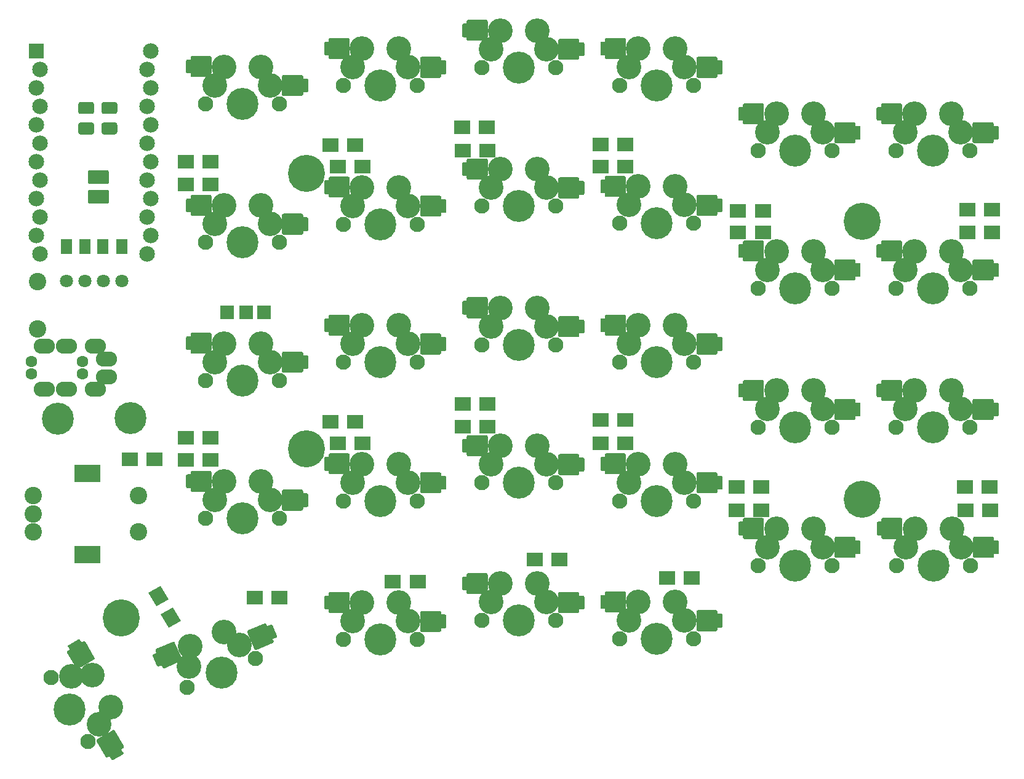
<source format=gts>
G04 #@! TF.GenerationSoftware,KiCad,Pcbnew,5.1.5-52549c5~86~ubuntu19.10.1*
G04 #@! TF.CreationDate,2020-05-06T07:31:02+02:00*
G04 #@! TF.ProjectId,SofleKeyboard,536f666c-654b-4657-9962-6f6172642e6b,rev?*
G04 #@! TF.SameCoordinates,Original*
G04 #@! TF.FileFunction,Soldermask,Top*
G04 #@! TF.FilePolarity,Negative*
%FSLAX46Y46*%
G04 Gerber Fmt 4.6, Leading zero omitted, Abs format (unit mm)*
G04 Created by KiCad (PCBNEW 5.1.5-52549c5~86~ubuntu19.10.1) date 2020-05-06 07:31:02*
%MOMM*%
%LPD*%
G04 APERTURE LIST*
%ADD10C,2.400000*%
%ADD11C,1.600000*%
%ADD12O,2.900000X2.100000*%
%ADD13C,2.152600*%
%ADD14R,2.152600X2.152600*%
%ADD15C,0.100000*%
%ADD16C,3.400000*%
%ADD17C,2.100000*%
%ADD18C,4.400000*%
%ADD19R,2.200000X1.900000*%
%ADD20C,1.797000*%
%ADD21R,1.543000X1.035000*%
%ADD22C,5.100000*%
%ADD23R,3.600000X2.400000*%
%ADD24R,1.924000X1.924000*%
G04 APERTURE END LIST*
D10*
X92280000Y-74552000D03*
X92280000Y-81052000D03*
D11*
X98480000Y-87252000D03*
X91480000Y-87252000D03*
D12*
X100280000Y-89352000D03*
X101780000Y-85152000D03*
X93280000Y-89352000D03*
X96280000Y-89352000D03*
D11*
X91480000Y-85502000D03*
X98480000Y-85502000D03*
D12*
X93280000Y-83402000D03*
X96280000Y-83402000D03*
X100280000Y-83402000D03*
X101780000Y-87602000D03*
D13*
X107848600Y-42740000D03*
X92608600Y-70680000D03*
X107391400Y-45280000D03*
X107848600Y-47820000D03*
X107391400Y-50360000D03*
X107848600Y-52900000D03*
X107391400Y-55440000D03*
X107848600Y-57980000D03*
X107391400Y-60520000D03*
X107848600Y-63060000D03*
X107391400Y-65600000D03*
X107848600Y-68140000D03*
X107391400Y-70680000D03*
X92151400Y-68140000D03*
X92608600Y-65600000D03*
X92151400Y-63060000D03*
X92608600Y-60520000D03*
X92151400Y-57980000D03*
X92608600Y-55440000D03*
X92151400Y-52900000D03*
X92608600Y-50360000D03*
X92151400Y-47820000D03*
X92608600Y-45280000D03*
D14*
X92151400Y-42740000D03*
D15*
G36*
X100131437Y-126255348D02*
G01*
X100135482Y-126264277D01*
X100148082Y-126301397D01*
X100150308Y-126310942D01*
X100155426Y-126349818D01*
X100155746Y-126359616D01*
X100153181Y-126398744D01*
X100151584Y-126408414D01*
X100141440Y-126446269D01*
X100137988Y-126455442D01*
X100120646Y-126490611D01*
X100115470Y-126498935D01*
X100091600Y-126530044D01*
X100084900Y-126537197D01*
X100055428Y-126563044D01*
X100047460Y-126568754D01*
X100030960Y-126579392D01*
X98298910Y-127579392D01*
X98281447Y-127588362D01*
X98272519Y-127592407D01*
X98235398Y-127605007D01*
X98225854Y-127607233D01*
X98186977Y-127612351D01*
X98177180Y-127612672D01*
X98138052Y-127610106D01*
X98128382Y-127608509D01*
X98090437Y-127598332D01*
X98081216Y-127594857D01*
X98063103Y-127586988D01*
X97416692Y-127267373D01*
X97399541Y-127257818D01*
X97391223Y-127252633D01*
X97360141Y-127228728D01*
X97352994Y-127222020D01*
X97327249Y-127192616D01*
X97321574Y-127184689D01*
X97310993Y-127168270D01*
X96410993Y-125609425D01*
X96402023Y-125591962D01*
X96397978Y-125583034D01*
X96385378Y-125545913D01*
X96383152Y-125536368D01*
X96378034Y-125497492D01*
X96377714Y-125487695D01*
X96380279Y-125448567D01*
X96381876Y-125438897D01*
X96392020Y-125401041D01*
X96395472Y-125391868D01*
X96412814Y-125356700D01*
X96417990Y-125348375D01*
X96441860Y-125317266D01*
X96448560Y-125310113D01*
X96478032Y-125284266D01*
X96486000Y-125278556D01*
X96502500Y-125267918D01*
X96719006Y-125142918D01*
X96519006Y-124796508D01*
X96502825Y-124760796D01*
X96493922Y-124722613D01*
X96492639Y-124683428D01*
X96499026Y-124644744D01*
X96512836Y-124608050D01*
X96533540Y-124574756D01*
X96560342Y-124546140D01*
X96592211Y-124523303D01*
X97891249Y-123773303D01*
X97926961Y-123757122D01*
X97965144Y-123748219D01*
X98004330Y-123746936D01*
X98043013Y-123753323D01*
X98079707Y-123767134D01*
X98113001Y-123787837D01*
X98141617Y-123814639D01*
X98164454Y-123846508D01*
X98364454Y-124192918D01*
X98580960Y-124067918D01*
X98598423Y-124058948D01*
X98607352Y-124054903D01*
X98644472Y-124042303D01*
X98654017Y-124040077D01*
X98692893Y-124034959D01*
X98702690Y-124034639D01*
X98741818Y-124037204D01*
X98751488Y-124038801D01*
X98789344Y-124048945D01*
X98798517Y-124052397D01*
X98833685Y-124069739D01*
X98842010Y-124074915D01*
X98873119Y-124098785D01*
X98880272Y-124105485D01*
X98906119Y-124134958D01*
X98911829Y-124142925D01*
X98922467Y-124159425D01*
X100122467Y-126237886D01*
X100131437Y-126255348D01*
G37*
G36*
X104179771Y-138467268D02*
G01*
X104183816Y-138476197D01*
X104196416Y-138513317D01*
X104198642Y-138522862D01*
X104203760Y-138561738D01*
X104204080Y-138571536D01*
X104201515Y-138610664D01*
X104199918Y-138620334D01*
X104189774Y-138658189D01*
X104186322Y-138667362D01*
X104168980Y-138702531D01*
X104163804Y-138710855D01*
X104139934Y-138741964D01*
X104133234Y-138749118D01*
X104103762Y-138774964D01*
X104095794Y-138780674D01*
X104079294Y-138791312D01*
X103862788Y-138916312D01*
X104112788Y-139349325D01*
X104128969Y-139385037D01*
X104137872Y-139423220D01*
X104139155Y-139462405D01*
X104132768Y-139501089D01*
X104118958Y-139537783D01*
X104098254Y-139571077D01*
X104071452Y-139599693D01*
X104039583Y-139622530D01*
X102740545Y-140372530D01*
X102704833Y-140388711D01*
X102666650Y-140397614D01*
X102627464Y-140398897D01*
X102588781Y-140392510D01*
X102552087Y-140378699D01*
X102518793Y-140357996D01*
X102490177Y-140331194D01*
X102467340Y-140299325D01*
X102217340Y-139866312D01*
X102000834Y-139991312D01*
X101983371Y-140000282D01*
X101974442Y-140004327D01*
X101937322Y-140016928D01*
X101927777Y-140019153D01*
X101888901Y-140024271D01*
X101879104Y-140024592D01*
X101839976Y-140022026D01*
X101830306Y-140020429D01*
X101792450Y-140010286D01*
X101783277Y-140006834D01*
X101748109Y-139989492D01*
X101739784Y-139984315D01*
X101708675Y-139960445D01*
X101701522Y-139953745D01*
X101675675Y-139924273D01*
X101669965Y-139916305D01*
X101659327Y-139899806D01*
X100459327Y-137821345D01*
X100450357Y-137803882D01*
X100446312Y-137794954D01*
X100433712Y-137757834D01*
X100431486Y-137748289D01*
X100426368Y-137709412D01*
X100426048Y-137699615D01*
X100428613Y-137660487D01*
X100430210Y-137650817D01*
X100440354Y-137612962D01*
X100443806Y-137603789D01*
X100461148Y-137568620D01*
X100466324Y-137560296D01*
X100490194Y-137529186D01*
X100496894Y-137522033D01*
X100526366Y-137496186D01*
X100534334Y-137490477D01*
X100550834Y-137479839D01*
X102629294Y-136279839D01*
X102646757Y-136270869D01*
X102655686Y-136266823D01*
X102692806Y-136254223D01*
X102702351Y-136251997D01*
X102741227Y-136246880D01*
X102751024Y-136246559D01*
X102790152Y-136249125D01*
X102799822Y-136250722D01*
X102837678Y-136260865D01*
X102846851Y-136264317D01*
X102882019Y-136281659D01*
X102890344Y-136286835D01*
X102921453Y-136310706D01*
X102928606Y-136317406D01*
X102954453Y-136346878D01*
X102960163Y-136354845D01*
X102970801Y-136371345D01*
X104170801Y-138449806D01*
X104179771Y-138467268D01*
G37*
D16*
X96994705Y-128840443D03*
D17*
X94160000Y-129010591D03*
X99240000Y-137809409D03*
D18*
X96700000Y-133410000D03*
D16*
X102369409Y-133069705D03*
X99829409Y-128670295D03*
X100804705Y-135439557D03*
D15*
G36*
X173019608Y-117150963D02*
G01*
X173029363Y-117151924D01*
X173067810Y-117159572D01*
X173077189Y-117162417D01*
X173113416Y-117177423D01*
X173122061Y-117182044D01*
X173154664Y-117203830D01*
X173162240Y-117210048D01*
X173189952Y-117237760D01*
X173196170Y-117245336D01*
X173217956Y-117277939D01*
X173222577Y-117286584D01*
X173237583Y-117322811D01*
X173240428Y-117332190D01*
X173248076Y-117370637D01*
X173249037Y-117380392D01*
X173250000Y-117400000D01*
X173250000Y-119400000D01*
X173249037Y-119419608D01*
X173248076Y-119429363D01*
X173240428Y-119467810D01*
X173237583Y-119477189D01*
X173222577Y-119513416D01*
X173217956Y-119522061D01*
X173196170Y-119554664D01*
X173189952Y-119562240D01*
X173162166Y-119590013D01*
X173154546Y-119596261D01*
X173138675Y-119608013D01*
X172538675Y-120008013D01*
X172521824Y-120018089D01*
X172513175Y-120022700D01*
X172476932Y-120037666D01*
X172467549Y-120040501D01*
X172429212Y-120048095D01*
X172419509Y-120049046D01*
X172400000Y-120050000D01*
X170600000Y-120050000D01*
X170580392Y-120049037D01*
X170570637Y-120048076D01*
X170532190Y-120040428D01*
X170522811Y-120037583D01*
X170486584Y-120022577D01*
X170477939Y-120017956D01*
X170445336Y-119996170D01*
X170437760Y-119989952D01*
X170410048Y-119962240D01*
X170403830Y-119954664D01*
X170382044Y-119922061D01*
X170377423Y-119913416D01*
X170362417Y-119877189D01*
X170359572Y-119867810D01*
X170351924Y-119829363D01*
X170350963Y-119819608D01*
X170350000Y-119800000D01*
X170350000Y-119550000D01*
X169950000Y-119550000D01*
X169910982Y-119546157D01*
X169873463Y-119534776D01*
X169838886Y-119516294D01*
X169808579Y-119491421D01*
X169783706Y-119461114D01*
X169765224Y-119426537D01*
X169753843Y-119389018D01*
X169750000Y-119350000D01*
X169750000Y-117850000D01*
X169753843Y-117810982D01*
X169765224Y-117773463D01*
X169783706Y-117738886D01*
X169808579Y-117708579D01*
X169838886Y-117683706D01*
X169873463Y-117665224D01*
X169910982Y-117653843D01*
X169950000Y-117650000D01*
X170350000Y-117650000D01*
X170350000Y-117400000D01*
X170350963Y-117380392D01*
X170351924Y-117370637D01*
X170359572Y-117332190D01*
X170362417Y-117322811D01*
X170377423Y-117286584D01*
X170382044Y-117277939D01*
X170403830Y-117245336D01*
X170410048Y-117237760D01*
X170437760Y-117210048D01*
X170445336Y-117203830D01*
X170477939Y-117182044D01*
X170486584Y-117177423D01*
X170522811Y-117162417D01*
X170532190Y-117159572D01*
X170570637Y-117151924D01*
X170580392Y-117150963D01*
X170600000Y-117150000D01*
X173000000Y-117150000D01*
X173019608Y-117150963D01*
G37*
G36*
X185619608Y-119750963D02*
G01*
X185629363Y-119751924D01*
X185667810Y-119759572D01*
X185677189Y-119762417D01*
X185713416Y-119777423D01*
X185722061Y-119782044D01*
X185754664Y-119803830D01*
X185762240Y-119810048D01*
X185789952Y-119837760D01*
X185796170Y-119845336D01*
X185817956Y-119877939D01*
X185822577Y-119886584D01*
X185837583Y-119922811D01*
X185840428Y-119932190D01*
X185848076Y-119970637D01*
X185849037Y-119980392D01*
X185850000Y-120000000D01*
X185850000Y-120250000D01*
X186350000Y-120250000D01*
X186389018Y-120253843D01*
X186426537Y-120265224D01*
X186461114Y-120283706D01*
X186491421Y-120308579D01*
X186516294Y-120338886D01*
X186534776Y-120373463D01*
X186546157Y-120410982D01*
X186550000Y-120450000D01*
X186550000Y-121950000D01*
X186546157Y-121989018D01*
X186534776Y-122026537D01*
X186516294Y-122061114D01*
X186491421Y-122091421D01*
X186461114Y-122116294D01*
X186426537Y-122134776D01*
X186389018Y-122146157D01*
X186350000Y-122150000D01*
X185850000Y-122150000D01*
X185850000Y-122400000D01*
X185849037Y-122419608D01*
X185848076Y-122429363D01*
X185840428Y-122467810D01*
X185837583Y-122477189D01*
X185822577Y-122513416D01*
X185817956Y-122522061D01*
X185796170Y-122554664D01*
X185789952Y-122562240D01*
X185762240Y-122589952D01*
X185754664Y-122596170D01*
X185722061Y-122617956D01*
X185713416Y-122622577D01*
X185677189Y-122637583D01*
X185667810Y-122640428D01*
X185629363Y-122648076D01*
X185619608Y-122649037D01*
X185600000Y-122650000D01*
X183200000Y-122650000D01*
X183180392Y-122649037D01*
X183170637Y-122648076D01*
X183132190Y-122640428D01*
X183122811Y-122637583D01*
X183086584Y-122622577D01*
X183077939Y-122617956D01*
X183045336Y-122596170D01*
X183037760Y-122589952D01*
X183010048Y-122562240D01*
X183003830Y-122554664D01*
X182982044Y-122522061D01*
X182977423Y-122513416D01*
X182962417Y-122477189D01*
X182959572Y-122467810D01*
X182951924Y-122429363D01*
X182950963Y-122419608D01*
X182950000Y-122400000D01*
X182950000Y-120000000D01*
X182950963Y-119980392D01*
X182951924Y-119970637D01*
X182959572Y-119932190D01*
X182962417Y-119922811D01*
X182977423Y-119886584D01*
X182982044Y-119877939D01*
X183003830Y-119845336D01*
X183010048Y-119837760D01*
X183037760Y-119810048D01*
X183045336Y-119803830D01*
X183077939Y-119782044D01*
X183086584Y-119777423D01*
X183122811Y-119762417D01*
X183132190Y-119759572D01*
X183170637Y-119751924D01*
X183180392Y-119750963D01*
X183200000Y-119750000D01*
X185600000Y-119750000D01*
X185619608Y-119750963D01*
G37*
D16*
X173690000Y-121159999D03*
D17*
X172420000Y-123700000D03*
X182580000Y-123700000D03*
D18*
X177500000Y-123700000D03*
D16*
X180040000Y-118620000D03*
X174960000Y-118620000D03*
X181310000Y-121160000D03*
D15*
G36*
X154019608Y-114650963D02*
G01*
X154029363Y-114651924D01*
X154067810Y-114659572D01*
X154077189Y-114662417D01*
X154113416Y-114677423D01*
X154122061Y-114682044D01*
X154154664Y-114703830D01*
X154162240Y-114710048D01*
X154189952Y-114737760D01*
X154196170Y-114745336D01*
X154217956Y-114777939D01*
X154222577Y-114786584D01*
X154237583Y-114822811D01*
X154240428Y-114832190D01*
X154248076Y-114870637D01*
X154249037Y-114880392D01*
X154250000Y-114900000D01*
X154250000Y-116900000D01*
X154249037Y-116919608D01*
X154248076Y-116929363D01*
X154240428Y-116967810D01*
X154237583Y-116977189D01*
X154222577Y-117013416D01*
X154217956Y-117022061D01*
X154196170Y-117054664D01*
X154189952Y-117062240D01*
X154162166Y-117090013D01*
X154154546Y-117096261D01*
X154138675Y-117108013D01*
X153538675Y-117508013D01*
X153521824Y-117518089D01*
X153513175Y-117522700D01*
X153476932Y-117537666D01*
X153467549Y-117540501D01*
X153429212Y-117548095D01*
X153419509Y-117549046D01*
X153400000Y-117550000D01*
X151600000Y-117550000D01*
X151580392Y-117549037D01*
X151570637Y-117548076D01*
X151532190Y-117540428D01*
X151522811Y-117537583D01*
X151486584Y-117522577D01*
X151477939Y-117517956D01*
X151445336Y-117496170D01*
X151437760Y-117489952D01*
X151410048Y-117462240D01*
X151403830Y-117454664D01*
X151382044Y-117422061D01*
X151377423Y-117413416D01*
X151362417Y-117377189D01*
X151359572Y-117367810D01*
X151351924Y-117329363D01*
X151350963Y-117319608D01*
X151350000Y-117300000D01*
X151350000Y-117050000D01*
X150950000Y-117050000D01*
X150910982Y-117046157D01*
X150873463Y-117034776D01*
X150838886Y-117016294D01*
X150808579Y-116991421D01*
X150783706Y-116961114D01*
X150765224Y-116926537D01*
X150753843Y-116889018D01*
X150750000Y-116850000D01*
X150750000Y-115350000D01*
X150753843Y-115310982D01*
X150765224Y-115273463D01*
X150783706Y-115238886D01*
X150808579Y-115208579D01*
X150838886Y-115183706D01*
X150873463Y-115165224D01*
X150910982Y-115153843D01*
X150950000Y-115150000D01*
X151350000Y-115150000D01*
X151350000Y-114900000D01*
X151350963Y-114880392D01*
X151351924Y-114870637D01*
X151359572Y-114832190D01*
X151362417Y-114822811D01*
X151377423Y-114786584D01*
X151382044Y-114777939D01*
X151403830Y-114745336D01*
X151410048Y-114737760D01*
X151437760Y-114710048D01*
X151445336Y-114703830D01*
X151477939Y-114682044D01*
X151486584Y-114677423D01*
X151522811Y-114662417D01*
X151532190Y-114659572D01*
X151570637Y-114651924D01*
X151580392Y-114650963D01*
X151600000Y-114650000D01*
X154000000Y-114650000D01*
X154019608Y-114650963D01*
G37*
G36*
X166619608Y-117250963D02*
G01*
X166629363Y-117251924D01*
X166667810Y-117259572D01*
X166677189Y-117262417D01*
X166713416Y-117277423D01*
X166722061Y-117282044D01*
X166754664Y-117303830D01*
X166762240Y-117310048D01*
X166789952Y-117337760D01*
X166796170Y-117345336D01*
X166817956Y-117377939D01*
X166822577Y-117386584D01*
X166837583Y-117422811D01*
X166840428Y-117432190D01*
X166848076Y-117470637D01*
X166849037Y-117480392D01*
X166850000Y-117500000D01*
X166850000Y-117750000D01*
X167350000Y-117750000D01*
X167389018Y-117753843D01*
X167426537Y-117765224D01*
X167461114Y-117783706D01*
X167491421Y-117808579D01*
X167516294Y-117838886D01*
X167534776Y-117873463D01*
X167546157Y-117910982D01*
X167550000Y-117950000D01*
X167550000Y-119450000D01*
X167546157Y-119489018D01*
X167534776Y-119526537D01*
X167516294Y-119561114D01*
X167491421Y-119591421D01*
X167461114Y-119616294D01*
X167426537Y-119634776D01*
X167389018Y-119646157D01*
X167350000Y-119650000D01*
X166850000Y-119650000D01*
X166850000Y-119900000D01*
X166849037Y-119919608D01*
X166848076Y-119929363D01*
X166840428Y-119967810D01*
X166837583Y-119977189D01*
X166822577Y-120013416D01*
X166817956Y-120022061D01*
X166796170Y-120054664D01*
X166789952Y-120062240D01*
X166762240Y-120089952D01*
X166754664Y-120096170D01*
X166722061Y-120117956D01*
X166713416Y-120122577D01*
X166677189Y-120137583D01*
X166667810Y-120140428D01*
X166629363Y-120148076D01*
X166619608Y-120149037D01*
X166600000Y-120150000D01*
X164200000Y-120150000D01*
X164180392Y-120149037D01*
X164170637Y-120148076D01*
X164132190Y-120140428D01*
X164122811Y-120137583D01*
X164086584Y-120122577D01*
X164077939Y-120117956D01*
X164045336Y-120096170D01*
X164037760Y-120089952D01*
X164010048Y-120062240D01*
X164003830Y-120054664D01*
X163982044Y-120022061D01*
X163977423Y-120013416D01*
X163962417Y-119977189D01*
X163959572Y-119967810D01*
X163951924Y-119929363D01*
X163950963Y-119919608D01*
X163950000Y-119900000D01*
X163950000Y-117500000D01*
X163950963Y-117480392D01*
X163951924Y-117470637D01*
X163959572Y-117432190D01*
X163962417Y-117422811D01*
X163977423Y-117386584D01*
X163982044Y-117377939D01*
X164003830Y-117345336D01*
X164010048Y-117337760D01*
X164037760Y-117310048D01*
X164045336Y-117303830D01*
X164077939Y-117282044D01*
X164086584Y-117277423D01*
X164122811Y-117262417D01*
X164132190Y-117259572D01*
X164170637Y-117251924D01*
X164180392Y-117250963D01*
X164200000Y-117250000D01*
X166600000Y-117250000D01*
X166619608Y-117250963D01*
G37*
D16*
X154690000Y-118659999D03*
D17*
X153420000Y-121200000D03*
X163580000Y-121200000D03*
D18*
X158500000Y-121200000D03*
D16*
X161040000Y-116120000D03*
X155960000Y-116120000D03*
X162310000Y-118660000D03*
D15*
G36*
X135019608Y-117250963D02*
G01*
X135029363Y-117251924D01*
X135067810Y-117259572D01*
X135077189Y-117262417D01*
X135113416Y-117277423D01*
X135122061Y-117282044D01*
X135154664Y-117303830D01*
X135162240Y-117310048D01*
X135189952Y-117337760D01*
X135196170Y-117345336D01*
X135217956Y-117377939D01*
X135222577Y-117386584D01*
X135237583Y-117422811D01*
X135240428Y-117432190D01*
X135248076Y-117470637D01*
X135249037Y-117480392D01*
X135250000Y-117500000D01*
X135250000Y-119500000D01*
X135249037Y-119519608D01*
X135248076Y-119529363D01*
X135240428Y-119567810D01*
X135237583Y-119577189D01*
X135222577Y-119613416D01*
X135217956Y-119622061D01*
X135196170Y-119654664D01*
X135189952Y-119662240D01*
X135162166Y-119690013D01*
X135154546Y-119696261D01*
X135138675Y-119708013D01*
X134538675Y-120108013D01*
X134521824Y-120118089D01*
X134513175Y-120122700D01*
X134476932Y-120137666D01*
X134467549Y-120140501D01*
X134429212Y-120148095D01*
X134419509Y-120149046D01*
X134400000Y-120150000D01*
X132600000Y-120150000D01*
X132580392Y-120149037D01*
X132570637Y-120148076D01*
X132532190Y-120140428D01*
X132522811Y-120137583D01*
X132486584Y-120122577D01*
X132477939Y-120117956D01*
X132445336Y-120096170D01*
X132437760Y-120089952D01*
X132410048Y-120062240D01*
X132403830Y-120054664D01*
X132382044Y-120022061D01*
X132377423Y-120013416D01*
X132362417Y-119977189D01*
X132359572Y-119967810D01*
X132351924Y-119929363D01*
X132350963Y-119919608D01*
X132350000Y-119900000D01*
X132350000Y-119650000D01*
X131950000Y-119650000D01*
X131910982Y-119646157D01*
X131873463Y-119634776D01*
X131838886Y-119616294D01*
X131808579Y-119591421D01*
X131783706Y-119561114D01*
X131765224Y-119526537D01*
X131753843Y-119489018D01*
X131750000Y-119450000D01*
X131750000Y-117950000D01*
X131753843Y-117910982D01*
X131765224Y-117873463D01*
X131783706Y-117838886D01*
X131808579Y-117808579D01*
X131838886Y-117783706D01*
X131873463Y-117765224D01*
X131910982Y-117753843D01*
X131950000Y-117750000D01*
X132350000Y-117750000D01*
X132350000Y-117500000D01*
X132350963Y-117480392D01*
X132351924Y-117470637D01*
X132359572Y-117432190D01*
X132362417Y-117422811D01*
X132377423Y-117386584D01*
X132382044Y-117377939D01*
X132403830Y-117345336D01*
X132410048Y-117337760D01*
X132437760Y-117310048D01*
X132445336Y-117303830D01*
X132477939Y-117282044D01*
X132486584Y-117277423D01*
X132522811Y-117262417D01*
X132532190Y-117259572D01*
X132570637Y-117251924D01*
X132580392Y-117250963D01*
X132600000Y-117250000D01*
X135000000Y-117250000D01*
X135019608Y-117250963D01*
G37*
G36*
X147619608Y-119850963D02*
G01*
X147629363Y-119851924D01*
X147667810Y-119859572D01*
X147677189Y-119862417D01*
X147713416Y-119877423D01*
X147722061Y-119882044D01*
X147754664Y-119903830D01*
X147762240Y-119910048D01*
X147789952Y-119937760D01*
X147796170Y-119945336D01*
X147817956Y-119977939D01*
X147822577Y-119986584D01*
X147837583Y-120022811D01*
X147840428Y-120032190D01*
X147848076Y-120070637D01*
X147849037Y-120080392D01*
X147850000Y-120100000D01*
X147850000Y-120350000D01*
X148350000Y-120350000D01*
X148389018Y-120353843D01*
X148426537Y-120365224D01*
X148461114Y-120383706D01*
X148491421Y-120408579D01*
X148516294Y-120438886D01*
X148534776Y-120473463D01*
X148546157Y-120510982D01*
X148550000Y-120550000D01*
X148550000Y-122050000D01*
X148546157Y-122089018D01*
X148534776Y-122126537D01*
X148516294Y-122161114D01*
X148491421Y-122191421D01*
X148461114Y-122216294D01*
X148426537Y-122234776D01*
X148389018Y-122246157D01*
X148350000Y-122250000D01*
X147850000Y-122250000D01*
X147850000Y-122500000D01*
X147849037Y-122519608D01*
X147848076Y-122529363D01*
X147840428Y-122567810D01*
X147837583Y-122577189D01*
X147822577Y-122613416D01*
X147817956Y-122622061D01*
X147796170Y-122654664D01*
X147789952Y-122662240D01*
X147762240Y-122689952D01*
X147754664Y-122696170D01*
X147722061Y-122717956D01*
X147713416Y-122722577D01*
X147677189Y-122737583D01*
X147667810Y-122740428D01*
X147629363Y-122748076D01*
X147619608Y-122749037D01*
X147600000Y-122750000D01*
X145200000Y-122750000D01*
X145180392Y-122749037D01*
X145170637Y-122748076D01*
X145132190Y-122740428D01*
X145122811Y-122737583D01*
X145086584Y-122722577D01*
X145077939Y-122717956D01*
X145045336Y-122696170D01*
X145037760Y-122689952D01*
X145010048Y-122662240D01*
X145003830Y-122654664D01*
X144982044Y-122622061D01*
X144977423Y-122613416D01*
X144962417Y-122577189D01*
X144959572Y-122567810D01*
X144951924Y-122529363D01*
X144950963Y-122519608D01*
X144950000Y-122500000D01*
X144950000Y-120100000D01*
X144950963Y-120080392D01*
X144951924Y-120070637D01*
X144959572Y-120032190D01*
X144962417Y-120022811D01*
X144977423Y-119986584D01*
X144982044Y-119977939D01*
X145003830Y-119945336D01*
X145010048Y-119937760D01*
X145037760Y-119910048D01*
X145045336Y-119903830D01*
X145077939Y-119882044D01*
X145086584Y-119877423D01*
X145122811Y-119862417D01*
X145132190Y-119859572D01*
X145170637Y-119851924D01*
X145180392Y-119850963D01*
X145200000Y-119850000D01*
X147600000Y-119850000D01*
X147619608Y-119850963D01*
G37*
D16*
X135690000Y-121259999D03*
D17*
X134420000Y-123800000D03*
X144580000Y-123800000D03*
D18*
X139500000Y-123800000D03*
D16*
X142040000Y-118720000D03*
X136960000Y-118720000D03*
X143310000Y-121260000D03*
D15*
G36*
X110916865Y-124122208D02*
G01*
X110926220Y-124119281D01*
X110964598Y-124111299D01*
X110974344Y-124110253D01*
X111013554Y-124109911D01*
X111023317Y-124110787D01*
X111061841Y-124118102D01*
X111071244Y-124120865D01*
X111107581Y-124135546D01*
X111116265Y-124140090D01*
X111149058Y-124161589D01*
X111156690Y-124167741D01*
X111184658Y-124195225D01*
X111190941Y-124202747D01*
X111213004Y-124235149D01*
X111217700Y-124243753D01*
X111226248Y-124261426D01*
X112007710Y-126102436D01*
X112014485Y-126120862D01*
X112017412Y-126130217D01*
X112025395Y-126168596D01*
X112026440Y-126178341D01*
X112026782Y-126217551D01*
X112025907Y-126227314D01*
X112018591Y-126265838D01*
X112015828Y-126275241D01*
X112001103Y-126311663D01*
X111996530Y-126320392D01*
X111986512Y-126337411D01*
X111590502Y-126940052D01*
X111578927Y-126955911D01*
X111572768Y-126963535D01*
X111545253Y-126991472D01*
X111537724Y-126997748D01*
X111505402Y-127019718D01*
X111496842Y-127024385D01*
X111479256Y-127032886D01*
X109822348Y-127736202D01*
X109803922Y-127742977D01*
X109794567Y-127745904D01*
X109756188Y-127753886D01*
X109746443Y-127754932D01*
X109707233Y-127755274D01*
X109697469Y-127754398D01*
X109658946Y-127747083D01*
X109649542Y-127744319D01*
X109613205Y-127729638D01*
X109604521Y-127725094D01*
X109571728Y-127703595D01*
X109564097Y-127697443D01*
X109536129Y-127669959D01*
X109529845Y-127662438D01*
X109507783Y-127630035D01*
X109503086Y-127621431D01*
X109494539Y-127603758D01*
X109396856Y-127373632D01*
X109028654Y-127529925D01*
X108991236Y-127541633D01*
X108952253Y-127545816D01*
X108913203Y-127542314D01*
X108875587Y-127531260D01*
X108840849Y-127513081D01*
X108810326Y-127488474D01*
X108785190Y-127458384D01*
X108766407Y-127423970D01*
X108180310Y-126043212D01*
X108168602Y-126005795D01*
X108164418Y-125966811D01*
X108167921Y-125927762D01*
X108178975Y-125890145D01*
X108197154Y-125855408D01*
X108221761Y-125824884D01*
X108251850Y-125799748D01*
X108286265Y-125780965D01*
X108654467Y-125624673D01*
X108556784Y-125394547D01*
X108550009Y-125376121D01*
X108547082Y-125366766D01*
X108539099Y-125328387D01*
X108538054Y-125318642D01*
X108537712Y-125279432D01*
X108538588Y-125269668D01*
X108545903Y-125231145D01*
X108548666Y-125221741D01*
X108563347Y-125185404D01*
X108567891Y-125176720D01*
X108589390Y-125143927D01*
X108595542Y-125136296D01*
X108623026Y-125108328D01*
X108630548Y-125102044D01*
X108662950Y-125079982D01*
X108671554Y-125075286D01*
X108689227Y-125066738D01*
X110898439Y-124128983D01*
X110916865Y-124122208D01*
G37*
G36*
X123531126Y-121592308D02*
G01*
X123540481Y-121589381D01*
X123578860Y-121581399D01*
X123588605Y-121580353D01*
X123627816Y-121580011D01*
X123637579Y-121580887D01*
X123676103Y-121588202D01*
X123685506Y-121590966D01*
X123721843Y-121605647D01*
X123730527Y-121610191D01*
X123763320Y-121631690D01*
X123770952Y-121637842D01*
X123798920Y-121665326D01*
X123805203Y-121672847D01*
X123827266Y-121705250D01*
X123831962Y-121713854D01*
X123840510Y-121731527D01*
X123938193Y-121961653D01*
X124398445Y-121766287D01*
X124435863Y-121754579D01*
X124474846Y-121750396D01*
X124513896Y-121753898D01*
X124551512Y-121764952D01*
X124586250Y-121783131D01*
X124616773Y-121807738D01*
X124641909Y-121837828D01*
X124660692Y-121872242D01*
X125246789Y-123253000D01*
X125258497Y-123290417D01*
X125262681Y-123329401D01*
X125259178Y-123368450D01*
X125248124Y-123406067D01*
X125229945Y-123440804D01*
X125205338Y-123471328D01*
X125175249Y-123496464D01*
X125140834Y-123515247D01*
X124680582Y-123710612D01*
X124778265Y-123940738D01*
X124785040Y-123959164D01*
X124787967Y-123968519D01*
X124795949Y-124006898D01*
X124796995Y-124016643D01*
X124797337Y-124055853D01*
X124796461Y-124065617D01*
X124789146Y-124104141D01*
X124786382Y-124113544D01*
X124771701Y-124149881D01*
X124767157Y-124158565D01*
X124745658Y-124191358D01*
X124739506Y-124198989D01*
X124712022Y-124226957D01*
X124704501Y-124233241D01*
X124672098Y-124255303D01*
X124663494Y-124260000D01*
X124645821Y-124268547D01*
X122436610Y-125206302D01*
X122418184Y-125213077D01*
X122408829Y-125216004D01*
X122370450Y-125223987D01*
X122360705Y-125225032D01*
X122321495Y-125225374D01*
X122311731Y-125224499D01*
X122273208Y-125217183D01*
X122263804Y-125214420D01*
X122227467Y-125199739D01*
X122218783Y-125195195D01*
X122185990Y-125173696D01*
X122178359Y-125167544D01*
X122150391Y-125140060D01*
X122144107Y-125132538D01*
X122122045Y-125100136D01*
X122117348Y-125091532D01*
X122108801Y-125073859D01*
X121171046Y-122864647D01*
X121164271Y-122846222D01*
X121161344Y-122836867D01*
X121153361Y-122798488D01*
X121152316Y-122788743D01*
X121151974Y-122749532D01*
X121152849Y-122739769D01*
X121160165Y-122701245D01*
X121162928Y-122691842D01*
X121177609Y-122655505D01*
X121182153Y-122646821D01*
X121203652Y-122614028D01*
X121209804Y-122606396D01*
X121237288Y-122578428D01*
X121244810Y-122572145D01*
X121277212Y-122550082D01*
X121285816Y-122545386D01*
X121303489Y-122536838D01*
X123512701Y-121599083D01*
X123531126Y-121592308D01*
G37*
D16*
X113100419Y-127550602D03*
D17*
X112923835Y-130384914D03*
X122276165Y-126415086D03*
D18*
X117600000Y-128400000D03*
D16*
X117953168Y-122731378D03*
X113277004Y-124716292D03*
X120114666Y-124573232D03*
D15*
G36*
X211069608Y-107050963D02*
G01*
X211079363Y-107051924D01*
X211117810Y-107059572D01*
X211127189Y-107062417D01*
X211163416Y-107077423D01*
X211172061Y-107082044D01*
X211204664Y-107103830D01*
X211212240Y-107110048D01*
X211239952Y-107137760D01*
X211246170Y-107145336D01*
X211267956Y-107177939D01*
X211272577Y-107186584D01*
X211287583Y-107222811D01*
X211290428Y-107232190D01*
X211298076Y-107270637D01*
X211299037Y-107280392D01*
X211300000Y-107300000D01*
X211300000Y-109300000D01*
X211299037Y-109319608D01*
X211298076Y-109329363D01*
X211290428Y-109367810D01*
X211287583Y-109377189D01*
X211272577Y-109413416D01*
X211267956Y-109422061D01*
X211246170Y-109454664D01*
X211239952Y-109462240D01*
X211212166Y-109490013D01*
X211204546Y-109496261D01*
X211188675Y-109508013D01*
X210588675Y-109908013D01*
X210571824Y-109918089D01*
X210563175Y-109922700D01*
X210526932Y-109937666D01*
X210517549Y-109940501D01*
X210479212Y-109948095D01*
X210469509Y-109949046D01*
X210450000Y-109950000D01*
X208650000Y-109950000D01*
X208630392Y-109949037D01*
X208620637Y-109948076D01*
X208582190Y-109940428D01*
X208572811Y-109937583D01*
X208536584Y-109922577D01*
X208527939Y-109917956D01*
X208495336Y-109896170D01*
X208487760Y-109889952D01*
X208460048Y-109862240D01*
X208453830Y-109854664D01*
X208432044Y-109822061D01*
X208427423Y-109813416D01*
X208412417Y-109777189D01*
X208409572Y-109767810D01*
X208401924Y-109729363D01*
X208400963Y-109719608D01*
X208400000Y-109700000D01*
X208400000Y-109450000D01*
X208000000Y-109450000D01*
X207960982Y-109446157D01*
X207923463Y-109434776D01*
X207888886Y-109416294D01*
X207858579Y-109391421D01*
X207833706Y-109361114D01*
X207815224Y-109326537D01*
X207803843Y-109289018D01*
X207800000Y-109250000D01*
X207800000Y-107750000D01*
X207803843Y-107710982D01*
X207815224Y-107673463D01*
X207833706Y-107638886D01*
X207858579Y-107608579D01*
X207888886Y-107583706D01*
X207923463Y-107565224D01*
X207960982Y-107553843D01*
X208000000Y-107550000D01*
X208400000Y-107550000D01*
X208400000Y-107300000D01*
X208400963Y-107280392D01*
X208401924Y-107270637D01*
X208409572Y-107232190D01*
X208412417Y-107222811D01*
X208427423Y-107186584D01*
X208432044Y-107177939D01*
X208453830Y-107145336D01*
X208460048Y-107137760D01*
X208487760Y-107110048D01*
X208495336Y-107103830D01*
X208527939Y-107082044D01*
X208536584Y-107077423D01*
X208572811Y-107062417D01*
X208582190Y-107059572D01*
X208620637Y-107051924D01*
X208630392Y-107050963D01*
X208650000Y-107050000D01*
X211050000Y-107050000D01*
X211069608Y-107050963D01*
G37*
G36*
X223669608Y-109650963D02*
G01*
X223679363Y-109651924D01*
X223717810Y-109659572D01*
X223727189Y-109662417D01*
X223763416Y-109677423D01*
X223772061Y-109682044D01*
X223804664Y-109703830D01*
X223812240Y-109710048D01*
X223839952Y-109737760D01*
X223846170Y-109745336D01*
X223867956Y-109777939D01*
X223872577Y-109786584D01*
X223887583Y-109822811D01*
X223890428Y-109832190D01*
X223898076Y-109870637D01*
X223899037Y-109880392D01*
X223900000Y-109900000D01*
X223900000Y-110150000D01*
X224400000Y-110150000D01*
X224439018Y-110153843D01*
X224476537Y-110165224D01*
X224511114Y-110183706D01*
X224541421Y-110208579D01*
X224566294Y-110238886D01*
X224584776Y-110273463D01*
X224596157Y-110310982D01*
X224600000Y-110350000D01*
X224600000Y-111850000D01*
X224596157Y-111889018D01*
X224584776Y-111926537D01*
X224566294Y-111961114D01*
X224541421Y-111991421D01*
X224511114Y-112016294D01*
X224476537Y-112034776D01*
X224439018Y-112046157D01*
X224400000Y-112050000D01*
X223900000Y-112050000D01*
X223900000Y-112300000D01*
X223899037Y-112319608D01*
X223898076Y-112329363D01*
X223890428Y-112367810D01*
X223887583Y-112377189D01*
X223872577Y-112413416D01*
X223867956Y-112422061D01*
X223846170Y-112454664D01*
X223839952Y-112462240D01*
X223812240Y-112489952D01*
X223804664Y-112496170D01*
X223772061Y-112517956D01*
X223763416Y-112522577D01*
X223727189Y-112537583D01*
X223717810Y-112540428D01*
X223679363Y-112548076D01*
X223669608Y-112549037D01*
X223650000Y-112550000D01*
X221250000Y-112550000D01*
X221230392Y-112549037D01*
X221220637Y-112548076D01*
X221182190Y-112540428D01*
X221172811Y-112537583D01*
X221136584Y-112522577D01*
X221127939Y-112517956D01*
X221095336Y-112496170D01*
X221087760Y-112489952D01*
X221060048Y-112462240D01*
X221053830Y-112454664D01*
X221032044Y-112422061D01*
X221027423Y-112413416D01*
X221012417Y-112377189D01*
X221009572Y-112367810D01*
X221001924Y-112329363D01*
X221000963Y-112319608D01*
X221000000Y-112300000D01*
X221000000Y-109900000D01*
X221000963Y-109880392D01*
X221001924Y-109870637D01*
X221009572Y-109832190D01*
X221012417Y-109822811D01*
X221027423Y-109786584D01*
X221032044Y-109777939D01*
X221053830Y-109745336D01*
X221060048Y-109737760D01*
X221087760Y-109710048D01*
X221095336Y-109703830D01*
X221127939Y-109682044D01*
X221136584Y-109677423D01*
X221172811Y-109662417D01*
X221182190Y-109659572D01*
X221220637Y-109651924D01*
X221230392Y-109650963D01*
X221250000Y-109650000D01*
X223650000Y-109650000D01*
X223669608Y-109650963D01*
G37*
D16*
X211740000Y-111059999D03*
D17*
X210470000Y-113600000D03*
X220630000Y-113600000D03*
D18*
X215550000Y-113600000D03*
D16*
X218090000Y-108520000D03*
X213010000Y-108520000D03*
X219360000Y-111060000D03*
D15*
G36*
X192019608Y-107050963D02*
G01*
X192029363Y-107051924D01*
X192067810Y-107059572D01*
X192077189Y-107062417D01*
X192113416Y-107077423D01*
X192122061Y-107082044D01*
X192154664Y-107103830D01*
X192162240Y-107110048D01*
X192189952Y-107137760D01*
X192196170Y-107145336D01*
X192217956Y-107177939D01*
X192222577Y-107186584D01*
X192237583Y-107222811D01*
X192240428Y-107232190D01*
X192248076Y-107270637D01*
X192249037Y-107280392D01*
X192250000Y-107300000D01*
X192250000Y-109300000D01*
X192249037Y-109319608D01*
X192248076Y-109329363D01*
X192240428Y-109367810D01*
X192237583Y-109377189D01*
X192222577Y-109413416D01*
X192217956Y-109422061D01*
X192196170Y-109454664D01*
X192189952Y-109462240D01*
X192162166Y-109490013D01*
X192154546Y-109496261D01*
X192138675Y-109508013D01*
X191538675Y-109908013D01*
X191521824Y-109918089D01*
X191513175Y-109922700D01*
X191476932Y-109937666D01*
X191467549Y-109940501D01*
X191429212Y-109948095D01*
X191419509Y-109949046D01*
X191400000Y-109950000D01*
X189600000Y-109950000D01*
X189580392Y-109949037D01*
X189570637Y-109948076D01*
X189532190Y-109940428D01*
X189522811Y-109937583D01*
X189486584Y-109922577D01*
X189477939Y-109917956D01*
X189445336Y-109896170D01*
X189437760Y-109889952D01*
X189410048Y-109862240D01*
X189403830Y-109854664D01*
X189382044Y-109822061D01*
X189377423Y-109813416D01*
X189362417Y-109777189D01*
X189359572Y-109767810D01*
X189351924Y-109729363D01*
X189350963Y-109719608D01*
X189350000Y-109700000D01*
X189350000Y-109450000D01*
X188950000Y-109450000D01*
X188910982Y-109446157D01*
X188873463Y-109434776D01*
X188838886Y-109416294D01*
X188808579Y-109391421D01*
X188783706Y-109361114D01*
X188765224Y-109326537D01*
X188753843Y-109289018D01*
X188750000Y-109250000D01*
X188750000Y-107750000D01*
X188753843Y-107710982D01*
X188765224Y-107673463D01*
X188783706Y-107638886D01*
X188808579Y-107608579D01*
X188838886Y-107583706D01*
X188873463Y-107565224D01*
X188910982Y-107553843D01*
X188950000Y-107550000D01*
X189350000Y-107550000D01*
X189350000Y-107300000D01*
X189350963Y-107280392D01*
X189351924Y-107270637D01*
X189359572Y-107232190D01*
X189362417Y-107222811D01*
X189377423Y-107186584D01*
X189382044Y-107177939D01*
X189403830Y-107145336D01*
X189410048Y-107137760D01*
X189437760Y-107110048D01*
X189445336Y-107103830D01*
X189477939Y-107082044D01*
X189486584Y-107077423D01*
X189522811Y-107062417D01*
X189532190Y-107059572D01*
X189570637Y-107051924D01*
X189580392Y-107050963D01*
X189600000Y-107050000D01*
X192000000Y-107050000D01*
X192019608Y-107050963D01*
G37*
G36*
X204619608Y-109650963D02*
G01*
X204629363Y-109651924D01*
X204667810Y-109659572D01*
X204677189Y-109662417D01*
X204713416Y-109677423D01*
X204722061Y-109682044D01*
X204754664Y-109703830D01*
X204762240Y-109710048D01*
X204789952Y-109737760D01*
X204796170Y-109745336D01*
X204817956Y-109777939D01*
X204822577Y-109786584D01*
X204837583Y-109822811D01*
X204840428Y-109832190D01*
X204848076Y-109870637D01*
X204849037Y-109880392D01*
X204850000Y-109900000D01*
X204850000Y-110150000D01*
X205350000Y-110150000D01*
X205389018Y-110153843D01*
X205426537Y-110165224D01*
X205461114Y-110183706D01*
X205491421Y-110208579D01*
X205516294Y-110238886D01*
X205534776Y-110273463D01*
X205546157Y-110310982D01*
X205550000Y-110350000D01*
X205550000Y-111850000D01*
X205546157Y-111889018D01*
X205534776Y-111926537D01*
X205516294Y-111961114D01*
X205491421Y-111991421D01*
X205461114Y-112016294D01*
X205426537Y-112034776D01*
X205389018Y-112046157D01*
X205350000Y-112050000D01*
X204850000Y-112050000D01*
X204850000Y-112300000D01*
X204849037Y-112319608D01*
X204848076Y-112329363D01*
X204840428Y-112367810D01*
X204837583Y-112377189D01*
X204822577Y-112413416D01*
X204817956Y-112422061D01*
X204796170Y-112454664D01*
X204789952Y-112462240D01*
X204762240Y-112489952D01*
X204754664Y-112496170D01*
X204722061Y-112517956D01*
X204713416Y-112522577D01*
X204677189Y-112537583D01*
X204667810Y-112540428D01*
X204629363Y-112548076D01*
X204619608Y-112549037D01*
X204600000Y-112550000D01*
X202200000Y-112550000D01*
X202180392Y-112549037D01*
X202170637Y-112548076D01*
X202132190Y-112540428D01*
X202122811Y-112537583D01*
X202086584Y-112522577D01*
X202077939Y-112517956D01*
X202045336Y-112496170D01*
X202037760Y-112489952D01*
X202010048Y-112462240D01*
X202003830Y-112454664D01*
X201982044Y-112422061D01*
X201977423Y-112413416D01*
X201962417Y-112377189D01*
X201959572Y-112367810D01*
X201951924Y-112329363D01*
X201950963Y-112319608D01*
X201950000Y-112300000D01*
X201950000Y-109900000D01*
X201950963Y-109880392D01*
X201951924Y-109870637D01*
X201959572Y-109832190D01*
X201962417Y-109822811D01*
X201977423Y-109786584D01*
X201982044Y-109777939D01*
X202003830Y-109745336D01*
X202010048Y-109737760D01*
X202037760Y-109710048D01*
X202045336Y-109703830D01*
X202077939Y-109682044D01*
X202086584Y-109677423D01*
X202122811Y-109662417D01*
X202132190Y-109659572D01*
X202170637Y-109651924D01*
X202180392Y-109650963D01*
X202200000Y-109650000D01*
X204600000Y-109650000D01*
X204619608Y-109650963D01*
G37*
D16*
X192690000Y-111059999D03*
D17*
X191420000Y-113600000D03*
X201580000Y-113600000D03*
D18*
X196500000Y-113600000D03*
D16*
X199040000Y-108520000D03*
X193960000Y-108520000D03*
X200310000Y-111060000D03*
D15*
G36*
X173019608Y-98150963D02*
G01*
X173029363Y-98151924D01*
X173067810Y-98159572D01*
X173077189Y-98162417D01*
X173113416Y-98177423D01*
X173122061Y-98182044D01*
X173154664Y-98203830D01*
X173162240Y-98210048D01*
X173189952Y-98237760D01*
X173196170Y-98245336D01*
X173217956Y-98277939D01*
X173222577Y-98286584D01*
X173237583Y-98322811D01*
X173240428Y-98332190D01*
X173248076Y-98370637D01*
X173249037Y-98380392D01*
X173250000Y-98400000D01*
X173250000Y-100400000D01*
X173249037Y-100419608D01*
X173248076Y-100429363D01*
X173240428Y-100467810D01*
X173237583Y-100477189D01*
X173222577Y-100513416D01*
X173217956Y-100522061D01*
X173196170Y-100554664D01*
X173189952Y-100562240D01*
X173162166Y-100590013D01*
X173154546Y-100596261D01*
X173138675Y-100608013D01*
X172538675Y-101008013D01*
X172521824Y-101018089D01*
X172513175Y-101022700D01*
X172476932Y-101037666D01*
X172467549Y-101040501D01*
X172429212Y-101048095D01*
X172419509Y-101049046D01*
X172400000Y-101050000D01*
X170600000Y-101050000D01*
X170580392Y-101049037D01*
X170570637Y-101048076D01*
X170532190Y-101040428D01*
X170522811Y-101037583D01*
X170486584Y-101022577D01*
X170477939Y-101017956D01*
X170445336Y-100996170D01*
X170437760Y-100989952D01*
X170410048Y-100962240D01*
X170403830Y-100954664D01*
X170382044Y-100922061D01*
X170377423Y-100913416D01*
X170362417Y-100877189D01*
X170359572Y-100867810D01*
X170351924Y-100829363D01*
X170350963Y-100819608D01*
X170350000Y-100800000D01*
X170350000Y-100550000D01*
X169950000Y-100550000D01*
X169910982Y-100546157D01*
X169873463Y-100534776D01*
X169838886Y-100516294D01*
X169808579Y-100491421D01*
X169783706Y-100461114D01*
X169765224Y-100426537D01*
X169753843Y-100389018D01*
X169750000Y-100350000D01*
X169750000Y-98850000D01*
X169753843Y-98810982D01*
X169765224Y-98773463D01*
X169783706Y-98738886D01*
X169808579Y-98708579D01*
X169838886Y-98683706D01*
X169873463Y-98665224D01*
X169910982Y-98653843D01*
X169950000Y-98650000D01*
X170350000Y-98650000D01*
X170350000Y-98400000D01*
X170350963Y-98380392D01*
X170351924Y-98370637D01*
X170359572Y-98332190D01*
X170362417Y-98322811D01*
X170377423Y-98286584D01*
X170382044Y-98277939D01*
X170403830Y-98245336D01*
X170410048Y-98237760D01*
X170437760Y-98210048D01*
X170445336Y-98203830D01*
X170477939Y-98182044D01*
X170486584Y-98177423D01*
X170522811Y-98162417D01*
X170532190Y-98159572D01*
X170570637Y-98151924D01*
X170580392Y-98150963D01*
X170600000Y-98150000D01*
X173000000Y-98150000D01*
X173019608Y-98150963D01*
G37*
G36*
X185619608Y-100750963D02*
G01*
X185629363Y-100751924D01*
X185667810Y-100759572D01*
X185677189Y-100762417D01*
X185713416Y-100777423D01*
X185722061Y-100782044D01*
X185754664Y-100803830D01*
X185762240Y-100810048D01*
X185789952Y-100837760D01*
X185796170Y-100845336D01*
X185817956Y-100877939D01*
X185822577Y-100886584D01*
X185837583Y-100922811D01*
X185840428Y-100932190D01*
X185848076Y-100970637D01*
X185849037Y-100980392D01*
X185850000Y-101000000D01*
X185850000Y-101250000D01*
X186350000Y-101250000D01*
X186389018Y-101253843D01*
X186426537Y-101265224D01*
X186461114Y-101283706D01*
X186491421Y-101308579D01*
X186516294Y-101338886D01*
X186534776Y-101373463D01*
X186546157Y-101410982D01*
X186550000Y-101450000D01*
X186550000Y-102950000D01*
X186546157Y-102989018D01*
X186534776Y-103026537D01*
X186516294Y-103061114D01*
X186491421Y-103091421D01*
X186461114Y-103116294D01*
X186426537Y-103134776D01*
X186389018Y-103146157D01*
X186350000Y-103150000D01*
X185850000Y-103150000D01*
X185850000Y-103400000D01*
X185849037Y-103419608D01*
X185848076Y-103429363D01*
X185840428Y-103467810D01*
X185837583Y-103477189D01*
X185822577Y-103513416D01*
X185817956Y-103522061D01*
X185796170Y-103554664D01*
X185789952Y-103562240D01*
X185762240Y-103589952D01*
X185754664Y-103596170D01*
X185722061Y-103617956D01*
X185713416Y-103622577D01*
X185677189Y-103637583D01*
X185667810Y-103640428D01*
X185629363Y-103648076D01*
X185619608Y-103649037D01*
X185600000Y-103650000D01*
X183200000Y-103650000D01*
X183180392Y-103649037D01*
X183170637Y-103648076D01*
X183132190Y-103640428D01*
X183122811Y-103637583D01*
X183086584Y-103622577D01*
X183077939Y-103617956D01*
X183045336Y-103596170D01*
X183037760Y-103589952D01*
X183010048Y-103562240D01*
X183003830Y-103554664D01*
X182982044Y-103522061D01*
X182977423Y-103513416D01*
X182962417Y-103477189D01*
X182959572Y-103467810D01*
X182951924Y-103429363D01*
X182950963Y-103419608D01*
X182950000Y-103400000D01*
X182950000Y-101000000D01*
X182950963Y-100980392D01*
X182951924Y-100970637D01*
X182959572Y-100932190D01*
X182962417Y-100922811D01*
X182977423Y-100886584D01*
X182982044Y-100877939D01*
X183003830Y-100845336D01*
X183010048Y-100837760D01*
X183037760Y-100810048D01*
X183045336Y-100803830D01*
X183077939Y-100782044D01*
X183086584Y-100777423D01*
X183122811Y-100762417D01*
X183132190Y-100759572D01*
X183170637Y-100751924D01*
X183180392Y-100750963D01*
X183200000Y-100750000D01*
X185600000Y-100750000D01*
X185619608Y-100750963D01*
G37*
D16*
X173690000Y-102159999D03*
D17*
X172420000Y-104700000D03*
X182580000Y-104700000D03*
D18*
X177500000Y-104700000D03*
D16*
X180040000Y-99620000D03*
X174960000Y-99620000D03*
X181310000Y-102160000D03*
D15*
G36*
X154019608Y-95650963D02*
G01*
X154029363Y-95651924D01*
X154067810Y-95659572D01*
X154077189Y-95662417D01*
X154113416Y-95677423D01*
X154122061Y-95682044D01*
X154154664Y-95703830D01*
X154162240Y-95710048D01*
X154189952Y-95737760D01*
X154196170Y-95745336D01*
X154217956Y-95777939D01*
X154222577Y-95786584D01*
X154237583Y-95822811D01*
X154240428Y-95832190D01*
X154248076Y-95870637D01*
X154249037Y-95880392D01*
X154250000Y-95900000D01*
X154250000Y-97900000D01*
X154249037Y-97919608D01*
X154248076Y-97929363D01*
X154240428Y-97967810D01*
X154237583Y-97977189D01*
X154222577Y-98013416D01*
X154217956Y-98022061D01*
X154196170Y-98054664D01*
X154189952Y-98062240D01*
X154162166Y-98090013D01*
X154154546Y-98096261D01*
X154138675Y-98108013D01*
X153538675Y-98508013D01*
X153521824Y-98518089D01*
X153513175Y-98522700D01*
X153476932Y-98537666D01*
X153467549Y-98540501D01*
X153429212Y-98548095D01*
X153419509Y-98549046D01*
X153400000Y-98550000D01*
X151600000Y-98550000D01*
X151580392Y-98549037D01*
X151570637Y-98548076D01*
X151532190Y-98540428D01*
X151522811Y-98537583D01*
X151486584Y-98522577D01*
X151477939Y-98517956D01*
X151445336Y-98496170D01*
X151437760Y-98489952D01*
X151410048Y-98462240D01*
X151403830Y-98454664D01*
X151382044Y-98422061D01*
X151377423Y-98413416D01*
X151362417Y-98377189D01*
X151359572Y-98367810D01*
X151351924Y-98329363D01*
X151350963Y-98319608D01*
X151350000Y-98300000D01*
X151350000Y-98050000D01*
X150950000Y-98050000D01*
X150910982Y-98046157D01*
X150873463Y-98034776D01*
X150838886Y-98016294D01*
X150808579Y-97991421D01*
X150783706Y-97961114D01*
X150765224Y-97926537D01*
X150753843Y-97889018D01*
X150750000Y-97850000D01*
X150750000Y-96350000D01*
X150753843Y-96310982D01*
X150765224Y-96273463D01*
X150783706Y-96238886D01*
X150808579Y-96208579D01*
X150838886Y-96183706D01*
X150873463Y-96165224D01*
X150910982Y-96153843D01*
X150950000Y-96150000D01*
X151350000Y-96150000D01*
X151350000Y-95900000D01*
X151350963Y-95880392D01*
X151351924Y-95870637D01*
X151359572Y-95832190D01*
X151362417Y-95822811D01*
X151377423Y-95786584D01*
X151382044Y-95777939D01*
X151403830Y-95745336D01*
X151410048Y-95737760D01*
X151437760Y-95710048D01*
X151445336Y-95703830D01*
X151477939Y-95682044D01*
X151486584Y-95677423D01*
X151522811Y-95662417D01*
X151532190Y-95659572D01*
X151570637Y-95651924D01*
X151580392Y-95650963D01*
X151600000Y-95650000D01*
X154000000Y-95650000D01*
X154019608Y-95650963D01*
G37*
G36*
X166619608Y-98250963D02*
G01*
X166629363Y-98251924D01*
X166667810Y-98259572D01*
X166677189Y-98262417D01*
X166713416Y-98277423D01*
X166722061Y-98282044D01*
X166754664Y-98303830D01*
X166762240Y-98310048D01*
X166789952Y-98337760D01*
X166796170Y-98345336D01*
X166817956Y-98377939D01*
X166822577Y-98386584D01*
X166837583Y-98422811D01*
X166840428Y-98432190D01*
X166848076Y-98470637D01*
X166849037Y-98480392D01*
X166850000Y-98500000D01*
X166850000Y-98750000D01*
X167350000Y-98750000D01*
X167389018Y-98753843D01*
X167426537Y-98765224D01*
X167461114Y-98783706D01*
X167491421Y-98808579D01*
X167516294Y-98838886D01*
X167534776Y-98873463D01*
X167546157Y-98910982D01*
X167550000Y-98950000D01*
X167550000Y-100450000D01*
X167546157Y-100489018D01*
X167534776Y-100526537D01*
X167516294Y-100561114D01*
X167491421Y-100591421D01*
X167461114Y-100616294D01*
X167426537Y-100634776D01*
X167389018Y-100646157D01*
X167350000Y-100650000D01*
X166850000Y-100650000D01*
X166850000Y-100900000D01*
X166849037Y-100919608D01*
X166848076Y-100929363D01*
X166840428Y-100967810D01*
X166837583Y-100977189D01*
X166822577Y-101013416D01*
X166817956Y-101022061D01*
X166796170Y-101054664D01*
X166789952Y-101062240D01*
X166762240Y-101089952D01*
X166754664Y-101096170D01*
X166722061Y-101117956D01*
X166713416Y-101122577D01*
X166677189Y-101137583D01*
X166667810Y-101140428D01*
X166629363Y-101148076D01*
X166619608Y-101149037D01*
X166600000Y-101150000D01*
X164200000Y-101150000D01*
X164180392Y-101149037D01*
X164170637Y-101148076D01*
X164132190Y-101140428D01*
X164122811Y-101137583D01*
X164086584Y-101122577D01*
X164077939Y-101117956D01*
X164045336Y-101096170D01*
X164037760Y-101089952D01*
X164010048Y-101062240D01*
X164003830Y-101054664D01*
X163982044Y-101022061D01*
X163977423Y-101013416D01*
X163962417Y-100977189D01*
X163959572Y-100967810D01*
X163951924Y-100929363D01*
X163950963Y-100919608D01*
X163950000Y-100900000D01*
X163950000Y-98500000D01*
X163950963Y-98480392D01*
X163951924Y-98470637D01*
X163959572Y-98432190D01*
X163962417Y-98422811D01*
X163977423Y-98386584D01*
X163982044Y-98377939D01*
X164003830Y-98345336D01*
X164010048Y-98337760D01*
X164037760Y-98310048D01*
X164045336Y-98303830D01*
X164077939Y-98282044D01*
X164086584Y-98277423D01*
X164122811Y-98262417D01*
X164132190Y-98259572D01*
X164170637Y-98251924D01*
X164180392Y-98250963D01*
X164200000Y-98250000D01*
X166600000Y-98250000D01*
X166619608Y-98250963D01*
G37*
D16*
X154690000Y-99659999D03*
D17*
X153420000Y-102200000D03*
X163580000Y-102200000D03*
D18*
X158500000Y-102200000D03*
D16*
X161040000Y-97120000D03*
X155960000Y-97120000D03*
X162310000Y-99660000D03*
D15*
G36*
X135019608Y-98150963D02*
G01*
X135029363Y-98151924D01*
X135067810Y-98159572D01*
X135077189Y-98162417D01*
X135113416Y-98177423D01*
X135122061Y-98182044D01*
X135154664Y-98203830D01*
X135162240Y-98210048D01*
X135189952Y-98237760D01*
X135196170Y-98245336D01*
X135217956Y-98277939D01*
X135222577Y-98286584D01*
X135237583Y-98322811D01*
X135240428Y-98332190D01*
X135248076Y-98370637D01*
X135249037Y-98380392D01*
X135250000Y-98400000D01*
X135250000Y-100400000D01*
X135249037Y-100419608D01*
X135248076Y-100429363D01*
X135240428Y-100467810D01*
X135237583Y-100477189D01*
X135222577Y-100513416D01*
X135217956Y-100522061D01*
X135196170Y-100554664D01*
X135189952Y-100562240D01*
X135162166Y-100590013D01*
X135154546Y-100596261D01*
X135138675Y-100608013D01*
X134538675Y-101008013D01*
X134521824Y-101018089D01*
X134513175Y-101022700D01*
X134476932Y-101037666D01*
X134467549Y-101040501D01*
X134429212Y-101048095D01*
X134419509Y-101049046D01*
X134400000Y-101050000D01*
X132600000Y-101050000D01*
X132580392Y-101049037D01*
X132570637Y-101048076D01*
X132532190Y-101040428D01*
X132522811Y-101037583D01*
X132486584Y-101022577D01*
X132477939Y-101017956D01*
X132445336Y-100996170D01*
X132437760Y-100989952D01*
X132410048Y-100962240D01*
X132403830Y-100954664D01*
X132382044Y-100922061D01*
X132377423Y-100913416D01*
X132362417Y-100877189D01*
X132359572Y-100867810D01*
X132351924Y-100829363D01*
X132350963Y-100819608D01*
X132350000Y-100800000D01*
X132350000Y-100550000D01*
X131950000Y-100550000D01*
X131910982Y-100546157D01*
X131873463Y-100534776D01*
X131838886Y-100516294D01*
X131808579Y-100491421D01*
X131783706Y-100461114D01*
X131765224Y-100426537D01*
X131753843Y-100389018D01*
X131750000Y-100350000D01*
X131750000Y-98850000D01*
X131753843Y-98810982D01*
X131765224Y-98773463D01*
X131783706Y-98738886D01*
X131808579Y-98708579D01*
X131838886Y-98683706D01*
X131873463Y-98665224D01*
X131910982Y-98653843D01*
X131950000Y-98650000D01*
X132350000Y-98650000D01*
X132350000Y-98400000D01*
X132350963Y-98380392D01*
X132351924Y-98370637D01*
X132359572Y-98332190D01*
X132362417Y-98322811D01*
X132377423Y-98286584D01*
X132382044Y-98277939D01*
X132403830Y-98245336D01*
X132410048Y-98237760D01*
X132437760Y-98210048D01*
X132445336Y-98203830D01*
X132477939Y-98182044D01*
X132486584Y-98177423D01*
X132522811Y-98162417D01*
X132532190Y-98159572D01*
X132570637Y-98151924D01*
X132580392Y-98150963D01*
X132600000Y-98150000D01*
X135000000Y-98150000D01*
X135019608Y-98150963D01*
G37*
G36*
X147619608Y-100750963D02*
G01*
X147629363Y-100751924D01*
X147667810Y-100759572D01*
X147677189Y-100762417D01*
X147713416Y-100777423D01*
X147722061Y-100782044D01*
X147754664Y-100803830D01*
X147762240Y-100810048D01*
X147789952Y-100837760D01*
X147796170Y-100845336D01*
X147817956Y-100877939D01*
X147822577Y-100886584D01*
X147837583Y-100922811D01*
X147840428Y-100932190D01*
X147848076Y-100970637D01*
X147849037Y-100980392D01*
X147850000Y-101000000D01*
X147850000Y-101250000D01*
X148350000Y-101250000D01*
X148389018Y-101253843D01*
X148426537Y-101265224D01*
X148461114Y-101283706D01*
X148491421Y-101308579D01*
X148516294Y-101338886D01*
X148534776Y-101373463D01*
X148546157Y-101410982D01*
X148550000Y-101450000D01*
X148550000Y-102950000D01*
X148546157Y-102989018D01*
X148534776Y-103026537D01*
X148516294Y-103061114D01*
X148491421Y-103091421D01*
X148461114Y-103116294D01*
X148426537Y-103134776D01*
X148389018Y-103146157D01*
X148350000Y-103150000D01*
X147850000Y-103150000D01*
X147850000Y-103400000D01*
X147849037Y-103419608D01*
X147848076Y-103429363D01*
X147840428Y-103467810D01*
X147837583Y-103477189D01*
X147822577Y-103513416D01*
X147817956Y-103522061D01*
X147796170Y-103554664D01*
X147789952Y-103562240D01*
X147762240Y-103589952D01*
X147754664Y-103596170D01*
X147722061Y-103617956D01*
X147713416Y-103622577D01*
X147677189Y-103637583D01*
X147667810Y-103640428D01*
X147629363Y-103648076D01*
X147619608Y-103649037D01*
X147600000Y-103650000D01*
X145200000Y-103650000D01*
X145180392Y-103649037D01*
X145170637Y-103648076D01*
X145132190Y-103640428D01*
X145122811Y-103637583D01*
X145086584Y-103622577D01*
X145077939Y-103617956D01*
X145045336Y-103596170D01*
X145037760Y-103589952D01*
X145010048Y-103562240D01*
X145003830Y-103554664D01*
X144982044Y-103522061D01*
X144977423Y-103513416D01*
X144962417Y-103477189D01*
X144959572Y-103467810D01*
X144951924Y-103429363D01*
X144950963Y-103419608D01*
X144950000Y-103400000D01*
X144950000Y-101000000D01*
X144950963Y-100980392D01*
X144951924Y-100970637D01*
X144959572Y-100932190D01*
X144962417Y-100922811D01*
X144977423Y-100886584D01*
X144982044Y-100877939D01*
X145003830Y-100845336D01*
X145010048Y-100837760D01*
X145037760Y-100810048D01*
X145045336Y-100803830D01*
X145077939Y-100782044D01*
X145086584Y-100777423D01*
X145122811Y-100762417D01*
X145132190Y-100759572D01*
X145170637Y-100751924D01*
X145180392Y-100750963D01*
X145200000Y-100750000D01*
X147600000Y-100750000D01*
X147619608Y-100750963D01*
G37*
D16*
X135690000Y-102159999D03*
D17*
X134420000Y-104700000D03*
X144580000Y-104700000D03*
D18*
X139500000Y-104700000D03*
D16*
X142040000Y-99620000D03*
X136960000Y-99620000D03*
X143310000Y-102160000D03*
D15*
G36*
X116019608Y-100550963D02*
G01*
X116029363Y-100551924D01*
X116067810Y-100559572D01*
X116077189Y-100562417D01*
X116113416Y-100577423D01*
X116122061Y-100582044D01*
X116154664Y-100603830D01*
X116162240Y-100610048D01*
X116189952Y-100637760D01*
X116196170Y-100645336D01*
X116217956Y-100677939D01*
X116222577Y-100686584D01*
X116237583Y-100722811D01*
X116240428Y-100732190D01*
X116248076Y-100770637D01*
X116249037Y-100780392D01*
X116250000Y-100800000D01*
X116250000Y-102800000D01*
X116249037Y-102819608D01*
X116248076Y-102829363D01*
X116240428Y-102867810D01*
X116237583Y-102877189D01*
X116222577Y-102913416D01*
X116217956Y-102922061D01*
X116196170Y-102954664D01*
X116189952Y-102962240D01*
X116162166Y-102990013D01*
X116154546Y-102996261D01*
X116138675Y-103008013D01*
X115538675Y-103408013D01*
X115521824Y-103418089D01*
X115513175Y-103422700D01*
X115476932Y-103437666D01*
X115467549Y-103440501D01*
X115429212Y-103448095D01*
X115419509Y-103449046D01*
X115400000Y-103450000D01*
X113600000Y-103450000D01*
X113580392Y-103449037D01*
X113570637Y-103448076D01*
X113532190Y-103440428D01*
X113522811Y-103437583D01*
X113486584Y-103422577D01*
X113477939Y-103417956D01*
X113445336Y-103396170D01*
X113437760Y-103389952D01*
X113410048Y-103362240D01*
X113403830Y-103354664D01*
X113382044Y-103322061D01*
X113377423Y-103313416D01*
X113362417Y-103277189D01*
X113359572Y-103267810D01*
X113351924Y-103229363D01*
X113350963Y-103219608D01*
X113350000Y-103200000D01*
X113350000Y-102950000D01*
X112950000Y-102950000D01*
X112910982Y-102946157D01*
X112873463Y-102934776D01*
X112838886Y-102916294D01*
X112808579Y-102891421D01*
X112783706Y-102861114D01*
X112765224Y-102826537D01*
X112753843Y-102789018D01*
X112750000Y-102750000D01*
X112750000Y-101250000D01*
X112753843Y-101210982D01*
X112765224Y-101173463D01*
X112783706Y-101138886D01*
X112808579Y-101108579D01*
X112838886Y-101083706D01*
X112873463Y-101065224D01*
X112910982Y-101053843D01*
X112950000Y-101050000D01*
X113350000Y-101050000D01*
X113350000Y-100800000D01*
X113350963Y-100780392D01*
X113351924Y-100770637D01*
X113359572Y-100732190D01*
X113362417Y-100722811D01*
X113377423Y-100686584D01*
X113382044Y-100677939D01*
X113403830Y-100645336D01*
X113410048Y-100637760D01*
X113437760Y-100610048D01*
X113445336Y-100603830D01*
X113477939Y-100582044D01*
X113486584Y-100577423D01*
X113522811Y-100562417D01*
X113532190Y-100559572D01*
X113570637Y-100551924D01*
X113580392Y-100550963D01*
X113600000Y-100550000D01*
X116000000Y-100550000D01*
X116019608Y-100550963D01*
G37*
G36*
X128619608Y-103150963D02*
G01*
X128629363Y-103151924D01*
X128667810Y-103159572D01*
X128677189Y-103162417D01*
X128713416Y-103177423D01*
X128722061Y-103182044D01*
X128754664Y-103203830D01*
X128762240Y-103210048D01*
X128789952Y-103237760D01*
X128796170Y-103245336D01*
X128817956Y-103277939D01*
X128822577Y-103286584D01*
X128837583Y-103322811D01*
X128840428Y-103332190D01*
X128848076Y-103370637D01*
X128849037Y-103380392D01*
X128850000Y-103400000D01*
X128850000Y-103650000D01*
X129350000Y-103650000D01*
X129389018Y-103653843D01*
X129426537Y-103665224D01*
X129461114Y-103683706D01*
X129491421Y-103708579D01*
X129516294Y-103738886D01*
X129534776Y-103773463D01*
X129546157Y-103810982D01*
X129550000Y-103850000D01*
X129550000Y-105350000D01*
X129546157Y-105389018D01*
X129534776Y-105426537D01*
X129516294Y-105461114D01*
X129491421Y-105491421D01*
X129461114Y-105516294D01*
X129426537Y-105534776D01*
X129389018Y-105546157D01*
X129350000Y-105550000D01*
X128850000Y-105550000D01*
X128850000Y-105800000D01*
X128849037Y-105819608D01*
X128848076Y-105829363D01*
X128840428Y-105867810D01*
X128837583Y-105877189D01*
X128822577Y-105913416D01*
X128817956Y-105922061D01*
X128796170Y-105954664D01*
X128789952Y-105962240D01*
X128762240Y-105989952D01*
X128754664Y-105996170D01*
X128722061Y-106017956D01*
X128713416Y-106022577D01*
X128677189Y-106037583D01*
X128667810Y-106040428D01*
X128629363Y-106048076D01*
X128619608Y-106049037D01*
X128600000Y-106050000D01*
X126200000Y-106050000D01*
X126180392Y-106049037D01*
X126170637Y-106048076D01*
X126132190Y-106040428D01*
X126122811Y-106037583D01*
X126086584Y-106022577D01*
X126077939Y-106017956D01*
X126045336Y-105996170D01*
X126037760Y-105989952D01*
X126010048Y-105962240D01*
X126003830Y-105954664D01*
X125982044Y-105922061D01*
X125977423Y-105913416D01*
X125962417Y-105877189D01*
X125959572Y-105867810D01*
X125951924Y-105829363D01*
X125950963Y-105819608D01*
X125950000Y-105800000D01*
X125950000Y-103400000D01*
X125950963Y-103380392D01*
X125951924Y-103370637D01*
X125959572Y-103332190D01*
X125962417Y-103322811D01*
X125977423Y-103286584D01*
X125982044Y-103277939D01*
X126003830Y-103245336D01*
X126010048Y-103237760D01*
X126037760Y-103210048D01*
X126045336Y-103203830D01*
X126077939Y-103182044D01*
X126086584Y-103177423D01*
X126122811Y-103162417D01*
X126132190Y-103159572D01*
X126170637Y-103151924D01*
X126180392Y-103150963D01*
X126200000Y-103150000D01*
X128600000Y-103150000D01*
X128619608Y-103150963D01*
G37*
D16*
X116690000Y-104559999D03*
D17*
X115420000Y-107100000D03*
X125580000Y-107100000D03*
D18*
X120500000Y-107100000D03*
D16*
X123040000Y-102020000D03*
X117960000Y-102020000D03*
X124310000Y-104560000D03*
D15*
G36*
X211019608Y-88050963D02*
G01*
X211029363Y-88051924D01*
X211067810Y-88059572D01*
X211077189Y-88062417D01*
X211113416Y-88077423D01*
X211122061Y-88082044D01*
X211154664Y-88103830D01*
X211162240Y-88110048D01*
X211189952Y-88137760D01*
X211196170Y-88145336D01*
X211217956Y-88177939D01*
X211222577Y-88186584D01*
X211237583Y-88222811D01*
X211240428Y-88232190D01*
X211248076Y-88270637D01*
X211249037Y-88280392D01*
X211250000Y-88300000D01*
X211250000Y-90300000D01*
X211249037Y-90319608D01*
X211248076Y-90329363D01*
X211240428Y-90367810D01*
X211237583Y-90377189D01*
X211222577Y-90413416D01*
X211217956Y-90422061D01*
X211196170Y-90454664D01*
X211189952Y-90462240D01*
X211162166Y-90490013D01*
X211154546Y-90496261D01*
X211138675Y-90508013D01*
X210538675Y-90908013D01*
X210521824Y-90918089D01*
X210513175Y-90922700D01*
X210476932Y-90937666D01*
X210467549Y-90940501D01*
X210429212Y-90948095D01*
X210419509Y-90949046D01*
X210400000Y-90950000D01*
X208600000Y-90950000D01*
X208580392Y-90949037D01*
X208570637Y-90948076D01*
X208532190Y-90940428D01*
X208522811Y-90937583D01*
X208486584Y-90922577D01*
X208477939Y-90917956D01*
X208445336Y-90896170D01*
X208437760Y-90889952D01*
X208410048Y-90862240D01*
X208403830Y-90854664D01*
X208382044Y-90822061D01*
X208377423Y-90813416D01*
X208362417Y-90777189D01*
X208359572Y-90767810D01*
X208351924Y-90729363D01*
X208350963Y-90719608D01*
X208350000Y-90700000D01*
X208350000Y-90450000D01*
X207950000Y-90450000D01*
X207910982Y-90446157D01*
X207873463Y-90434776D01*
X207838886Y-90416294D01*
X207808579Y-90391421D01*
X207783706Y-90361114D01*
X207765224Y-90326537D01*
X207753843Y-90289018D01*
X207750000Y-90250000D01*
X207750000Y-88750000D01*
X207753843Y-88710982D01*
X207765224Y-88673463D01*
X207783706Y-88638886D01*
X207808579Y-88608579D01*
X207838886Y-88583706D01*
X207873463Y-88565224D01*
X207910982Y-88553843D01*
X207950000Y-88550000D01*
X208350000Y-88550000D01*
X208350000Y-88300000D01*
X208350963Y-88280392D01*
X208351924Y-88270637D01*
X208359572Y-88232190D01*
X208362417Y-88222811D01*
X208377423Y-88186584D01*
X208382044Y-88177939D01*
X208403830Y-88145336D01*
X208410048Y-88137760D01*
X208437760Y-88110048D01*
X208445336Y-88103830D01*
X208477939Y-88082044D01*
X208486584Y-88077423D01*
X208522811Y-88062417D01*
X208532190Y-88059572D01*
X208570637Y-88051924D01*
X208580392Y-88050963D01*
X208600000Y-88050000D01*
X211000000Y-88050000D01*
X211019608Y-88050963D01*
G37*
G36*
X223619608Y-90650963D02*
G01*
X223629363Y-90651924D01*
X223667810Y-90659572D01*
X223677189Y-90662417D01*
X223713416Y-90677423D01*
X223722061Y-90682044D01*
X223754664Y-90703830D01*
X223762240Y-90710048D01*
X223789952Y-90737760D01*
X223796170Y-90745336D01*
X223817956Y-90777939D01*
X223822577Y-90786584D01*
X223837583Y-90822811D01*
X223840428Y-90832190D01*
X223848076Y-90870637D01*
X223849037Y-90880392D01*
X223850000Y-90900000D01*
X223850000Y-91150000D01*
X224350000Y-91150000D01*
X224389018Y-91153843D01*
X224426537Y-91165224D01*
X224461114Y-91183706D01*
X224491421Y-91208579D01*
X224516294Y-91238886D01*
X224534776Y-91273463D01*
X224546157Y-91310982D01*
X224550000Y-91350000D01*
X224550000Y-92850000D01*
X224546157Y-92889018D01*
X224534776Y-92926537D01*
X224516294Y-92961114D01*
X224491421Y-92991421D01*
X224461114Y-93016294D01*
X224426537Y-93034776D01*
X224389018Y-93046157D01*
X224350000Y-93050000D01*
X223850000Y-93050000D01*
X223850000Y-93300000D01*
X223849037Y-93319608D01*
X223848076Y-93329363D01*
X223840428Y-93367810D01*
X223837583Y-93377189D01*
X223822577Y-93413416D01*
X223817956Y-93422061D01*
X223796170Y-93454664D01*
X223789952Y-93462240D01*
X223762240Y-93489952D01*
X223754664Y-93496170D01*
X223722061Y-93517956D01*
X223713416Y-93522577D01*
X223677189Y-93537583D01*
X223667810Y-93540428D01*
X223629363Y-93548076D01*
X223619608Y-93549037D01*
X223600000Y-93550000D01*
X221200000Y-93550000D01*
X221180392Y-93549037D01*
X221170637Y-93548076D01*
X221132190Y-93540428D01*
X221122811Y-93537583D01*
X221086584Y-93522577D01*
X221077939Y-93517956D01*
X221045336Y-93496170D01*
X221037760Y-93489952D01*
X221010048Y-93462240D01*
X221003830Y-93454664D01*
X220982044Y-93422061D01*
X220977423Y-93413416D01*
X220962417Y-93377189D01*
X220959572Y-93367810D01*
X220951924Y-93329363D01*
X220950963Y-93319608D01*
X220950000Y-93300000D01*
X220950000Y-90900000D01*
X220950963Y-90880392D01*
X220951924Y-90870637D01*
X220959572Y-90832190D01*
X220962417Y-90822811D01*
X220977423Y-90786584D01*
X220982044Y-90777939D01*
X221003830Y-90745336D01*
X221010048Y-90737760D01*
X221037760Y-90710048D01*
X221045336Y-90703830D01*
X221077939Y-90682044D01*
X221086584Y-90677423D01*
X221122811Y-90662417D01*
X221132190Y-90659572D01*
X221170637Y-90651924D01*
X221180392Y-90650963D01*
X221200000Y-90650000D01*
X223600000Y-90650000D01*
X223619608Y-90650963D01*
G37*
D16*
X211690000Y-92059999D03*
D17*
X210420000Y-94600000D03*
X220580000Y-94600000D03*
D18*
X215500000Y-94600000D03*
D16*
X218040000Y-89520000D03*
X212960000Y-89520000D03*
X219310000Y-92060000D03*
D15*
G36*
X192019608Y-88050963D02*
G01*
X192029363Y-88051924D01*
X192067810Y-88059572D01*
X192077189Y-88062417D01*
X192113416Y-88077423D01*
X192122061Y-88082044D01*
X192154664Y-88103830D01*
X192162240Y-88110048D01*
X192189952Y-88137760D01*
X192196170Y-88145336D01*
X192217956Y-88177939D01*
X192222577Y-88186584D01*
X192237583Y-88222811D01*
X192240428Y-88232190D01*
X192248076Y-88270637D01*
X192249037Y-88280392D01*
X192250000Y-88300000D01*
X192250000Y-90300000D01*
X192249037Y-90319608D01*
X192248076Y-90329363D01*
X192240428Y-90367810D01*
X192237583Y-90377189D01*
X192222577Y-90413416D01*
X192217956Y-90422061D01*
X192196170Y-90454664D01*
X192189952Y-90462240D01*
X192162166Y-90490013D01*
X192154546Y-90496261D01*
X192138675Y-90508013D01*
X191538675Y-90908013D01*
X191521824Y-90918089D01*
X191513175Y-90922700D01*
X191476932Y-90937666D01*
X191467549Y-90940501D01*
X191429212Y-90948095D01*
X191419509Y-90949046D01*
X191400000Y-90950000D01*
X189600000Y-90950000D01*
X189580392Y-90949037D01*
X189570637Y-90948076D01*
X189532190Y-90940428D01*
X189522811Y-90937583D01*
X189486584Y-90922577D01*
X189477939Y-90917956D01*
X189445336Y-90896170D01*
X189437760Y-90889952D01*
X189410048Y-90862240D01*
X189403830Y-90854664D01*
X189382044Y-90822061D01*
X189377423Y-90813416D01*
X189362417Y-90777189D01*
X189359572Y-90767810D01*
X189351924Y-90729363D01*
X189350963Y-90719608D01*
X189350000Y-90700000D01*
X189350000Y-90450000D01*
X188950000Y-90450000D01*
X188910982Y-90446157D01*
X188873463Y-90434776D01*
X188838886Y-90416294D01*
X188808579Y-90391421D01*
X188783706Y-90361114D01*
X188765224Y-90326537D01*
X188753843Y-90289018D01*
X188750000Y-90250000D01*
X188750000Y-88750000D01*
X188753843Y-88710982D01*
X188765224Y-88673463D01*
X188783706Y-88638886D01*
X188808579Y-88608579D01*
X188838886Y-88583706D01*
X188873463Y-88565224D01*
X188910982Y-88553843D01*
X188950000Y-88550000D01*
X189350000Y-88550000D01*
X189350000Y-88300000D01*
X189350963Y-88280392D01*
X189351924Y-88270637D01*
X189359572Y-88232190D01*
X189362417Y-88222811D01*
X189377423Y-88186584D01*
X189382044Y-88177939D01*
X189403830Y-88145336D01*
X189410048Y-88137760D01*
X189437760Y-88110048D01*
X189445336Y-88103830D01*
X189477939Y-88082044D01*
X189486584Y-88077423D01*
X189522811Y-88062417D01*
X189532190Y-88059572D01*
X189570637Y-88051924D01*
X189580392Y-88050963D01*
X189600000Y-88050000D01*
X192000000Y-88050000D01*
X192019608Y-88050963D01*
G37*
G36*
X204619608Y-90650963D02*
G01*
X204629363Y-90651924D01*
X204667810Y-90659572D01*
X204677189Y-90662417D01*
X204713416Y-90677423D01*
X204722061Y-90682044D01*
X204754664Y-90703830D01*
X204762240Y-90710048D01*
X204789952Y-90737760D01*
X204796170Y-90745336D01*
X204817956Y-90777939D01*
X204822577Y-90786584D01*
X204837583Y-90822811D01*
X204840428Y-90832190D01*
X204848076Y-90870637D01*
X204849037Y-90880392D01*
X204850000Y-90900000D01*
X204850000Y-91150000D01*
X205350000Y-91150000D01*
X205389018Y-91153843D01*
X205426537Y-91165224D01*
X205461114Y-91183706D01*
X205491421Y-91208579D01*
X205516294Y-91238886D01*
X205534776Y-91273463D01*
X205546157Y-91310982D01*
X205550000Y-91350000D01*
X205550000Y-92850000D01*
X205546157Y-92889018D01*
X205534776Y-92926537D01*
X205516294Y-92961114D01*
X205491421Y-92991421D01*
X205461114Y-93016294D01*
X205426537Y-93034776D01*
X205389018Y-93046157D01*
X205350000Y-93050000D01*
X204850000Y-93050000D01*
X204850000Y-93300000D01*
X204849037Y-93319608D01*
X204848076Y-93329363D01*
X204840428Y-93367810D01*
X204837583Y-93377189D01*
X204822577Y-93413416D01*
X204817956Y-93422061D01*
X204796170Y-93454664D01*
X204789952Y-93462240D01*
X204762240Y-93489952D01*
X204754664Y-93496170D01*
X204722061Y-93517956D01*
X204713416Y-93522577D01*
X204677189Y-93537583D01*
X204667810Y-93540428D01*
X204629363Y-93548076D01*
X204619608Y-93549037D01*
X204600000Y-93550000D01*
X202200000Y-93550000D01*
X202180392Y-93549037D01*
X202170637Y-93548076D01*
X202132190Y-93540428D01*
X202122811Y-93537583D01*
X202086584Y-93522577D01*
X202077939Y-93517956D01*
X202045336Y-93496170D01*
X202037760Y-93489952D01*
X202010048Y-93462240D01*
X202003830Y-93454664D01*
X201982044Y-93422061D01*
X201977423Y-93413416D01*
X201962417Y-93377189D01*
X201959572Y-93367810D01*
X201951924Y-93329363D01*
X201950963Y-93319608D01*
X201950000Y-93300000D01*
X201950000Y-90900000D01*
X201950963Y-90880392D01*
X201951924Y-90870637D01*
X201959572Y-90832190D01*
X201962417Y-90822811D01*
X201977423Y-90786584D01*
X201982044Y-90777939D01*
X202003830Y-90745336D01*
X202010048Y-90737760D01*
X202037760Y-90710048D01*
X202045336Y-90703830D01*
X202077939Y-90682044D01*
X202086584Y-90677423D01*
X202122811Y-90662417D01*
X202132190Y-90659572D01*
X202170637Y-90651924D01*
X202180392Y-90650963D01*
X202200000Y-90650000D01*
X204600000Y-90650000D01*
X204619608Y-90650963D01*
G37*
D16*
X192690000Y-92059999D03*
D17*
X191420000Y-94600000D03*
X201580000Y-94600000D03*
D18*
X196500000Y-94600000D03*
D16*
X199040000Y-89520000D03*
X193960000Y-89520000D03*
X200310000Y-92060000D03*
D15*
G36*
X173019608Y-79050963D02*
G01*
X173029363Y-79051924D01*
X173067810Y-79059572D01*
X173077189Y-79062417D01*
X173113416Y-79077423D01*
X173122061Y-79082044D01*
X173154664Y-79103830D01*
X173162240Y-79110048D01*
X173189952Y-79137760D01*
X173196170Y-79145336D01*
X173217956Y-79177939D01*
X173222577Y-79186584D01*
X173237583Y-79222811D01*
X173240428Y-79232190D01*
X173248076Y-79270637D01*
X173249037Y-79280392D01*
X173250000Y-79300000D01*
X173250000Y-81300000D01*
X173249037Y-81319608D01*
X173248076Y-81329363D01*
X173240428Y-81367810D01*
X173237583Y-81377189D01*
X173222577Y-81413416D01*
X173217956Y-81422061D01*
X173196170Y-81454664D01*
X173189952Y-81462240D01*
X173162166Y-81490013D01*
X173154546Y-81496261D01*
X173138675Y-81508013D01*
X172538675Y-81908013D01*
X172521824Y-81918089D01*
X172513175Y-81922700D01*
X172476932Y-81937666D01*
X172467549Y-81940501D01*
X172429212Y-81948095D01*
X172419509Y-81949046D01*
X172400000Y-81950000D01*
X170600000Y-81950000D01*
X170580392Y-81949037D01*
X170570637Y-81948076D01*
X170532190Y-81940428D01*
X170522811Y-81937583D01*
X170486584Y-81922577D01*
X170477939Y-81917956D01*
X170445336Y-81896170D01*
X170437760Y-81889952D01*
X170410048Y-81862240D01*
X170403830Y-81854664D01*
X170382044Y-81822061D01*
X170377423Y-81813416D01*
X170362417Y-81777189D01*
X170359572Y-81767810D01*
X170351924Y-81729363D01*
X170350963Y-81719608D01*
X170350000Y-81700000D01*
X170350000Y-81450000D01*
X169950000Y-81450000D01*
X169910982Y-81446157D01*
X169873463Y-81434776D01*
X169838886Y-81416294D01*
X169808579Y-81391421D01*
X169783706Y-81361114D01*
X169765224Y-81326537D01*
X169753843Y-81289018D01*
X169750000Y-81250000D01*
X169750000Y-79750000D01*
X169753843Y-79710982D01*
X169765224Y-79673463D01*
X169783706Y-79638886D01*
X169808579Y-79608579D01*
X169838886Y-79583706D01*
X169873463Y-79565224D01*
X169910982Y-79553843D01*
X169950000Y-79550000D01*
X170350000Y-79550000D01*
X170350000Y-79300000D01*
X170350963Y-79280392D01*
X170351924Y-79270637D01*
X170359572Y-79232190D01*
X170362417Y-79222811D01*
X170377423Y-79186584D01*
X170382044Y-79177939D01*
X170403830Y-79145336D01*
X170410048Y-79137760D01*
X170437760Y-79110048D01*
X170445336Y-79103830D01*
X170477939Y-79082044D01*
X170486584Y-79077423D01*
X170522811Y-79062417D01*
X170532190Y-79059572D01*
X170570637Y-79051924D01*
X170580392Y-79050963D01*
X170600000Y-79050000D01*
X173000000Y-79050000D01*
X173019608Y-79050963D01*
G37*
G36*
X185619608Y-81650963D02*
G01*
X185629363Y-81651924D01*
X185667810Y-81659572D01*
X185677189Y-81662417D01*
X185713416Y-81677423D01*
X185722061Y-81682044D01*
X185754664Y-81703830D01*
X185762240Y-81710048D01*
X185789952Y-81737760D01*
X185796170Y-81745336D01*
X185817956Y-81777939D01*
X185822577Y-81786584D01*
X185837583Y-81822811D01*
X185840428Y-81832190D01*
X185848076Y-81870637D01*
X185849037Y-81880392D01*
X185850000Y-81900000D01*
X185850000Y-82150000D01*
X186350000Y-82150000D01*
X186389018Y-82153843D01*
X186426537Y-82165224D01*
X186461114Y-82183706D01*
X186491421Y-82208579D01*
X186516294Y-82238886D01*
X186534776Y-82273463D01*
X186546157Y-82310982D01*
X186550000Y-82350000D01*
X186550000Y-83850000D01*
X186546157Y-83889018D01*
X186534776Y-83926537D01*
X186516294Y-83961114D01*
X186491421Y-83991421D01*
X186461114Y-84016294D01*
X186426537Y-84034776D01*
X186389018Y-84046157D01*
X186350000Y-84050000D01*
X185850000Y-84050000D01*
X185850000Y-84300000D01*
X185849037Y-84319608D01*
X185848076Y-84329363D01*
X185840428Y-84367810D01*
X185837583Y-84377189D01*
X185822577Y-84413416D01*
X185817956Y-84422061D01*
X185796170Y-84454664D01*
X185789952Y-84462240D01*
X185762240Y-84489952D01*
X185754664Y-84496170D01*
X185722061Y-84517956D01*
X185713416Y-84522577D01*
X185677189Y-84537583D01*
X185667810Y-84540428D01*
X185629363Y-84548076D01*
X185619608Y-84549037D01*
X185600000Y-84550000D01*
X183200000Y-84550000D01*
X183180392Y-84549037D01*
X183170637Y-84548076D01*
X183132190Y-84540428D01*
X183122811Y-84537583D01*
X183086584Y-84522577D01*
X183077939Y-84517956D01*
X183045336Y-84496170D01*
X183037760Y-84489952D01*
X183010048Y-84462240D01*
X183003830Y-84454664D01*
X182982044Y-84422061D01*
X182977423Y-84413416D01*
X182962417Y-84377189D01*
X182959572Y-84367810D01*
X182951924Y-84329363D01*
X182950963Y-84319608D01*
X182950000Y-84300000D01*
X182950000Y-81900000D01*
X182950963Y-81880392D01*
X182951924Y-81870637D01*
X182959572Y-81832190D01*
X182962417Y-81822811D01*
X182977423Y-81786584D01*
X182982044Y-81777939D01*
X183003830Y-81745336D01*
X183010048Y-81737760D01*
X183037760Y-81710048D01*
X183045336Y-81703830D01*
X183077939Y-81682044D01*
X183086584Y-81677423D01*
X183122811Y-81662417D01*
X183132190Y-81659572D01*
X183170637Y-81651924D01*
X183180392Y-81650963D01*
X183200000Y-81650000D01*
X185600000Y-81650000D01*
X185619608Y-81650963D01*
G37*
D16*
X173690000Y-83059999D03*
D17*
X172420000Y-85600000D03*
X182580000Y-85600000D03*
D18*
X177500000Y-85600000D03*
D16*
X180040000Y-80520000D03*
X174960000Y-80520000D03*
X181310000Y-83060000D03*
D15*
G36*
X154019608Y-76650963D02*
G01*
X154029363Y-76651924D01*
X154067810Y-76659572D01*
X154077189Y-76662417D01*
X154113416Y-76677423D01*
X154122061Y-76682044D01*
X154154664Y-76703830D01*
X154162240Y-76710048D01*
X154189952Y-76737760D01*
X154196170Y-76745336D01*
X154217956Y-76777939D01*
X154222577Y-76786584D01*
X154237583Y-76822811D01*
X154240428Y-76832190D01*
X154248076Y-76870637D01*
X154249037Y-76880392D01*
X154250000Y-76900000D01*
X154250000Y-78900000D01*
X154249037Y-78919608D01*
X154248076Y-78929363D01*
X154240428Y-78967810D01*
X154237583Y-78977189D01*
X154222577Y-79013416D01*
X154217956Y-79022061D01*
X154196170Y-79054664D01*
X154189952Y-79062240D01*
X154162166Y-79090013D01*
X154154546Y-79096261D01*
X154138675Y-79108013D01*
X153538675Y-79508013D01*
X153521824Y-79518089D01*
X153513175Y-79522700D01*
X153476932Y-79537666D01*
X153467549Y-79540501D01*
X153429212Y-79548095D01*
X153419509Y-79549046D01*
X153400000Y-79550000D01*
X151600000Y-79550000D01*
X151580392Y-79549037D01*
X151570637Y-79548076D01*
X151532190Y-79540428D01*
X151522811Y-79537583D01*
X151486584Y-79522577D01*
X151477939Y-79517956D01*
X151445336Y-79496170D01*
X151437760Y-79489952D01*
X151410048Y-79462240D01*
X151403830Y-79454664D01*
X151382044Y-79422061D01*
X151377423Y-79413416D01*
X151362417Y-79377189D01*
X151359572Y-79367810D01*
X151351924Y-79329363D01*
X151350963Y-79319608D01*
X151350000Y-79300000D01*
X151350000Y-79050000D01*
X150950000Y-79050000D01*
X150910982Y-79046157D01*
X150873463Y-79034776D01*
X150838886Y-79016294D01*
X150808579Y-78991421D01*
X150783706Y-78961114D01*
X150765224Y-78926537D01*
X150753843Y-78889018D01*
X150750000Y-78850000D01*
X150750000Y-77350000D01*
X150753843Y-77310982D01*
X150765224Y-77273463D01*
X150783706Y-77238886D01*
X150808579Y-77208579D01*
X150838886Y-77183706D01*
X150873463Y-77165224D01*
X150910982Y-77153843D01*
X150950000Y-77150000D01*
X151350000Y-77150000D01*
X151350000Y-76900000D01*
X151350963Y-76880392D01*
X151351924Y-76870637D01*
X151359572Y-76832190D01*
X151362417Y-76822811D01*
X151377423Y-76786584D01*
X151382044Y-76777939D01*
X151403830Y-76745336D01*
X151410048Y-76737760D01*
X151437760Y-76710048D01*
X151445336Y-76703830D01*
X151477939Y-76682044D01*
X151486584Y-76677423D01*
X151522811Y-76662417D01*
X151532190Y-76659572D01*
X151570637Y-76651924D01*
X151580392Y-76650963D01*
X151600000Y-76650000D01*
X154000000Y-76650000D01*
X154019608Y-76650963D01*
G37*
G36*
X166619608Y-79250963D02*
G01*
X166629363Y-79251924D01*
X166667810Y-79259572D01*
X166677189Y-79262417D01*
X166713416Y-79277423D01*
X166722061Y-79282044D01*
X166754664Y-79303830D01*
X166762240Y-79310048D01*
X166789952Y-79337760D01*
X166796170Y-79345336D01*
X166817956Y-79377939D01*
X166822577Y-79386584D01*
X166837583Y-79422811D01*
X166840428Y-79432190D01*
X166848076Y-79470637D01*
X166849037Y-79480392D01*
X166850000Y-79500000D01*
X166850000Y-79750000D01*
X167350000Y-79750000D01*
X167389018Y-79753843D01*
X167426537Y-79765224D01*
X167461114Y-79783706D01*
X167491421Y-79808579D01*
X167516294Y-79838886D01*
X167534776Y-79873463D01*
X167546157Y-79910982D01*
X167550000Y-79950000D01*
X167550000Y-81450000D01*
X167546157Y-81489018D01*
X167534776Y-81526537D01*
X167516294Y-81561114D01*
X167491421Y-81591421D01*
X167461114Y-81616294D01*
X167426537Y-81634776D01*
X167389018Y-81646157D01*
X167350000Y-81650000D01*
X166850000Y-81650000D01*
X166850000Y-81900000D01*
X166849037Y-81919608D01*
X166848076Y-81929363D01*
X166840428Y-81967810D01*
X166837583Y-81977189D01*
X166822577Y-82013416D01*
X166817956Y-82022061D01*
X166796170Y-82054664D01*
X166789952Y-82062240D01*
X166762240Y-82089952D01*
X166754664Y-82096170D01*
X166722061Y-82117956D01*
X166713416Y-82122577D01*
X166677189Y-82137583D01*
X166667810Y-82140428D01*
X166629363Y-82148076D01*
X166619608Y-82149037D01*
X166600000Y-82150000D01*
X164200000Y-82150000D01*
X164180392Y-82149037D01*
X164170637Y-82148076D01*
X164132190Y-82140428D01*
X164122811Y-82137583D01*
X164086584Y-82122577D01*
X164077939Y-82117956D01*
X164045336Y-82096170D01*
X164037760Y-82089952D01*
X164010048Y-82062240D01*
X164003830Y-82054664D01*
X163982044Y-82022061D01*
X163977423Y-82013416D01*
X163962417Y-81977189D01*
X163959572Y-81967810D01*
X163951924Y-81929363D01*
X163950963Y-81919608D01*
X163950000Y-81900000D01*
X163950000Y-79500000D01*
X163950963Y-79480392D01*
X163951924Y-79470637D01*
X163959572Y-79432190D01*
X163962417Y-79422811D01*
X163977423Y-79386584D01*
X163982044Y-79377939D01*
X164003830Y-79345336D01*
X164010048Y-79337760D01*
X164037760Y-79310048D01*
X164045336Y-79303830D01*
X164077939Y-79282044D01*
X164086584Y-79277423D01*
X164122811Y-79262417D01*
X164132190Y-79259572D01*
X164170637Y-79251924D01*
X164180392Y-79250963D01*
X164200000Y-79250000D01*
X166600000Y-79250000D01*
X166619608Y-79250963D01*
G37*
D16*
X154690000Y-80659999D03*
D17*
X153420000Y-83200000D03*
X163580000Y-83200000D03*
D18*
X158500000Y-83200000D03*
D16*
X161040000Y-78120000D03*
X155960000Y-78120000D03*
X162310000Y-80660000D03*
D15*
G36*
X135019608Y-79050963D02*
G01*
X135029363Y-79051924D01*
X135067810Y-79059572D01*
X135077189Y-79062417D01*
X135113416Y-79077423D01*
X135122061Y-79082044D01*
X135154664Y-79103830D01*
X135162240Y-79110048D01*
X135189952Y-79137760D01*
X135196170Y-79145336D01*
X135217956Y-79177939D01*
X135222577Y-79186584D01*
X135237583Y-79222811D01*
X135240428Y-79232190D01*
X135248076Y-79270637D01*
X135249037Y-79280392D01*
X135250000Y-79300000D01*
X135250000Y-81300000D01*
X135249037Y-81319608D01*
X135248076Y-81329363D01*
X135240428Y-81367810D01*
X135237583Y-81377189D01*
X135222577Y-81413416D01*
X135217956Y-81422061D01*
X135196170Y-81454664D01*
X135189952Y-81462240D01*
X135162166Y-81490013D01*
X135154546Y-81496261D01*
X135138675Y-81508013D01*
X134538675Y-81908013D01*
X134521824Y-81918089D01*
X134513175Y-81922700D01*
X134476932Y-81937666D01*
X134467549Y-81940501D01*
X134429212Y-81948095D01*
X134419509Y-81949046D01*
X134400000Y-81950000D01*
X132600000Y-81950000D01*
X132580392Y-81949037D01*
X132570637Y-81948076D01*
X132532190Y-81940428D01*
X132522811Y-81937583D01*
X132486584Y-81922577D01*
X132477939Y-81917956D01*
X132445336Y-81896170D01*
X132437760Y-81889952D01*
X132410048Y-81862240D01*
X132403830Y-81854664D01*
X132382044Y-81822061D01*
X132377423Y-81813416D01*
X132362417Y-81777189D01*
X132359572Y-81767810D01*
X132351924Y-81729363D01*
X132350963Y-81719608D01*
X132350000Y-81700000D01*
X132350000Y-81450000D01*
X131950000Y-81450000D01*
X131910982Y-81446157D01*
X131873463Y-81434776D01*
X131838886Y-81416294D01*
X131808579Y-81391421D01*
X131783706Y-81361114D01*
X131765224Y-81326537D01*
X131753843Y-81289018D01*
X131750000Y-81250000D01*
X131750000Y-79750000D01*
X131753843Y-79710982D01*
X131765224Y-79673463D01*
X131783706Y-79638886D01*
X131808579Y-79608579D01*
X131838886Y-79583706D01*
X131873463Y-79565224D01*
X131910982Y-79553843D01*
X131950000Y-79550000D01*
X132350000Y-79550000D01*
X132350000Y-79300000D01*
X132350963Y-79280392D01*
X132351924Y-79270637D01*
X132359572Y-79232190D01*
X132362417Y-79222811D01*
X132377423Y-79186584D01*
X132382044Y-79177939D01*
X132403830Y-79145336D01*
X132410048Y-79137760D01*
X132437760Y-79110048D01*
X132445336Y-79103830D01*
X132477939Y-79082044D01*
X132486584Y-79077423D01*
X132522811Y-79062417D01*
X132532190Y-79059572D01*
X132570637Y-79051924D01*
X132580392Y-79050963D01*
X132600000Y-79050000D01*
X135000000Y-79050000D01*
X135019608Y-79050963D01*
G37*
G36*
X147619608Y-81650963D02*
G01*
X147629363Y-81651924D01*
X147667810Y-81659572D01*
X147677189Y-81662417D01*
X147713416Y-81677423D01*
X147722061Y-81682044D01*
X147754664Y-81703830D01*
X147762240Y-81710048D01*
X147789952Y-81737760D01*
X147796170Y-81745336D01*
X147817956Y-81777939D01*
X147822577Y-81786584D01*
X147837583Y-81822811D01*
X147840428Y-81832190D01*
X147848076Y-81870637D01*
X147849037Y-81880392D01*
X147850000Y-81900000D01*
X147850000Y-82150000D01*
X148350000Y-82150000D01*
X148389018Y-82153843D01*
X148426537Y-82165224D01*
X148461114Y-82183706D01*
X148491421Y-82208579D01*
X148516294Y-82238886D01*
X148534776Y-82273463D01*
X148546157Y-82310982D01*
X148550000Y-82350000D01*
X148550000Y-83850000D01*
X148546157Y-83889018D01*
X148534776Y-83926537D01*
X148516294Y-83961114D01*
X148491421Y-83991421D01*
X148461114Y-84016294D01*
X148426537Y-84034776D01*
X148389018Y-84046157D01*
X148350000Y-84050000D01*
X147850000Y-84050000D01*
X147850000Y-84300000D01*
X147849037Y-84319608D01*
X147848076Y-84329363D01*
X147840428Y-84367810D01*
X147837583Y-84377189D01*
X147822577Y-84413416D01*
X147817956Y-84422061D01*
X147796170Y-84454664D01*
X147789952Y-84462240D01*
X147762240Y-84489952D01*
X147754664Y-84496170D01*
X147722061Y-84517956D01*
X147713416Y-84522577D01*
X147677189Y-84537583D01*
X147667810Y-84540428D01*
X147629363Y-84548076D01*
X147619608Y-84549037D01*
X147600000Y-84550000D01*
X145200000Y-84550000D01*
X145180392Y-84549037D01*
X145170637Y-84548076D01*
X145132190Y-84540428D01*
X145122811Y-84537583D01*
X145086584Y-84522577D01*
X145077939Y-84517956D01*
X145045336Y-84496170D01*
X145037760Y-84489952D01*
X145010048Y-84462240D01*
X145003830Y-84454664D01*
X144982044Y-84422061D01*
X144977423Y-84413416D01*
X144962417Y-84377189D01*
X144959572Y-84367810D01*
X144951924Y-84329363D01*
X144950963Y-84319608D01*
X144950000Y-84300000D01*
X144950000Y-81900000D01*
X144950963Y-81880392D01*
X144951924Y-81870637D01*
X144959572Y-81832190D01*
X144962417Y-81822811D01*
X144977423Y-81786584D01*
X144982044Y-81777939D01*
X145003830Y-81745336D01*
X145010048Y-81737760D01*
X145037760Y-81710048D01*
X145045336Y-81703830D01*
X145077939Y-81682044D01*
X145086584Y-81677423D01*
X145122811Y-81662417D01*
X145132190Y-81659572D01*
X145170637Y-81651924D01*
X145180392Y-81650963D01*
X145200000Y-81650000D01*
X147600000Y-81650000D01*
X147619608Y-81650963D01*
G37*
D16*
X135690000Y-83059999D03*
D17*
X134420000Y-85600000D03*
X144580000Y-85600000D03*
D18*
X139500000Y-85600000D03*
D16*
X142040000Y-80520000D03*
X136960000Y-80520000D03*
X143310000Y-83060000D03*
D15*
G36*
X116019608Y-81550963D02*
G01*
X116029363Y-81551924D01*
X116067810Y-81559572D01*
X116077189Y-81562417D01*
X116113416Y-81577423D01*
X116122061Y-81582044D01*
X116154664Y-81603830D01*
X116162240Y-81610048D01*
X116189952Y-81637760D01*
X116196170Y-81645336D01*
X116217956Y-81677939D01*
X116222577Y-81686584D01*
X116237583Y-81722811D01*
X116240428Y-81732190D01*
X116248076Y-81770637D01*
X116249037Y-81780392D01*
X116250000Y-81800000D01*
X116250000Y-83800000D01*
X116249037Y-83819608D01*
X116248076Y-83829363D01*
X116240428Y-83867810D01*
X116237583Y-83877189D01*
X116222577Y-83913416D01*
X116217956Y-83922061D01*
X116196170Y-83954664D01*
X116189952Y-83962240D01*
X116162166Y-83990013D01*
X116154546Y-83996261D01*
X116138675Y-84008013D01*
X115538675Y-84408013D01*
X115521824Y-84418089D01*
X115513175Y-84422700D01*
X115476932Y-84437666D01*
X115467549Y-84440501D01*
X115429212Y-84448095D01*
X115419509Y-84449046D01*
X115400000Y-84450000D01*
X113600000Y-84450000D01*
X113580392Y-84449037D01*
X113570637Y-84448076D01*
X113532190Y-84440428D01*
X113522811Y-84437583D01*
X113486584Y-84422577D01*
X113477939Y-84417956D01*
X113445336Y-84396170D01*
X113437760Y-84389952D01*
X113410048Y-84362240D01*
X113403830Y-84354664D01*
X113382044Y-84322061D01*
X113377423Y-84313416D01*
X113362417Y-84277189D01*
X113359572Y-84267810D01*
X113351924Y-84229363D01*
X113350963Y-84219608D01*
X113350000Y-84200000D01*
X113350000Y-83950000D01*
X112950000Y-83950000D01*
X112910982Y-83946157D01*
X112873463Y-83934776D01*
X112838886Y-83916294D01*
X112808579Y-83891421D01*
X112783706Y-83861114D01*
X112765224Y-83826537D01*
X112753843Y-83789018D01*
X112750000Y-83750000D01*
X112750000Y-82250000D01*
X112753843Y-82210982D01*
X112765224Y-82173463D01*
X112783706Y-82138886D01*
X112808579Y-82108579D01*
X112838886Y-82083706D01*
X112873463Y-82065224D01*
X112910982Y-82053843D01*
X112950000Y-82050000D01*
X113350000Y-82050000D01*
X113350000Y-81800000D01*
X113350963Y-81780392D01*
X113351924Y-81770637D01*
X113359572Y-81732190D01*
X113362417Y-81722811D01*
X113377423Y-81686584D01*
X113382044Y-81677939D01*
X113403830Y-81645336D01*
X113410048Y-81637760D01*
X113437760Y-81610048D01*
X113445336Y-81603830D01*
X113477939Y-81582044D01*
X113486584Y-81577423D01*
X113522811Y-81562417D01*
X113532190Y-81559572D01*
X113570637Y-81551924D01*
X113580392Y-81550963D01*
X113600000Y-81550000D01*
X116000000Y-81550000D01*
X116019608Y-81550963D01*
G37*
G36*
X128619608Y-84150963D02*
G01*
X128629363Y-84151924D01*
X128667810Y-84159572D01*
X128677189Y-84162417D01*
X128713416Y-84177423D01*
X128722061Y-84182044D01*
X128754664Y-84203830D01*
X128762240Y-84210048D01*
X128789952Y-84237760D01*
X128796170Y-84245336D01*
X128817956Y-84277939D01*
X128822577Y-84286584D01*
X128837583Y-84322811D01*
X128840428Y-84332190D01*
X128848076Y-84370637D01*
X128849037Y-84380392D01*
X128850000Y-84400000D01*
X128850000Y-84650000D01*
X129350000Y-84650000D01*
X129389018Y-84653843D01*
X129426537Y-84665224D01*
X129461114Y-84683706D01*
X129491421Y-84708579D01*
X129516294Y-84738886D01*
X129534776Y-84773463D01*
X129546157Y-84810982D01*
X129550000Y-84850000D01*
X129550000Y-86350000D01*
X129546157Y-86389018D01*
X129534776Y-86426537D01*
X129516294Y-86461114D01*
X129491421Y-86491421D01*
X129461114Y-86516294D01*
X129426537Y-86534776D01*
X129389018Y-86546157D01*
X129350000Y-86550000D01*
X128850000Y-86550000D01*
X128850000Y-86800000D01*
X128849037Y-86819608D01*
X128848076Y-86829363D01*
X128840428Y-86867810D01*
X128837583Y-86877189D01*
X128822577Y-86913416D01*
X128817956Y-86922061D01*
X128796170Y-86954664D01*
X128789952Y-86962240D01*
X128762240Y-86989952D01*
X128754664Y-86996170D01*
X128722061Y-87017956D01*
X128713416Y-87022577D01*
X128677189Y-87037583D01*
X128667810Y-87040428D01*
X128629363Y-87048076D01*
X128619608Y-87049037D01*
X128600000Y-87050000D01*
X126200000Y-87050000D01*
X126180392Y-87049037D01*
X126170637Y-87048076D01*
X126132190Y-87040428D01*
X126122811Y-87037583D01*
X126086584Y-87022577D01*
X126077939Y-87017956D01*
X126045336Y-86996170D01*
X126037760Y-86989952D01*
X126010048Y-86962240D01*
X126003830Y-86954664D01*
X125982044Y-86922061D01*
X125977423Y-86913416D01*
X125962417Y-86877189D01*
X125959572Y-86867810D01*
X125951924Y-86829363D01*
X125950963Y-86819608D01*
X125950000Y-86800000D01*
X125950000Y-84400000D01*
X125950963Y-84380392D01*
X125951924Y-84370637D01*
X125959572Y-84332190D01*
X125962417Y-84322811D01*
X125977423Y-84286584D01*
X125982044Y-84277939D01*
X126003830Y-84245336D01*
X126010048Y-84237760D01*
X126037760Y-84210048D01*
X126045336Y-84203830D01*
X126077939Y-84182044D01*
X126086584Y-84177423D01*
X126122811Y-84162417D01*
X126132190Y-84159572D01*
X126170637Y-84151924D01*
X126180392Y-84150963D01*
X126200000Y-84150000D01*
X128600000Y-84150000D01*
X128619608Y-84150963D01*
G37*
D16*
X116690000Y-85559999D03*
D17*
X115420000Y-88100000D03*
X125580000Y-88100000D03*
D18*
X120500000Y-88100000D03*
D16*
X123040000Y-83020000D03*
X117960000Y-83020000D03*
X124310000Y-85560000D03*
D15*
G36*
X211019608Y-68850963D02*
G01*
X211029363Y-68851924D01*
X211067810Y-68859572D01*
X211077189Y-68862417D01*
X211113416Y-68877423D01*
X211122061Y-68882044D01*
X211154664Y-68903830D01*
X211162240Y-68910048D01*
X211189952Y-68937760D01*
X211196170Y-68945336D01*
X211217956Y-68977939D01*
X211222577Y-68986584D01*
X211237583Y-69022811D01*
X211240428Y-69032190D01*
X211248076Y-69070637D01*
X211249037Y-69080392D01*
X211250000Y-69100000D01*
X211250000Y-71100000D01*
X211249037Y-71119608D01*
X211248076Y-71129363D01*
X211240428Y-71167810D01*
X211237583Y-71177189D01*
X211222577Y-71213416D01*
X211217956Y-71222061D01*
X211196170Y-71254664D01*
X211189952Y-71262240D01*
X211162166Y-71290013D01*
X211154546Y-71296261D01*
X211138675Y-71308013D01*
X210538675Y-71708013D01*
X210521824Y-71718089D01*
X210513175Y-71722700D01*
X210476932Y-71737666D01*
X210467549Y-71740501D01*
X210429212Y-71748095D01*
X210419509Y-71749046D01*
X210400000Y-71750000D01*
X208600000Y-71750000D01*
X208580392Y-71749037D01*
X208570637Y-71748076D01*
X208532190Y-71740428D01*
X208522811Y-71737583D01*
X208486584Y-71722577D01*
X208477939Y-71717956D01*
X208445336Y-71696170D01*
X208437760Y-71689952D01*
X208410048Y-71662240D01*
X208403830Y-71654664D01*
X208382044Y-71622061D01*
X208377423Y-71613416D01*
X208362417Y-71577189D01*
X208359572Y-71567810D01*
X208351924Y-71529363D01*
X208350963Y-71519608D01*
X208350000Y-71500000D01*
X208350000Y-71250000D01*
X207950000Y-71250000D01*
X207910982Y-71246157D01*
X207873463Y-71234776D01*
X207838886Y-71216294D01*
X207808579Y-71191421D01*
X207783706Y-71161114D01*
X207765224Y-71126537D01*
X207753843Y-71089018D01*
X207750000Y-71050000D01*
X207750000Y-69550000D01*
X207753843Y-69510982D01*
X207765224Y-69473463D01*
X207783706Y-69438886D01*
X207808579Y-69408579D01*
X207838886Y-69383706D01*
X207873463Y-69365224D01*
X207910982Y-69353843D01*
X207950000Y-69350000D01*
X208350000Y-69350000D01*
X208350000Y-69100000D01*
X208350963Y-69080392D01*
X208351924Y-69070637D01*
X208359572Y-69032190D01*
X208362417Y-69022811D01*
X208377423Y-68986584D01*
X208382044Y-68977939D01*
X208403830Y-68945336D01*
X208410048Y-68937760D01*
X208437760Y-68910048D01*
X208445336Y-68903830D01*
X208477939Y-68882044D01*
X208486584Y-68877423D01*
X208522811Y-68862417D01*
X208532190Y-68859572D01*
X208570637Y-68851924D01*
X208580392Y-68850963D01*
X208600000Y-68850000D01*
X211000000Y-68850000D01*
X211019608Y-68850963D01*
G37*
G36*
X223619608Y-71450963D02*
G01*
X223629363Y-71451924D01*
X223667810Y-71459572D01*
X223677189Y-71462417D01*
X223713416Y-71477423D01*
X223722061Y-71482044D01*
X223754664Y-71503830D01*
X223762240Y-71510048D01*
X223789952Y-71537760D01*
X223796170Y-71545336D01*
X223817956Y-71577939D01*
X223822577Y-71586584D01*
X223837583Y-71622811D01*
X223840428Y-71632190D01*
X223848076Y-71670637D01*
X223849037Y-71680392D01*
X223850000Y-71700000D01*
X223850000Y-71950000D01*
X224350000Y-71950000D01*
X224389018Y-71953843D01*
X224426537Y-71965224D01*
X224461114Y-71983706D01*
X224491421Y-72008579D01*
X224516294Y-72038886D01*
X224534776Y-72073463D01*
X224546157Y-72110982D01*
X224550000Y-72150000D01*
X224550000Y-73650000D01*
X224546157Y-73689018D01*
X224534776Y-73726537D01*
X224516294Y-73761114D01*
X224491421Y-73791421D01*
X224461114Y-73816294D01*
X224426537Y-73834776D01*
X224389018Y-73846157D01*
X224350000Y-73850000D01*
X223850000Y-73850000D01*
X223850000Y-74100000D01*
X223849037Y-74119608D01*
X223848076Y-74129363D01*
X223840428Y-74167810D01*
X223837583Y-74177189D01*
X223822577Y-74213416D01*
X223817956Y-74222061D01*
X223796170Y-74254664D01*
X223789952Y-74262240D01*
X223762240Y-74289952D01*
X223754664Y-74296170D01*
X223722061Y-74317956D01*
X223713416Y-74322577D01*
X223677189Y-74337583D01*
X223667810Y-74340428D01*
X223629363Y-74348076D01*
X223619608Y-74349037D01*
X223600000Y-74350000D01*
X221200000Y-74350000D01*
X221180392Y-74349037D01*
X221170637Y-74348076D01*
X221132190Y-74340428D01*
X221122811Y-74337583D01*
X221086584Y-74322577D01*
X221077939Y-74317956D01*
X221045336Y-74296170D01*
X221037760Y-74289952D01*
X221010048Y-74262240D01*
X221003830Y-74254664D01*
X220982044Y-74222061D01*
X220977423Y-74213416D01*
X220962417Y-74177189D01*
X220959572Y-74167810D01*
X220951924Y-74129363D01*
X220950963Y-74119608D01*
X220950000Y-74100000D01*
X220950000Y-71700000D01*
X220950963Y-71680392D01*
X220951924Y-71670637D01*
X220959572Y-71632190D01*
X220962417Y-71622811D01*
X220977423Y-71586584D01*
X220982044Y-71577939D01*
X221003830Y-71545336D01*
X221010048Y-71537760D01*
X221037760Y-71510048D01*
X221045336Y-71503830D01*
X221077939Y-71482044D01*
X221086584Y-71477423D01*
X221122811Y-71462417D01*
X221132190Y-71459572D01*
X221170637Y-71451924D01*
X221180392Y-71450963D01*
X221200000Y-71450000D01*
X223600000Y-71450000D01*
X223619608Y-71450963D01*
G37*
D16*
X211690000Y-72859999D03*
D17*
X210420000Y-75400000D03*
X220580000Y-75400000D03*
D18*
X215500000Y-75400000D03*
D16*
X218040000Y-70320000D03*
X212960000Y-70320000D03*
X219310000Y-72860000D03*
D15*
G36*
X192019608Y-68850963D02*
G01*
X192029363Y-68851924D01*
X192067810Y-68859572D01*
X192077189Y-68862417D01*
X192113416Y-68877423D01*
X192122061Y-68882044D01*
X192154664Y-68903830D01*
X192162240Y-68910048D01*
X192189952Y-68937760D01*
X192196170Y-68945336D01*
X192217956Y-68977939D01*
X192222577Y-68986584D01*
X192237583Y-69022811D01*
X192240428Y-69032190D01*
X192248076Y-69070637D01*
X192249037Y-69080392D01*
X192250000Y-69100000D01*
X192250000Y-71100000D01*
X192249037Y-71119608D01*
X192248076Y-71129363D01*
X192240428Y-71167810D01*
X192237583Y-71177189D01*
X192222577Y-71213416D01*
X192217956Y-71222061D01*
X192196170Y-71254664D01*
X192189952Y-71262240D01*
X192162166Y-71290013D01*
X192154546Y-71296261D01*
X192138675Y-71308013D01*
X191538675Y-71708013D01*
X191521824Y-71718089D01*
X191513175Y-71722700D01*
X191476932Y-71737666D01*
X191467549Y-71740501D01*
X191429212Y-71748095D01*
X191419509Y-71749046D01*
X191400000Y-71750000D01*
X189600000Y-71750000D01*
X189580392Y-71749037D01*
X189570637Y-71748076D01*
X189532190Y-71740428D01*
X189522811Y-71737583D01*
X189486584Y-71722577D01*
X189477939Y-71717956D01*
X189445336Y-71696170D01*
X189437760Y-71689952D01*
X189410048Y-71662240D01*
X189403830Y-71654664D01*
X189382044Y-71622061D01*
X189377423Y-71613416D01*
X189362417Y-71577189D01*
X189359572Y-71567810D01*
X189351924Y-71529363D01*
X189350963Y-71519608D01*
X189350000Y-71500000D01*
X189350000Y-71250000D01*
X188950000Y-71250000D01*
X188910982Y-71246157D01*
X188873463Y-71234776D01*
X188838886Y-71216294D01*
X188808579Y-71191421D01*
X188783706Y-71161114D01*
X188765224Y-71126537D01*
X188753843Y-71089018D01*
X188750000Y-71050000D01*
X188750000Y-69550000D01*
X188753843Y-69510982D01*
X188765224Y-69473463D01*
X188783706Y-69438886D01*
X188808579Y-69408579D01*
X188838886Y-69383706D01*
X188873463Y-69365224D01*
X188910982Y-69353843D01*
X188950000Y-69350000D01*
X189350000Y-69350000D01*
X189350000Y-69100000D01*
X189350963Y-69080392D01*
X189351924Y-69070637D01*
X189359572Y-69032190D01*
X189362417Y-69022811D01*
X189377423Y-68986584D01*
X189382044Y-68977939D01*
X189403830Y-68945336D01*
X189410048Y-68937760D01*
X189437760Y-68910048D01*
X189445336Y-68903830D01*
X189477939Y-68882044D01*
X189486584Y-68877423D01*
X189522811Y-68862417D01*
X189532190Y-68859572D01*
X189570637Y-68851924D01*
X189580392Y-68850963D01*
X189600000Y-68850000D01*
X192000000Y-68850000D01*
X192019608Y-68850963D01*
G37*
G36*
X204619608Y-71450963D02*
G01*
X204629363Y-71451924D01*
X204667810Y-71459572D01*
X204677189Y-71462417D01*
X204713416Y-71477423D01*
X204722061Y-71482044D01*
X204754664Y-71503830D01*
X204762240Y-71510048D01*
X204789952Y-71537760D01*
X204796170Y-71545336D01*
X204817956Y-71577939D01*
X204822577Y-71586584D01*
X204837583Y-71622811D01*
X204840428Y-71632190D01*
X204848076Y-71670637D01*
X204849037Y-71680392D01*
X204850000Y-71700000D01*
X204850000Y-71950000D01*
X205350000Y-71950000D01*
X205389018Y-71953843D01*
X205426537Y-71965224D01*
X205461114Y-71983706D01*
X205491421Y-72008579D01*
X205516294Y-72038886D01*
X205534776Y-72073463D01*
X205546157Y-72110982D01*
X205550000Y-72150000D01*
X205550000Y-73650000D01*
X205546157Y-73689018D01*
X205534776Y-73726537D01*
X205516294Y-73761114D01*
X205491421Y-73791421D01*
X205461114Y-73816294D01*
X205426537Y-73834776D01*
X205389018Y-73846157D01*
X205350000Y-73850000D01*
X204850000Y-73850000D01*
X204850000Y-74100000D01*
X204849037Y-74119608D01*
X204848076Y-74129363D01*
X204840428Y-74167810D01*
X204837583Y-74177189D01*
X204822577Y-74213416D01*
X204817956Y-74222061D01*
X204796170Y-74254664D01*
X204789952Y-74262240D01*
X204762240Y-74289952D01*
X204754664Y-74296170D01*
X204722061Y-74317956D01*
X204713416Y-74322577D01*
X204677189Y-74337583D01*
X204667810Y-74340428D01*
X204629363Y-74348076D01*
X204619608Y-74349037D01*
X204600000Y-74350000D01*
X202200000Y-74350000D01*
X202180392Y-74349037D01*
X202170637Y-74348076D01*
X202132190Y-74340428D01*
X202122811Y-74337583D01*
X202086584Y-74322577D01*
X202077939Y-74317956D01*
X202045336Y-74296170D01*
X202037760Y-74289952D01*
X202010048Y-74262240D01*
X202003830Y-74254664D01*
X201982044Y-74222061D01*
X201977423Y-74213416D01*
X201962417Y-74177189D01*
X201959572Y-74167810D01*
X201951924Y-74129363D01*
X201950963Y-74119608D01*
X201950000Y-74100000D01*
X201950000Y-71700000D01*
X201950963Y-71680392D01*
X201951924Y-71670637D01*
X201959572Y-71632190D01*
X201962417Y-71622811D01*
X201977423Y-71586584D01*
X201982044Y-71577939D01*
X202003830Y-71545336D01*
X202010048Y-71537760D01*
X202037760Y-71510048D01*
X202045336Y-71503830D01*
X202077939Y-71482044D01*
X202086584Y-71477423D01*
X202122811Y-71462417D01*
X202132190Y-71459572D01*
X202170637Y-71451924D01*
X202180392Y-71450963D01*
X202200000Y-71450000D01*
X204600000Y-71450000D01*
X204619608Y-71450963D01*
G37*
D16*
X192690000Y-72859999D03*
D17*
X191420000Y-75400000D03*
X201580000Y-75400000D03*
D18*
X196500000Y-75400000D03*
D16*
X199040000Y-70320000D03*
X193960000Y-70320000D03*
X200310000Y-72860000D03*
D15*
G36*
X173019608Y-59950963D02*
G01*
X173029363Y-59951924D01*
X173067810Y-59959572D01*
X173077189Y-59962417D01*
X173113416Y-59977423D01*
X173122061Y-59982044D01*
X173154664Y-60003830D01*
X173162240Y-60010048D01*
X173189952Y-60037760D01*
X173196170Y-60045336D01*
X173217956Y-60077939D01*
X173222577Y-60086584D01*
X173237583Y-60122811D01*
X173240428Y-60132190D01*
X173248076Y-60170637D01*
X173249037Y-60180392D01*
X173250000Y-60200000D01*
X173250000Y-62200000D01*
X173249037Y-62219608D01*
X173248076Y-62229363D01*
X173240428Y-62267810D01*
X173237583Y-62277189D01*
X173222577Y-62313416D01*
X173217956Y-62322061D01*
X173196170Y-62354664D01*
X173189952Y-62362240D01*
X173162166Y-62390013D01*
X173154546Y-62396261D01*
X173138675Y-62408013D01*
X172538675Y-62808013D01*
X172521824Y-62818089D01*
X172513175Y-62822700D01*
X172476932Y-62837666D01*
X172467549Y-62840501D01*
X172429212Y-62848095D01*
X172419509Y-62849046D01*
X172400000Y-62850000D01*
X170600000Y-62850000D01*
X170580392Y-62849037D01*
X170570637Y-62848076D01*
X170532190Y-62840428D01*
X170522811Y-62837583D01*
X170486584Y-62822577D01*
X170477939Y-62817956D01*
X170445336Y-62796170D01*
X170437760Y-62789952D01*
X170410048Y-62762240D01*
X170403830Y-62754664D01*
X170382044Y-62722061D01*
X170377423Y-62713416D01*
X170362417Y-62677189D01*
X170359572Y-62667810D01*
X170351924Y-62629363D01*
X170350963Y-62619608D01*
X170350000Y-62600000D01*
X170350000Y-62350000D01*
X169950000Y-62350000D01*
X169910982Y-62346157D01*
X169873463Y-62334776D01*
X169838886Y-62316294D01*
X169808579Y-62291421D01*
X169783706Y-62261114D01*
X169765224Y-62226537D01*
X169753843Y-62189018D01*
X169750000Y-62150000D01*
X169750000Y-60650000D01*
X169753843Y-60610982D01*
X169765224Y-60573463D01*
X169783706Y-60538886D01*
X169808579Y-60508579D01*
X169838886Y-60483706D01*
X169873463Y-60465224D01*
X169910982Y-60453843D01*
X169950000Y-60450000D01*
X170350000Y-60450000D01*
X170350000Y-60200000D01*
X170350963Y-60180392D01*
X170351924Y-60170637D01*
X170359572Y-60132190D01*
X170362417Y-60122811D01*
X170377423Y-60086584D01*
X170382044Y-60077939D01*
X170403830Y-60045336D01*
X170410048Y-60037760D01*
X170437760Y-60010048D01*
X170445336Y-60003830D01*
X170477939Y-59982044D01*
X170486584Y-59977423D01*
X170522811Y-59962417D01*
X170532190Y-59959572D01*
X170570637Y-59951924D01*
X170580392Y-59950963D01*
X170600000Y-59950000D01*
X173000000Y-59950000D01*
X173019608Y-59950963D01*
G37*
G36*
X185619608Y-62550963D02*
G01*
X185629363Y-62551924D01*
X185667810Y-62559572D01*
X185677189Y-62562417D01*
X185713416Y-62577423D01*
X185722061Y-62582044D01*
X185754664Y-62603830D01*
X185762240Y-62610048D01*
X185789952Y-62637760D01*
X185796170Y-62645336D01*
X185817956Y-62677939D01*
X185822577Y-62686584D01*
X185837583Y-62722811D01*
X185840428Y-62732190D01*
X185848076Y-62770637D01*
X185849037Y-62780392D01*
X185850000Y-62800000D01*
X185850000Y-63050000D01*
X186350000Y-63050000D01*
X186389018Y-63053843D01*
X186426537Y-63065224D01*
X186461114Y-63083706D01*
X186491421Y-63108579D01*
X186516294Y-63138886D01*
X186534776Y-63173463D01*
X186546157Y-63210982D01*
X186550000Y-63250000D01*
X186550000Y-64750000D01*
X186546157Y-64789018D01*
X186534776Y-64826537D01*
X186516294Y-64861114D01*
X186491421Y-64891421D01*
X186461114Y-64916294D01*
X186426537Y-64934776D01*
X186389018Y-64946157D01*
X186350000Y-64950000D01*
X185850000Y-64950000D01*
X185850000Y-65200000D01*
X185849037Y-65219608D01*
X185848076Y-65229363D01*
X185840428Y-65267810D01*
X185837583Y-65277189D01*
X185822577Y-65313416D01*
X185817956Y-65322061D01*
X185796170Y-65354664D01*
X185789952Y-65362240D01*
X185762240Y-65389952D01*
X185754664Y-65396170D01*
X185722061Y-65417956D01*
X185713416Y-65422577D01*
X185677189Y-65437583D01*
X185667810Y-65440428D01*
X185629363Y-65448076D01*
X185619608Y-65449037D01*
X185600000Y-65450000D01*
X183200000Y-65450000D01*
X183180392Y-65449037D01*
X183170637Y-65448076D01*
X183132190Y-65440428D01*
X183122811Y-65437583D01*
X183086584Y-65422577D01*
X183077939Y-65417956D01*
X183045336Y-65396170D01*
X183037760Y-65389952D01*
X183010048Y-65362240D01*
X183003830Y-65354664D01*
X182982044Y-65322061D01*
X182977423Y-65313416D01*
X182962417Y-65277189D01*
X182959572Y-65267810D01*
X182951924Y-65229363D01*
X182950963Y-65219608D01*
X182950000Y-65200000D01*
X182950000Y-62800000D01*
X182950963Y-62780392D01*
X182951924Y-62770637D01*
X182959572Y-62732190D01*
X182962417Y-62722811D01*
X182977423Y-62686584D01*
X182982044Y-62677939D01*
X183003830Y-62645336D01*
X183010048Y-62637760D01*
X183037760Y-62610048D01*
X183045336Y-62603830D01*
X183077939Y-62582044D01*
X183086584Y-62577423D01*
X183122811Y-62562417D01*
X183132190Y-62559572D01*
X183170637Y-62551924D01*
X183180392Y-62550963D01*
X183200000Y-62550000D01*
X185600000Y-62550000D01*
X185619608Y-62550963D01*
G37*
D16*
X173690000Y-63959999D03*
D17*
X172420000Y-66500000D03*
X182580000Y-66500000D03*
D18*
X177500000Y-66500000D03*
D16*
X180040000Y-61420000D03*
X174960000Y-61420000D03*
X181310000Y-63960000D03*
D15*
G36*
X154019608Y-57550963D02*
G01*
X154029363Y-57551924D01*
X154067810Y-57559572D01*
X154077189Y-57562417D01*
X154113416Y-57577423D01*
X154122061Y-57582044D01*
X154154664Y-57603830D01*
X154162240Y-57610048D01*
X154189952Y-57637760D01*
X154196170Y-57645336D01*
X154217956Y-57677939D01*
X154222577Y-57686584D01*
X154237583Y-57722811D01*
X154240428Y-57732190D01*
X154248076Y-57770637D01*
X154249037Y-57780392D01*
X154250000Y-57800000D01*
X154250000Y-59800000D01*
X154249037Y-59819608D01*
X154248076Y-59829363D01*
X154240428Y-59867810D01*
X154237583Y-59877189D01*
X154222577Y-59913416D01*
X154217956Y-59922061D01*
X154196170Y-59954664D01*
X154189952Y-59962240D01*
X154162166Y-59990013D01*
X154154546Y-59996261D01*
X154138675Y-60008013D01*
X153538675Y-60408013D01*
X153521824Y-60418089D01*
X153513175Y-60422700D01*
X153476932Y-60437666D01*
X153467549Y-60440501D01*
X153429212Y-60448095D01*
X153419509Y-60449046D01*
X153400000Y-60450000D01*
X151600000Y-60450000D01*
X151580392Y-60449037D01*
X151570637Y-60448076D01*
X151532190Y-60440428D01*
X151522811Y-60437583D01*
X151486584Y-60422577D01*
X151477939Y-60417956D01*
X151445336Y-60396170D01*
X151437760Y-60389952D01*
X151410048Y-60362240D01*
X151403830Y-60354664D01*
X151382044Y-60322061D01*
X151377423Y-60313416D01*
X151362417Y-60277189D01*
X151359572Y-60267810D01*
X151351924Y-60229363D01*
X151350963Y-60219608D01*
X151350000Y-60200000D01*
X151350000Y-59950000D01*
X150950000Y-59950000D01*
X150910982Y-59946157D01*
X150873463Y-59934776D01*
X150838886Y-59916294D01*
X150808579Y-59891421D01*
X150783706Y-59861114D01*
X150765224Y-59826537D01*
X150753843Y-59789018D01*
X150750000Y-59750000D01*
X150750000Y-58250000D01*
X150753843Y-58210982D01*
X150765224Y-58173463D01*
X150783706Y-58138886D01*
X150808579Y-58108579D01*
X150838886Y-58083706D01*
X150873463Y-58065224D01*
X150910982Y-58053843D01*
X150950000Y-58050000D01*
X151350000Y-58050000D01*
X151350000Y-57800000D01*
X151350963Y-57780392D01*
X151351924Y-57770637D01*
X151359572Y-57732190D01*
X151362417Y-57722811D01*
X151377423Y-57686584D01*
X151382044Y-57677939D01*
X151403830Y-57645336D01*
X151410048Y-57637760D01*
X151437760Y-57610048D01*
X151445336Y-57603830D01*
X151477939Y-57582044D01*
X151486584Y-57577423D01*
X151522811Y-57562417D01*
X151532190Y-57559572D01*
X151570637Y-57551924D01*
X151580392Y-57550963D01*
X151600000Y-57550000D01*
X154000000Y-57550000D01*
X154019608Y-57550963D01*
G37*
G36*
X166619608Y-60150963D02*
G01*
X166629363Y-60151924D01*
X166667810Y-60159572D01*
X166677189Y-60162417D01*
X166713416Y-60177423D01*
X166722061Y-60182044D01*
X166754664Y-60203830D01*
X166762240Y-60210048D01*
X166789952Y-60237760D01*
X166796170Y-60245336D01*
X166817956Y-60277939D01*
X166822577Y-60286584D01*
X166837583Y-60322811D01*
X166840428Y-60332190D01*
X166848076Y-60370637D01*
X166849037Y-60380392D01*
X166850000Y-60400000D01*
X166850000Y-60650000D01*
X167350000Y-60650000D01*
X167389018Y-60653843D01*
X167426537Y-60665224D01*
X167461114Y-60683706D01*
X167491421Y-60708579D01*
X167516294Y-60738886D01*
X167534776Y-60773463D01*
X167546157Y-60810982D01*
X167550000Y-60850000D01*
X167550000Y-62350000D01*
X167546157Y-62389018D01*
X167534776Y-62426537D01*
X167516294Y-62461114D01*
X167491421Y-62491421D01*
X167461114Y-62516294D01*
X167426537Y-62534776D01*
X167389018Y-62546157D01*
X167350000Y-62550000D01*
X166850000Y-62550000D01*
X166850000Y-62800000D01*
X166849037Y-62819608D01*
X166848076Y-62829363D01*
X166840428Y-62867810D01*
X166837583Y-62877189D01*
X166822577Y-62913416D01*
X166817956Y-62922061D01*
X166796170Y-62954664D01*
X166789952Y-62962240D01*
X166762240Y-62989952D01*
X166754664Y-62996170D01*
X166722061Y-63017956D01*
X166713416Y-63022577D01*
X166677189Y-63037583D01*
X166667810Y-63040428D01*
X166629363Y-63048076D01*
X166619608Y-63049037D01*
X166600000Y-63050000D01*
X164200000Y-63050000D01*
X164180392Y-63049037D01*
X164170637Y-63048076D01*
X164132190Y-63040428D01*
X164122811Y-63037583D01*
X164086584Y-63022577D01*
X164077939Y-63017956D01*
X164045336Y-62996170D01*
X164037760Y-62989952D01*
X164010048Y-62962240D01*
X164003830Y-62954664D01*
X163982044Y-62922061D01*
X163977423Y-62913416D01*
X163962417Y-62877189D01*
X163959572Y-62867810D01*
X163951924Y-62829363D01*
X163950963Y-62819608D01*
X163950000Y-62800000D01*
X163950000Y-60400000D01*
X163950963Y-60380392D01*
X163951924Y-60370637D01*
X163959572Y-60332190D01*
X163962417Y-60322811D01*
X163977423Y-60286584D01*
X163982044Y-60277939D01*
X164003830Y-60245336D01*
X164010048Y-60237760D01*
X164037760Y-60210048D01*
X164045336Y-60203830D01*
X164077939Y-60182044D01*
X164086584Y-60177423D01*
X164122811Y-60162417D01*
X164132190Y-60159572D01*
X164170637Y-60151924D01*
X164180392Y-60150963D01*
X164200000Y-60150000D01*
X166600000Y-60150000D01*
X166619608Y-60150963D01*
G37*
D16*
X154690000Y-61559999D03*
D17*
X153420000Y-64100000D03*
X163580000Y-64100000D03*
D18*
X158500000Y-64100000D03*
D16*
X161040000Y-59020000D03*
X155960000Y-59020000D03*
X162310000Y-61560000D03*
D15*
G36*
X135019608Y-60050963D02*
G01*
X135029363Y-60051924D01*
X135067810Y-60059572D01*
X135077189Y-60062417D01*
X135113416Y-60077423D01*
X135122061Y-60082044D01*
X135154664Y-60103830D01*
X135162240Y-60110048D01*
X135189952Y-60137760D01*
X135196170Y-60145336D01*
X135217956Y-60177939D01*
X135222577Y-60186584D01*
X135237583Y-60222811D01*
X135240428Y-60232190D01*
X135248076Y-60270637D01*
X135249037Y-60280392D01*
X135250000Y-60300000D01*
X135250000Y-62300000D01*
X135249037Y-62319608D01*
X135248076Y-62329363D01*
X135240428Y-62367810D01*
X135237583Y-62377189D01*
X135222577Y-62413416D01*
X135217956Y-62422061D01*
X135196170Y-62454664D01*
X135189952Y-62462240D01*
X135162166Y-62490013D01*
X135154546Y-62496261D01*
X135138675Y-62508013D01*
X134538675Y-62908013D01*
X134521824Y-62918089D01*
X134513175Y-62922700D01*
X134476932Y-62937666D01*
X134467549Y-62940501D01*
X134429212Y-62948095D01*
X134419509Y-62949046D01*
X134400000Y-62950000D01*
X132600000Y-62950000D01*
X132580392Y-62949037D01*
X132570637Y-62948076D01*
X132532190Y-62940428D01*
X132522811Y-62937583D01*
X132486584Y-62922577D01*
X132477939Y-62917956D01*
X132445336Y-62896170D01*
X132437760Y-62889952D01*
X132410048Y-62862240D01*
X132403830Y-62854664D01*
X132382044Y-62822061D01*
X132377423Y-62813416D01*
X132362417Y-62777189D01*
X132359572Y-62767810D01*
X132351924Y-62729363D01*
X132350963Y-62719608D01*
X132350000Y-62700000D01*
X132350000Y-62450000D01*
X131950000Y-62450000D01*
X131910982Y-62446157D01*
X131873463Y-62434776D01*
X131838886Y-62416294D01*
X131808579Y-62391421D01*
X131783706Y-62361114D01*
X131765224Y-62326537D01*
X131753843Y-62289018D01*
X131750000Y-62250000D01*
X131750000Y-60750000D01*
X131753843Y-60710982D01*
X131765224Y-60673463D01*
X131783706Y-60638886D01*
X131808579Y-60608579D01*
X131838886Y-60583706D01*
X131873463Y-60565224D01*
X131910982Y-60553843D01*
X131950000Y-60550000D01*
X132350000Y-60550000D01*
X132350000Y-60300000D01*
X132350963Y-60280392D01*
X132351924Y-60270637D01*
X132359572Y-60232190D01*
X132362417Y-60222811D01*
X132377423Y-60186584D01*
X132382044Y-60177939D01*
X132403830Y-60145336D01*
X132410048Y-60137760D01*
X132437760Y-60110048D01*
X132445336Y-60103830D01*
X132477939Y-60082044D01*
X132486584Y-60077423D01*
X132522811Y-60062417D01*
X132532190Y-60059572D01*
X132570637Y-60051924D01*
X132580392Y-60050963D01*
X132600000Y-60050000D01*
X135000000Y-60050000D01*
X135019608Y-60050963D01*
G37*
G36*
X147619608Y-62650963D02*
G01*
X147629363Y-62651924D01*
X147667810Y-62659572D01*
X147677189Y-62662417D01*
X147713416Y-62677423D01*
X147722061Y-62682044D01*
X147754664Y-62703830D01*
X147762240Y-62710048D01*
X147789952Y-62737760D01*
X147796170Y-62745336D01*
X147817956Y-62777939D01*
X147822577Y-62786584D01*
X147837583Y-62822811D01*
X147840428Y-62832190D01*
X147848076Y-62870637D01*
X147849037Y-62880392D01*
X147850000Y-62900000D01*
X147850000Y-63150000D01*
X148350000Y-63150000D01*
X148389018Y-63153843D01*
X148426537Y-63165224D01*
X148461114Y-63183706D01*
X148491421Y-63208579D01*
X148516294Y-63238886D01*
X148534776Y-63273463D01*
X148546157Y-63310982D01*
X148550000Y-63350000D01*
X148550000Y-64850000D01*
X148546157Y-64889018D01*
X148534776Y-64926537D01*
X148516294Y-64961114D01*
X148491421Y-64991421D01*
X148461114Y-65016294D01*
X148426537Y-65034776D01*
X148389018Y-65046157D01*
X148350000Y-65050000D01*
X147850000Y-65050000D01*
X147850000Y-65300000D01*
X147849037Y-65319608D01*
X147848076Y-65329363D01*
X147840428Y-65367810D01*
X147837583Y-65377189D01*
X147822577Y-65413416D01*
X147817956Y-65422061D01*
X147796170Y-65454664D01*
X147789952Y-65462240D01*
X147762240Y-65489952D01*
X147754664Y-65496170D01*
X147722061Y-65517956D01*
X147713416Y-65522577D01*
X147677189Y-65537583D01*
X147667810Y-65540428D01*
X147629363Y-65548076D01*
X147619608Y-65549037D01*
X147600000Y-65550000D01*
X145200000Y-65550000D01*
X145180392Y-65549037D01*
X145170637Y-65548076D01*
X145132190Y-65540428D01*
X145122811Y-65537583D01*
X145086584Y-65522577D01*
X145077939Y-65517956D01*
X145045336Y-65496170D01*
X145037760Y-65489952D01*
X145010048Y-65462240D01*
X145003830Y-65454664D01*
X144982044Y-65422061D01*
X144977423Y-65413416D01*
X144962417Y-65377189D01*
X144959572Y-65367810D01*
X144951924Y-65329363D01*
X144950963Y-65319608D01*
X144950000Y-65300000D01*
X144950000Y-62900000D01*
X144950963Y-62880392D01*
X144951924Y-62870637D01*
X144959572Y-62832190D01*
X144962417Y-62822811D01*
X144977423Y-62786584D01*
X144982044Y-62777939D01*
X145003830Y-62745336D01*
X145010048Y-62737760D01*
X145037760Y-62710048D01*
X145045336Y-62703830D01*
X145077939Y-62682044D01*
X145086584Y-62677423D01*
X145122811Y-62662417D01*
X145132190Y-62659572D01*
X145170637Y-62651924D01*
X145180392Y-62650963D01*
X145200000Y-62650000D01*
X147600000Y-62650000D01*
X147619608Y-62650963D01*
G37*
D16*
X135690000Y-64059999D03*
D17*
X134420000Y-66600000D03*
X144580000Y-66600000D03*
D18*
X139500000Y-66600000D03*
D16*
X142040000Y-61520000D03*
X136960000Y-61520000D03*
X143310000Y-64060000D03*
D15*
G36*
X116019608Y-62550963D02*
G01*
X116029363Y-62551924D01*
X116067810Y-62559572D01*
X116077189Y-62562417D01*
X116113416Y-62577423D01*
X116122061Y-62582044D01*
X116154664Y-62603830D01*
X116162240Y-62610048D01*
X116189952Y-62637760D01*
X116196170Y-62645336D01*
X116217956Y-62677939D01*
X116222577Y-62686584D01*
X116237583Y-62722811D01*
X116240428Y-62732190D01*
X116248076Y-62770637D01*
X116249037Y-62780392D01*
X116250000Y-62800000D01*
X116250000Y-64800000D01*
X116249037Y-64819608D01*
X116248076Y-64829363D01*
X116240428Y-64867810D01*
X116237583Y-64877189D01*
X116222577Y-64913416D01*
X116217956Y-64922061D01*
X116196170Y-64954664D01*
X116189952Y-64962240D01*
X116162166Y-64990013D01*
X116154546Y-64996261D01*
X116138675Y-65008013D01*
X115538675Y-65408013D01*
X115521824Y-65418089D01*
X115513175Y-65422700D01*
X115476932Y-65437666D01*
X115467549Y-65440501D01*
X115429212Y-65448095D01*
X115419509Y-65449046D01*
X115400000Y-65450000D01*
X113600000Y-65450000D01*
X113580392Y-65449037D01*
X113570637Y-65448076D01*
X113532190Y-65440428D01*
X113522811Y-65437583D01*
X113486584Y-65422577D01*
X113477939Y-65417956D01*
X113445336Y-65396170D01*
X113437760Y-65389952D01*
X113410048Y-65362240D01*
X113403830Y-65354664D01*
X113382044Y-65322061D01*
X113377423Y-65313416D01*
X113362417Y-65277189D01*
X113359572Y-65267810D01*
X113351924Y-65229363D01*
X113350963Y-65219608D01*
X113350000Y-65200000D01*
X113350000Y-64950000D01*
X112950000Y-64950000D01*
X112910982Y-64946157D01*
X112873463Y-64934776D01*
X112838886Y-64916294D01*
X112808579Y-64891421D01*
X112783706Y-64861114D01*
X112765224Y-64826537D01*
X112753843Y-64789018D01*
X112750000Y-64750000D01*
X112750000Y-63250000D01*
X112753843Y-63210982D01*
X112765224Y-63173463D01*
X112783706Y-63138886D01*
X112808579Y-63108579D01*
X112838886Y-63083706D01*
X112873463Y-63065224D01*
X112910982Y-63053843D01*
X112950000Y-63050000D01*
X113350000Y-63050000D01*
X113350000Y-62800000D01*
X113350963Y-62780392D01*
X113351924Y-62770637D01*
X113359572Y-62732190D01*
X113362417Y-62722811D01*
X113377423Y-62686584D01*
X113382044Y-62677939D01*
X113403830Y-62645336D01*
X113410048Y-62637760D01*
X113437760Y-62610048D01*
X113445336Y-62603830D01*
X113477939Y-62582044D01*
X113486584Y-62577423D01*
X113522811Y-62562417D01*
X113532190Y-62559572D01*
X113570637Y-62551924D01*
X113580392Y-62550963D01*
X113600000Y-62550000D01*
X116000000Y-62550000D01*
X116019608Y-62550963D01*
G37*
G36*
X128619608Y-65150963D02*
G01*
X128629363Y-65151924D01*
X128667810Y-65159572D01*
X128677189Y-65162417D01*
X128713416Y-65177423D01*
X128722061Y-65182044D01*
X128754664Y-65203830D01*
X128762240Y-65210048D01*
X128789952Y-65237760D01*
X128796170Y-65245336D01*
X128817956Y-65277939D01*
X128822577Y-65286584D01*
X128837583Y-65322811D01*
X128840428Y-65332190D01*
X128848076Y-65370637D01*
X128849037Y-65380392D01*
X128850000Y-65400000D01*
X128850000Y-65650000D01*
X129350000Y-65650000D01*
X129389018Y-65653843D01*
X129426537Y-65665224D01*
X129461114Y-65683706D01*
X129491421Y-65708579D01*
X129516294Y-65738886D01*
X129534776Y-65773463D01*
X129546157Y-65810982D01*
X129550000Y-65850000D01*
X129550000Y-67350000D01*
X129546157Y-67389018D01*
X129534776Y-67426537D01*
X129516294Y-67461114D01*
X129491421Y-67491421D01*
X129461114Y-67516294D01*
X129426537Y-67534776D01*
X129389018Y-67546157D01*
X129350000Y-67550000D01*
X128850000Y-67550000D01*
X128850000Y-67800000D01*
X128849037Y-67819608D01*
X128848076Y-67829363D01*
X128840428Y-67867810D01*
X128837583Y-67877189D01*
X128822577Y-67913416D01*
X128817956Y-67922061D01*
X128796170Y-67954664D01*
X128789952Y-67962240D01*
X128762240Y-67989952D01*
X128754664Y-67996170D01*
X128722061Y-68017956D01*
X128713416Y-68022577D01*
X128677189Y-68037583D01*
X128667810Y-68040428D01*
X128629363Y-68048076D01*
X128619608Y-68049037D01*
X128600000Y-68050000D01*
X126200000Y-68050000D01*
X126180392Y-68049037D01*
X126170637Y-68048076D01*
X126132190Y-68040428D01*
X126122811Y-68037583D01*
X126086584Y-68022577D01*
X126077939Y-68017956D01*
X126045336Y-67996170D01*
X126037760Y-67989952D01*
X126010048Y-67962240D01*
X126003830Y-67954664D01*
X125982044Y-67922061D01*
X125977423Y-67913416D01*
X125962417Y-67877189D01*
X125959572Y-67867810D01*
X125951924Y-67829363D01*
X125950963Y-67819608D01*
X125950000Y-67800000D01*
X125950000Y-65400000D01*
X125950963Y-65380392D01*
X125951924Y-65370637D01*
X125959572Y-65332190D01*
X125962417Y-65322811D01*
X125977423Y-65286584D01*
X125982044Y-65277939D01*
X126003830Y-65245336D01*
X126010048Y-65237760D01*
X126037760Y-65210048D01*
X126045336Y-65203830D01*
X126077939Y-65182044D01*
X126086584Y-65177423D01*
X126122811Y-65162417D01*
X126132190Y-65159572D01*
X126170637Y-65151924D01*
X126180392Y-65150963D01*
X126200000Y-65150000D01*
X128600000Y-65150000D01*
X128619608Y-65150963D01*
G37*
D16*
X116690000Y-66559999D03*
D17*
X115420000Y-69100000D03*
X125580000Y-69100000D03*
D18*
X120500000Y-69100000D03*
D16*
X123040000Y-64020000D03*
X117960000Y-64020000D03*
X124310000Y-66560000D03*
D15*
G36*
X211019608Y-49950963D02*
G01*
X211029363Y-49951924D01*
X211067810Y-49959572D01*
X211077189Y-49962417D01*
X211113416Y-49977423D01*
X211122061Y-49982044D01*
X211154664Y-50003830D01*
X211162240Y-50010048D01*
X211189952Y-50037760D01*
X211196170Y-50045336D01*
X211217956Y-50077939D01*
X211222577Y-50086584D01*
X211237583Y-50122811D01*
X211240428Y-50132190D01*
X211248076Y-50170637D01*
X211249037Y-50180392D01*
X211250000Y-50200000D01*
X211250000Y-52200000D01*
X211249037Y-52219608D01*
X211248076Y-52229363D01*
X211240428Y-52267810D01*
X211237583Y-52277189D01*
X211222577Y-52313416D01*
X211217956Y-52322061D01*
X211196170Y-52354664D01*
X211189952Y-52362240D01*
X211162166Y-52390013D01*
X211154546Y-52396261D01*
X211138675Y-52408013D01*
X210538675Y-52808013D01*
X210521824Y-52818089D01*
X210513175Y-52822700D01*
X210476932Y-52837666D01*
X210467549Y-52840501D01*
X210429212Y-52848095D01*
X210419509Y-52849046D01*
X210400000Y-52850000D01*
X208600000Y-52850000D01*
X208580392Y-52849037D01*
X208570637Y-52848076D01*
X208532190Y-52840428D01*
X208522811Y-52837583D01*
X208486584Y-52822577D01*
X208477939Y-52817956D01*
X208445336Y-52796170D01*
X208437760Y-52789952D01*
X208410048Y-52762240D01*
X208403830Y-52754664D01*
X208382044Y-52722061D01*
X208377423Y-52713416D01*
X208362417Y-52677189D01*
X208359572Y-52667810D01*
X208351924Y-52629363D01*
X208350963Y-52619608D01*
X208350000Y-52600000D01*
X208350000Y-52350000D01*
X207950000Y-52350000D01*
X207910982Y-52346157D01*
X207873463Y-52334776D01*
X207838886Y-52316294D01*
X207808579Y-52291421D01*
X207783706Y-52261114D01*
X207765224Y-52226537D01*
X207753843Y-52189018D01*
X207750000Y-52150000D01*
X207750000Y-50650000D01*
X207753843Y-50610982D01*
X207765224Y-50573463D01*
X207783706Y-50538886D01*
X207808579Y-50508579D01*
X207838886Y-50483706D01*
X207873463Y-50465224D01*
X207910982Y-50453843D01*
X207950000Y-50450000D01*
X208350000Y-50450000D01*
X208350000Y-50200000D01*
X208350963Y-50180392D01*
X208351924Y-50170637D01*
X208359572Y-50132190D01*
X208362417Y-50122811D01*
X208377423Y-50086584D01*
X208382044Y-50077939D01*
X208403830Y-50045336D01*
X208410048Y-50037760D01*
X208437760Y-50010048D01*
X208445336Y-50003830D01*
X208477939Y-49982044D01*
X208486584Y-49977423D01*
X208522811Y-49962417D01*
X208532190Y-49959572D01*
X208570637Y-49951924D01*
X208580392Y-49950963D01*
X208600000Y-49950000D01*
X211000000Y-49950000D01*
X211019608Y-49950963D01*
G37*
G36*
X223619608Y-52550963D02*
G01*
X223629363Y-52551924D01*
X223667810Y-52559572D01*
X223677189Y-52562417D01*
X223713416Y-52577423D01*
X223722061Y-52582044D01*
X223754664Y-52603830D01*
X223762240Y-52610048D01*
X223789952Y-52637760D01*
X223796170Y-52645336D01*
X223817956Y-52677939D01*
X223822577Y-52686584D01*
X223837583Y-52722811D01*
X223840428Y-52732190D01*
X223848076Y-52770637D01*
X223849037Y-52780392D01*
X223850000Y-52800000D01*
X223850000Y-53050000D01*
X224350000Y-53050000D01*
X224389018Y-53053843D01*
X224426537Y-53065224D01*
X224461114Y-53083706D01*
X224491421Y-53108579D01*
X224516294Y-53138886D01*
X224534776Y-53173463D01*
X224546157Y-53210982D01*
X224550000Y-53250000D01*
X224550000Y-54750000D01*
X224546157Y-54789018D01*
X224534776Y-54826537D01*
X224516294Y-54861114D01*
X224491421Y-54891421D01*
X224461114Y-54916294D01*
X224426537Y-54934776D01*
X224389018Y-54946157D01*
X224350000Y-54950000D01*
X223850000Y-54950000D01*
X223850000Y-55200000D01*
X223849037Y-55219608D01*
X223848076Y-55229363D01*
X223840428Y-55267810D01*
X223837583Y-55277189D01*
X223822577Y-55313416D01*
X223817956Y-55322061D01*
X223796170Y-55354664D01*
X223789952Y-55362240D01*
X223762240Y-55389952D01*
X223754664Y-55396170D01*
X223722061Y-55417956D01*
X223713416Y-55422577D01*
X223677189Y-55437583D01*
X223667810Y-55440428D01*
X223629363Y-55448076D01*
X223619608Y-55449037D01*
X223600000Y-55450000D01*
X221200000Y-55450000D01*
X221180392Y-55449037D01*
X221170637Y-55448076D01*
X221132190Y-55440428D01*
X221122811Y-55437583D01*
X221086584Y-55422577D01*
X221077939Y-55417956D01*
X221045336Y-55396170D01*
X221037760Y-55389952D01*
X221010048Y-55362240D01*
X221003830Y-55354664D01*
X220982044Y-55322061D01*
X220977423Y-55313416D01*
X220962417Y-55277189D01*
X220959572Y-55267810D01*
X220951924Y-55229363D01*
X220950963Y-55219608D01*
X220950000Y-55200000D01*
X220950000Y-52800000D01*
X220950963Y-52780392D01*
X220951924Y-52770637D01*
X220959572Y-52732190D01*
X220962417Y-52722811D01*
X220977423Y-52686584D01*
X220982044Y-52677939D01*
X221003830Y-52645336D01*
X221010048Y-52637760D01*
X221037760Y-52610048D01*
X221045336Y-52603830D01*
X221077939Y-52582044D01*
X221086584Y-52577423D01*
X221122811Y-52562417D01*
X221132190Y-52559572D01*
X221170637Y-52551924D01*
X221180392Y-52550963D01*
X221200000Y-52550000D01*
X223600000Y-52550000D01*
X223619608Y-52550963D01*
G37*
D16*
X211690000Y-53959999D03*
D17*
X210420000Y-56500000D03*
X220580000Y-56500000D03*
D18*
X215500000Y-56500000D03*
D16*
X218040000Y-51420000D03*
X212960000Y-51420000D03*
X219310000Y-53960000D03*
D15*
G36*
X192019608Y-49950963D02*
G01*
X192029363Y-49951924D01*
X192067810Y-49959572D01*
X192077189Y-49962417D01*
X192113416Y-49977423D01*
X192122061Y-49982044D01*
X192154664Y-50003830D01*
X192162240Y-50010048D01*
X192189952Y-50037760D01*
X192196170Y-50045336D01*
X192217956Y-50077939D01*
X192222577Y-50086584D01*
X192237583Y-50122811D01*
X192240428Y-50132190D01*
X192248076Y-50170637D01*
X192249037Y-50180392D01*
X192250000Y-50200000D01*
X192250000Y-52200000D01*
X192249037Y-52219608D01*
X192248076Y-52229363D01*
X192240428Y-52267810D01*
X192237583Y-52277189D01*
X192222577Y-52313416D01*
X192217956Y-52322061D01*
X192196170Y-52354664D01*
X192189952Y-52362240D01*
X192162166Y-52390013D01*
X192154546Y-52396261D01*
X192138675Y-52408013D01*
X191538675Y-52808013D01*
X191521824Y-52818089D01*
X191513175Y-52822700D01*
X191476932Y-52837666D01*
X191467549Y-52840501D01*
X191429212Y-52848095D01*
X191419509Y-52849046D01*
X191400000Y-52850000D01*
X189600000Y-52850000D01*
X189580392Y-52849037D01*
X189570637Y-52848076D01*
X189532190Y-52840428D01*
X189522811Y-52837583D01*
X189486584Y-52822577D01*
X189477939Y-52817956D01*
X189445336Y-52796170D01*
X189437760Y-52789952D01*
X189410048Y-52762240D01*
X189403830Y-52754664D01*
X189382044Y-52722061D01*
X189377423Y-52713416D01*
X189362417Y-52677189D01*
X189359572Y-52667810D01*
X189351924Y-52629363D01*
X189350963Y-52619608D01*
X189350000Y-52600000D01*
X189350000Y-52350000D01*
X188950000Y-52350000D01*
X188910982Y-52346157D01*
X188873463Y-52334776D01*
X188838886Y-52316294D01*
X188808579Y-52291421D01*
X188783706Y-52261114D01*
X188765224Y-52226537D01*
X188753843Y-52189018D01*
X188750000Y-52150000D01*
X188750000Y-50650000D01*
X188753843Y-50610982D01*
X188765224Y-50573463D01*
X188783706Y-50538886D01*
X188808579Y-50508579D01*
X188838886Y-50483706D01*
X188873463Y-50465224D01*
X188910982Y-50453843D01*
X188950000Y-50450000D01*
X189350000Y-50450000D01*
X189350000Y-50200000D01*
X189350963Y-50180392D01*
X189351924Y-50170637D01*
X189359572Y-50132190D01*
X189362417Y-50122811D01*
X189377423Y-50086584D01*
X189382044Y-50077939D01*
X189403830Y-50045336D01*
X189410048Y-50037760D01*
X189437760Y-50010048D01*
X189445336Y-50003830D01*
X189477939Y-49982044D01*
X189486584Y-49977423D01*
X189522811Y-49962417D01*
X189532190Y-49959572D01*
X189570637Y-49951924D01*
X189580392Y-49950963D01*
X189600000Y-49950000D01*
X192000000Y-49950000D01*
X192019608Y-49950963D01*
G37*
G36*
X204619608Y-52550963D02*
G01*
X204629363Y-52551924D01*
X204667810Y-52559572D01*
X204677189Y-52562417D01*
X204713416Y-52577423D01*
X204722061Y-52582044D01*
X204754664Y-52603830D01*
X204762240Y-52610048D01*
X204789952Y-52637760D01*
X204796170Y-52645336D01*
X204817956Y-52677939D01*
X204822577Y-52686584D01*
X204837583Y-52722811D01*
X204840428Y-52732190D01*
X204848076Y-52770637D01*
X204849037Y-52780392D01*
X204850000Y-52800000D01*
X204850000Y-53050000D01*
X205350000Y-53050000D01*
X205389018Y-53053843D01*
X205426537Y-53065224D01*
X205461114Y-53083706D01*
X205491421Y-53108579D01*
X205516294Y-53138886D01*
X205534776Y-53173463D01*
X205546157Y-53210982D01*
X205550000Y-53250000D01*
X205550000Y-54750000D01*
X205546157Y-54789018D01*
X205534776Y-54826537D01*
X205516294Y-54861114D01*
X205491421Y-54891421D01*
X205461114Y-54916294D01*
X205426537Y-54934776D01*
X205389018Y-54946157D01*
X205350000Y-54950000D01*
X204850000Y-54950000D01*
X204850000Y-55200000D01*
X204849037Y-55219608D01*
X204848076Y-55229363D01*
X204840428Y-55267810D01*
X204837583Y-55277189D01*
X204822577Y-55313416D01*
X204817956Y-55322061D01*
X204796170Y-55354664D01*
X204789952Y-55362240D01*
X204762240Y-55389952D01*
X204754664Y-55396170D01*
X204722061Y-55417956D01*
X204713416Y-55422577D01*
X204677189Y-55437583D01*
X204667810Y-55440428D01*
X204629363Y-55448076D01*
X204619608Y-55449037D01*
X204600000Y-55450000D01*
X202200000Y-55450000D01*
X202180392Y-55449037D01*
X202170637Y-55448076D01*
X202132190Y-55440428D01*
X202122811Y-55437583D01*
X202086584Y-55422577D01*
X202077939Y-55417956D01*
X202045336Y-55396170D01*
X202037760Y-55389952D01*
X202010048Y-55362240D01*
X202003830Y-55354664D01*
X201982044Y-55322061D01*
X201977423Y-55313416D01*
X201962417Y-55277189D01*
X201959572Y-55267810D01*
X201951924Y-55229363D01*
X201950963Y-55219608D01*
X201950000Y-55200000D01*
X201950000Y-52800000D01*
X201950963Y-52780392D01*
X201951924Y-52770637D01*
X201959572Y-52732190D01*
X201962417Y-52722811D01*
X201977423Y-52686584D01*
X201982044Y-52677939D01*
X202003830Y-52645336D01*
X202010048Y-52637760D01*
X202037760Y-52610048D01*
X202045336Y-52603830D01*
X202077939Y-52582044D01*
X202086584Y-52577423D01*
X202122811Y-52562417D01*
X202132190Y-52559572D01*
X202170637Y-52551924D01*
X202180392Y-52550963D01*
X202200000Y-52550000D01*
X204600000Y-52550000D01*
X204619608Y-52550963D01*
G37*
D16*
X192690000Y-53959999D03*
D17*
X191420000Y-56500000D03*
X201580000Y-56500000D03*
D18*
X196500000Y-56500000D03*
D16*
X199040000Y-51420000D03*
X193960000Y-51420000D03*
X200310000Y-53960000D03*
D15*
G36*
X173019608Y-40950963D02*
G01*
X173029363Y-40951924D01*
X173067810Y-40959572D01*
X173077189Y-40962417D01*
X173113416Y-40977423D01*
X173122061Y-40982044D01*
X173154664Y-41003830D01*
X173162240Y-41010048D01*
X173189952Y-41037760D01*
X173196170Y-41045336D01*
X173217956Y-41077939D01*
X173222577Y-41086584D01*
X173237583Y-41122811D01*
X173240428Y-41132190D01*
X173248076Y-41170637D01*
X173249037Y-41180392D01*
X173250000Y-41200000D01*
X173250000Y-43200000D01*
X173249037Y-43219608D01*
X173248076Y-43229363D01*
X173240428Y-43267810D01*
X173237583Y-43277189D01*
X173222577Y-43313416D01*
X173217956Y-43322061D01*
X173196170Y-43354664D01*
X173189952Y-43362240D01*
X173162166Y-43390013D01*
X173154546Y-43396261D01*
X173138675Y-43408013D01*
X172538675Y-43808013D01*
X172521824Y-43818089D01*
X172513175Y-43822700D01*
X172476932Y-43837666D01*
X172467549Y-43840501D01*
X172429212Y-43848095D01*
X172419509Y-43849046D01*
X172400000Y-43850000D01*
X170600000Y-43850000D01*
X170580392Y-43849037D01*
X170570637Y-43848076D01*
X170532190Y-43840428D01*
X170522811Y-43837583D01*
X170486584Y-43822577D01*
X170477939Y-43817956D01*
X170445336Y-43796170D01*
X170437760Y-43789952D01*
X170410048Y-43762240D01*
X170403830Y-43754664D01*
X170382044Y-43722061D01*
X170377423Y-43713416D01*
X170362417Y-43677189D01*
X170359572Y-43667810D01*
X170351924Y-43629363D01*
X170350963Y-43619608D01*
X170350000Y-43600000D01*
X170350000Y-43350000D01*
X169950000Y-43350000D01*
X169910982Y-43346157D01*
X169873463Y-43334776D01*
X169838886Y-43316294D01*
X169808579Y-43291421D01*
X169783706Y-43261114D01*
X169765224Y-43226537D01*
X169753843Y-43189018D01*
X169750000Y-43150000D01*
X169750000Y-41650000D01*
X169753843Y-41610982D01*
X169765224Y-41573463D01*
X169783706Y-41538886D01*
X169808579Y-41508579D01*
X169838886Y-41483706D01*
X169873463Y-41465224D01*
X169910982Y-41453843D01*
X169950000Y-41450000D01*
X170350000Y-41450000D01*
X170350000Y-41200000D01*
X170350963Y-41180392D01*
X170351924Y-41170637D01*
X170359572Y-41132190D01*
X170362417Y-41122811D01*
X170377423Y-41086584D01*
X170382044Y-41077939D01*
X170403830Y-41045336D01*
X170410048Y-41037760D01*
X170437760Y-41010048D01*
X170445336Y-41003830D01*
X170477939Y-40982044D01*
X170486584Y-40977423D01*
X170522811Y-40962417D01*
X170532190Y-40959572D01*
X170570637Y-40951924D01*
X170580392Y-40950963D01*
X170600000Y-40950000D01*
X173000000Y-40950000D01*
X173019608Y-40950963D01*
G37*
G36*
X185619608Y-43550963D02*
G01*
X185629363Y-43551924D01*
X185667810Y-43559572D01*
X185677189Y-43562417D01*
X185713416Y-43577423D01*
X185722061Y-43582044D01*
X185754664Y-43603830D01*
X185762240Y-43610048D01*
X185789952Y-43637760D01*
X185796170Y-43645336D01*
X185817956Y-43677939D01*
X185822577Y-43686584D01*
X185837583Y-43722811D01*
X185840428Y-43732190D01*
X185848076Y-43770637D01*
X185849037Y-43780392D01*
X185850000Y-43800000D01*
X185850000Y-44050000D01*
X186350000Y-44050000D01*
X186389018Y-44053843D01*
X186426537Y-44065224D01*
X186461114Y-44083706D01*
X186491421Y-44108579D01*
X186516294Y-44138886D01*
X186534776Y-44173463D01*
X186546157Y-44210982D01*
X186550000Y-44250000D01*
X186550000Y-45750000D01*
X186546157Y-45789018D01*
X186534776Y-45826537D01*
X186516294Y-45861114D01*
X186491421Y-45891421D01*
X186461114Y-45916294D01*
X186426537Y-45934776D01*
X186389018Y-45946157D01*
X186350000Y-45950000D01*
X185850000Y-45950000D01*
X185850000Y-46200000D01*
X185849037Y-46219608D01*
X185848076Y-46229363D01*
X185840428Y-46267810D01*
X185837583Y-46277189D01*
X185822577Y-46313416D01*
X185817956Y-46322061D01*
X185796170Y-46354664D01*
X185789952Y-46362240D01*
X185762240Y-46389952D01*
X185754664Y-46396170D01*
X185722061Y-46417956D01*
X185713416Y-46422577D01*
X185677189Y-46437583D01*
X185667810Y-46440428D01*
X185629363Y-46448076D01*
X185619608Y-46449037D01*
X185600000Y-46450000D01*
X183200000Y-46450000D01*
X183180392Y-46449037D01*
X183170637Y-46448076D01*
X183132190Y-46440428D01*
X183122811Y-46437583D01*
X183086584Y-46422577D01*
X183077939Y-46417956D01*
X183045336Y-46396170D01*
X183037760Y-46389952D01*
X183010048Y-46362240D01*
X183003830Y-46354664D01*
X182982044Y-46322061D01*
X182977423Y-46313416D01*
X182962417Y-46277189D01*
X182959572Y-46267810D01*
X182951924Y-46229363D01*
X182950963Y-46219608D01*
X182950000Y-46200000D01*
X182950000Y-43800000D01*
X182950963Y-43780392D01*
X182951924Y-43770637D01*
X182959572Y-43732190D01*
X182962417Y-43722811D01*
X182977423Y-43686584D01*
X182982044Y-43677939D01*
X183003830Y-43645336D01*
X183010048Y-43637760D01*
X183037760Y-43610048D01*
X183045336Y-43603830D01*
X183077939Y-43582044D01*
X183086584Y-43577423D01*
X183122811Y-43562417D01*
X183132190Y-43559572D01*
X183170637Y-43551924D01*
X183180392Y-43550963D01*
X183200000Y-43550000D01*
X185600000Y-43550000D01*
X185619608Y-43550963D01*
G37*
D16*
X173690000Y-44959999D03*
D17*
X172420000Y-47500000D03*
X182580000Y-47500000D03*
D18*
X177500000Y-47500000D03*
D16*
X180040000Y-42420000D03*
X174960000Y-42420000D03*
X181310000Y-44960000D03*
D15*
G36*
X154019608Y-38460963D02*
G01*
X154029363Y-38461924D01*
X154067810Y-38469572D01*
X154077189Y-38472417D01*
X154113416Y-38487423D01*
X154122061Y-38492044D01*
X154154664Y-38513830D01*
X154162240Y-38520048D01*
X154189952Y-38547760D01*
X154196170Y-38555336D01*
X154217956Y-38587939D01*
X154222577Y-38596584D01*
X154237583Y-38632811D01*
X154240428Y-38642190D01*
X154248076Y-38680637D01*
X154249037Y-38690392D01*
X154250000Y-38710000D01*
X154250000Y-40710000D01*
X154249037Y-40729608D01*
X154248076Y-40739363D01*
X154240428Y-40777810D01*
X154237583Y-40787189D01*
X154222577Y-40823416D01*
X154217956Y-40832061D01*
X154196170Y-40864664D01*
X154189952Y-40872240D01*
X154162166Y-40900013D01*
X154154546Y-40906261D01*
X154138675Y-40918013D01*
X153538675Y-41318013D01*
X153521824Y-41328089D01*
X153513175Y-41332700D01*
X153476932Y-41347666D01*
X153467549Y-41350501D01*
X153429212Y-41358095D01*
X153419509Y-41359046D01*
X153400000Y-41360000D01*
X151600000Y-41360000D01*
X151580392Y-41359037D01*
X151570637Y-41358076D01*
X151532190Y-41350428D01*
X151522811Y-41347583D01*
X151486584Y-41332577D01*
X151477939Y-41327956D01*
X151445336Y-41306170D01*
X151437760Y-41299952D01*
X151410048Y-41272240D01*
X151403830Y-41264664D01*
X151382044Y-41232061D01*
X151377423Y-41223416D01*
X151362417Y-41187189D01*
X151359572Y-41177810D01*
X151351924Y-41139363D01*
X151350963Y-41129608D01*
X151350000Y-41110000D01*
X151350000Y-40860000D01*
X150950000Y-40860000D01*
X150910982Y-40856157D01*
X150873463Y-40844776D01*
X150838886Y-40826294D01*
X150808579Y-40801421D01*
X150783706Y-40771114D01*
X150765224Y-40736537D01*
X150753843Y-40699018D01*
X150750000Y-40660000D01*
X150750000Y-39160000D01*
X150753843Y-39120982D01*
X150765224Y-39083463D01*
X150783706Y-39048886D01*
X150808579Y-39018579D01*
X150838886Y-38993706D01*
X150873463Y-38975224D01*
X150910982Y-38963843D01*
X150950000Y-38960000D01*
X151350000Y-38960000D01*
X151350000Y-38710000D01*
X151350963Y-38690392D01*
X151351924Y-38680637D01*
X151359572Y-38642190D01*
X151362417Y-38632811D01*
X151377423Y-38596584D01*
X151382044Y-38587939D01*
X151403830Y-38555336D01*
X151410048Y-38547760D01*
X151437760Y-38520048D01*
X151445336Y-38513830D01*
X151477939Y-38492044D01*
X151486584Y-38487423D01*
X151522811Y-38472417D01*
X151532190Y-38469572D01*
X151570637Y-38461924D01*
X151580392Y-38460963D01*
X151600000Y-38460000D01*
X154000000Y-38460000D01*
X154019608Y-38460963D01*
G37*
G36*
X166619608Y-41060963D02*
G01*
X166629363Y-41061924D01*
X166667810Y-41069572D01*
X166677189Y-41072417D01*
X166713416Y-41087423D01*
X166722061Y-41092044D01*
X166754664Y-41113830D01*
X166762240Y-41120048D01*
X166789952Y-41147760D01*
X166796170Y-41155336D01*
X166817956Y-41187939D01*
X166822577Y-41196584D01*
X166837583Y-41232811D01*
X166840428Y-41242190D01*
X166848076Y-41280637D01*
X166849037Y-41290392D01*
X166850000Y-41310000D01*
X166850000Y-41560000D01*
X167350000Y-41560000D01*
X167389018Y-41563843D01*
X167426537Y-41575224D01*
X167461114Y-41593706D01*
X167491421Y-41618579D01*
X167516294Y-41648886D01*
X167534776Y-41683463D01*
X167546157Y-41720982D01*
X167550000Y-41760000D01*
X167550000Y-43260000D01*
X167546157Y-43299018D01*
X167534776Y-43336537D01*
X167516294Y-43371114D01*
X167491421Y-43401421D01*
X167461114Y-43426294D01*
X167426537Y-43444776D01*
X167389018Y-43456157D01*
X167350000Y-43460000D01*
X166850000Y-43460000D01*
X166850000Y-43710000D01*
X166849037Y-43729608D01*
X166848076Y-43739363D01*
X166840428Y-43777810D01*
X166837583Y-43787189D01*
X166822577Y-43823416D01*
X166817956Y-43832061D01*
X166796170Y-43864664D01*
X166789952Y-43872240D01*
X166762240Y-43899952D01*
X166754664Y-43906170D01*
X166722061Y-43927956D01*
X166713416Y-43932577D01*
X166677189Y-43947583D01*
X166667810Y-43950428D01*
X166629363Y-43958076D01*
X166619608Y-43959037D01*
X166600000Y-43960000D01*
X164200000Y-43960000D01*
X164180392Y-43959037D01*
X164170637Y-43958076D01*
X164132190Y-43950428D01*
X164122811Y-43947583D01*
X164086584Y-43932577D01*
X164077939Y-43927956D01*
X164045336Y-43906170D01*
X164037760Y-43899952D01*
X164010048Y-43872240D01*
X164003830Y-43864664D01*
X163982044Y-43832061D01*
X163977423Y-43823416D01*
X163962417Y-43787189D01*
X163959572Y-43777810D01*
X163951924Y-43739363D01*
X163950963Y-43729608D01*
X163950000Y-43710000D01*
X163950000Y-41310000D01*
X163950963Y-41290392D01*
X163951924Y-41280637D01*
X163959572Y-41242190D01*
X163962417Y-41232811D01*
X163977423Y-41196584D01*
X163982044Y-41187939D01*
X164003830Y-41155336D01*
X164010048Y-41147760D01*
X164037760Y-41120048D01*
X164045336Y-41113830D01*
X164077939Y-41092044D01*
X164086584Y-41087423D01*
X164122811Y-41072417D01*
X164132190Y-41069572D01*
X164170637Y-41061924D01*
X164180392Y-41060963D01*
X164200000Y-41060000D01*
X166600000Y-41060000D01*
X166619608Y-41060963D01*
G37*
D16*
X154690000Y-42469999D03*
D17*
X153420000Y-45010000D03*
X163580000Y-45010000D03*
D18*
X158500000Y-45010000D03*
D16*
X161040000Y-39930000D03*
X155960000Y-39930000D03*
X162310000Y-42470000D03*
D15*
G36*
X135019608Y-40950963D02*
G01*
X135029363Y-40951924D01*
X135067810Y-40959572D01*
X135077189Y-40962417D01*
X135113416Y-40977423D01*
X135122061Y-40982044D01*
X135154664Y-41003830D01*
X135162240Y-41010048D01*
X135189952Y-41037760D01*
X135196170Y-41045336D01*
X135217956Y-41077939D01*
X135222577Y-41086584D01*
X135237583Y-41122811D01*
X135240428Y-41132190D01*
X135248076Y-41170637D01*
X135249037Y-41180392D01*
X135250000Y-41200000D01*
X135250000Y-43200000D01*
X135249037Y-43219608D01*
X135248076Y-43229363D01*
X135240428Y-43267810D01*
X135237583Y-43277189D01*
X135222577Y-43313416D01*
X135217956Y-43322061D01*
X135196170Y-43354664D01*
X135189952Y-43362240D01*
X135162166Y-43390013D01*
X135154546Y-43396261D01*
X135138675Y-43408013D01*
X134538675Y-43808013D01*
X134521824Y-43818089D01*
X134513175Y-43822700D01*
X134476932Y-43837666D01*
X134467549Y-43840501D01*
X134429212Y-43848095D01*
X134419509Y-43849046D01*
X134400000Y-43850000D01*
X132600000Y-43850000D01*
X132580392Y-43849037D01*
X132570637Y-43848076D01*
X132532190Y-43840428D01*
X132522811Y-43837583D01*
X132486584Y-43822577D01*
X132477939Y-43817956D01*
X132445336Y-43796170D01*
X132437760Y-43789952D01*
X132410048Y-43762240D01*
X132403830Y-43754664D01*
X132382044Y-43722061D01*
X132377423Y-43713416D01*
X132362417Y-43677189D01*
X132359572Y-43667810D01*
X132351924Y-43629363D01*
X132350963Y-43619608D01*
X132350000Y-43600000D01*
X132350000Y-43350000D01*
X131950000Y-43350000D01*
X131910982Y-43346157D01*
X131873463Y-43334776D01*
X131838886Y-43316294D01*
X131808579Y-43291421D01*
X131783706Y-43261114D01*
X131765224Y-43226537D01*
X131753843Y-43189018D01*
X131750000Y-43150000D01*
X131750000Y-41650000D01*
X131753843Y-41610982D01*
X131765224Y-41573463D01*
X131783706Y-41538886D01*
X131808579Y-41508579D01*
X131838886Y-41483706D01*
X131873463Y-41465224D01*
X131910982Y-41453843D01*
X131950000Y-41450000D01*
X132350000Y-41450000D01*
X132350000Y-41200000D01*
X132350963Y-41180392D01*
X132351924Y-41170637D01*
X132359572Y-41132190D01*
X132362417Y-41122811D01*
X132377423Y-41086584D01*
X132382044Y-41077939D01*
X132403830Y-41045336D01*
X132410048Y-41037760D01*
X132437760Y-41010048D01*
X132445336Y-41003830D01*
X132477939Y-40982044D01*
X132486584Y-40977423D01*
X132522811Y-40962417D01*
X132532190Y-40959572D01*
X132570637Y-40951924D01*
X132580392Y-40950963D01*
X132600000Y-40950000D01*
X135000000Y-40950000D01*
X135019608Y-40950963D01*
G37*
G36*
X147619608Y-43550963D02*
G01*
X147629363Y-43551924D01*
X147667810Y-43559572D01*
X147677189Y-43562417D01*
X147713416Y-43577423D01*
X147722061Y-43582044D01*
X147754664Y-43603830D01*
X147762240Y-43610048D01*
X147789952Y-43637760D01*
X147796170Y-43645336D01*
X147817956Y-43677939D01*
X147822577Y-43686584D01*
X147837583Y-43722811D01*
X147840428Y-43732190D01*
X147848076Y-43770637D01*
X147849037Y-43780392D01*
X147850000Y-43800000D01*
X147850000Y-44050000D01*
X148350000Y-44050000D01*
X148389018Y-44053843D01*
X148426537Y-44065224D01*
X148461114Y-44083706D01*
X148491421Y-44108579D01*
X148516294Y-44138886D01*
X148534776Y-44173463D01*
X148546157Y-44210982D01*
X148550000Y-44250000D01*
X148550000Y-45750000D01*
X148546157Y-45789018D01*
X148534776Y-45826537D01*
X148516294Y-45861114D01*
X148491421Y-45891421D01*
X148461114Y-45916294D01*
X148426537Y-45934776D01*
X148389018Y-45946157D01*
X148350000Y-45950000D01*
X147850000Y-45950000D01*
X147850000Y-46200000D01*
X147849037Y-46219608D01*
X147848076Y-46229363D01*
X147840428Y-46267810D01*
X147837583Y-46277189D01*
X147822577Y-46313416D01*
X147817956Y-46322061D01*
X147796170Y-46354664D01*
X147789952Y-46362240D01*
X147762240Y-46389952D01*
X147754664Y-46396170D01*
X147722061Y-46417956D01*
X147713416Y-46422577D01*
X147677189Y-46437583D01*
X147667810Y-46440428D01*
X147629363Y-46448076D01*
X147619608Y-46449037D01*
X147600000Y-46450000D01*
X145200000Y-46450000D01*
X145180392Y-46449037D01*
X145170637Y-46448076D01*
X145132190Y-46440428D01*
X145122811Y-46437583D01*
X145086584Y-46422577D01*
X145077939Y-46417956D01*
X145045336Y-46396170D01*
X145037760Y-46389952D01*
X145010048Y-46362240D01*
X145003830Y-46354664D01*
X144982044Y-46322061D01*
X144977423Y-46313416D01*
X144962417Y-46277189D01*
X144959572Y-46267810D01*
X144951924Y-46229363D01*
X144950963Y-46219608D01*
X144950000Y-46200000D01*
X144950000Y-43800000D01*
X144950963Y-43780392D01*
X144951924Y-43770637D01*
X144959572Y-43732190D01*
X144962417Y-43722811D01*
X144977423Y-43686584D01*
X144982044Y-43677939D01*
X145003830Y-43645336D01*
X145010048Y-43637760D01*
X145037760Y-43610048D01*
X145045336Y-43603830D01*
X145077939Y-43582044D01*
X145086584Y-43577423D01*
X145122811Y-43562417D01*
X145132190Y-43559572D01*
X145170637Y-43551924D01*
X145180392Y-43550963D01*
X145200000Y-43550000D01*
X147600000Y-43550000D01*
X147619608Y-43550963D01*
G37*
D16*
X135690000Y-44959999D03*
D17*
X134420000Y-47500000D03*
X144580000Y-47500000D03*
D18*
X139500000Y-47500000D03*
D16*
X142040000Y-42420000D03*
X136960000Y-42420000D03*
X143310000Y-44960000D03*
D15*
G36*
X116019608Y-43450963D02*
G01*
X116029363Y-43451924D01*
X116067810Y-43459572D01*
X116077189Y-43462417D01*
X116113416Y-43477423D01*
X116122061Y-43482044D01*
X116154664Y-43503830D01*
X116162240Y-43510048D01*
X116189952Y-43537760D01*
X116196170Y-43545336D01*
X116217956Y-43577939D01*
X116222577Y-43586584D01*
X116237583Y-43622811D01*
X116240428Y-43632190D01*
X116248076Y-43670637D01*
X116249037Y-43680392D01*
X116250000Y-43700000D01*
X116250000Y-45700000D01*
X116249037Y-45719608D01*
X116248076Y-45729363D01*
X116240428Y-45767810D01*
X116237583Y-45777189D01*
X116222577Y-45813416D01*
X116217956Y-45822061D01*
X116196170Y-45854664D01*
X116189952Y-45862240D01*
X116162166Y-45890013D01*
X116154546Y-45896261D01*
X116138675Y-45908013D01*
X115538675Y-46308013D01*
X115521824Y-46318089D01*
X115513175Y-46322700D01*
X115476932Y-46337666D01*
X115467549Y-46340501D01*
X115429212Y-46348095D01*
X115419509Y-46349046D01*
X115400000Y-46350000D01*
X113600000Y-46350000D01*
X113580392Y-46349037D01*
X113570637Y-46348076D01*
X113532190Y-46340428D01*
X113522811Y-46337583D01*
X113486584Y-46322577D01*
X113477939Y-46317956D01*
X113445336Y-46296170D01*
X113437760Y-46289952D01*
X113410048Y-46262240D01*
X113403830Y-46254664D01*
X113382044Y-46222061D01*
X113377423Y-46213416D01*
X113362417Y-46177189D01*
X113359572Y-46167810D01*
X113351924Y-46129363D01*
X113350963Y-46119608D01*
X113350000Y-46100000D01*
X113350000Y-45850000D01*
X112950000Y-45850000D01*
X112910982Y-45846157D01*
X112873463Y-45834776D01*
X112838886Y-45816294D01*
X112808579Y-45791421D01*
X112783706Y-45761114D01*
X112765224Y-45726537D01*
X112753843Y-45689018D01*
X112750000Y-45650000D01*
X112750000Y-44150000D01*
X112753843Y-44110982D01*
X112765224Y-44073463D01*
X112783706Y-44038886D01*
X112808579Y-44008579D01*
X112838886Y-43983706D01*
X112873463Y-43965224D01*
X112910982Y-43953843D01*
X112950000Y-43950000D01*
X113350000Y-43950000D01*
X113350000Y-43700000D01*
X113350963Y-43680392D01*
X113351924Y-43670637D01*
X113359572Y-43632190D01*
X113362417Y-43622811D01*
X113377423Y-43586584D01*
X113382044Y-43577939D01*
X113403830Y-43545336D01*
X113410048Y-43537760D01*
X113437760Y-43510048D01*
X113445336Y-43503830D01*
X113477939Y-43482044D01*
X113486584Y-43477423D01*
X113522811Y-43462417D01*
X113532190Y-43459572D01*
X113570637Y-43451924D01*
X113580392Y-43450963D01*
X113600000Y-43450000D01*
X116000000Y-43450000D01*
X116019608Y-43450963D01*
G37*
G36*
X128619608Y-46050963D02*
G01*
X128629363Y-46051924D01*
X128667810Y-46059572D01*
X128677189Y-46062417D01*
X128713416Y-46077423D01*
X128722061Y-46082044D01*
X128754664Y-46103830D01*
X128762240Y-46110048D01*
X128789952Y-46137760D01*
X128796170Y-46145336D01*
X128817956Y-46177939D01*
X128822577Y-46186584D01*
X128837583Y-46222811D01*
X128840428Y-46232190D01*
X128848076Y-46270637D01*
X128849037Y-46280392D01*
X128850000Y-46300000D01*
X128850000Y-46550000D01*
X129350000Y-46550000D01*
X129389018Y-46553843D01*
X129426537Y-46565224D01*
X129461114Y-46583706D01*
X129491421Y-46608579D01*
X129516294Y-46638886D01*
X129534776Y-46673463D01*
X129546157Y-46710982D01*
X129550000Y-46750000D01*
X129550000Y-48250000D01*
X129546157Y-48289018D01*
X129534776Y-48326537D01*
X129516294Y-48361114D01*
X129491421Y-48391421D01*
X129461114Y-48416294D01*
X129426537Y-48434776D01*
X129389018Y-48446157D01*
X129350000Y-48450000D01*
X128850000Y-48450000D01*
X128850000Y-48700000D01*
X128849037Y-48719608D01*
X128848076Y-48729363D01*
X128840428Y-48767810D01*
X128837583Y-48777189D01*
X128822577Y-48813416D01*
X128817956Y-48822061D01*
X128796170Y-48854664D01*
X128789952Y-48862240D01*
X128762240Y-48889952D01*
X128754664Y-48896170D01*
X128722061Y-48917956D01*
X128713416Y-48922577D01*
X128677189Y-48937583D01*
X128667810Y-48940428D01*
X128629363Y-48948076D01*
X128619608Y-48949037D01*
X128600000Y-48950000D01*
X126200000Y-48950000D01*
X126180392Y-48949037D01*
X126170637Y-48948076D01*
X126132190Y-48940428D01*
X126122811Y-48937583D01*
X126086584Y-48922577D01*
X126077939Y-48917956D01*
X126045336Y-48896170D01*
X126037760Y-48889952D01*
X126010048Y-48862240D01*
X126003830Y-48854664D01*
X125982044Y-48822061D01*
X125977423Y-48813416D01*
X125962417Y-48777189D01*
X125959572Y-48767810D01*
X125951924Y-48729363D01*
X125950963Y-48719608D01*
X125950000Y-48700000D01*
X125950000Y-46300000D01*
X125950963Y-46280392D01*
X125951924Y-46270637D01*
X125959572Y-46232190D01*
X125962417Y-46222811D01*
X125977423Y-46186584D01*
X125982044Y-46177939D01*
X126003830Y-46145336D01*
X126010048Y-46137760D01*
X126037760Y-46110048D01*
X126045336Y-46103830D01*
X126077939Y-46082044D01*
X126086584Y-46077423D01*
X126122811Y-46062417D01*
X126132190Y-46059572D01*
X126170637Y-46051924D01*
X126180392Y-46050963D01*
X126200000Y-46050000D01*
X128600000Y-46050000D01*
X128619608Y-46050963D01*
G37*
D16*
X116690000Y-47459999D03*
D17*
X115420000Y-50000000D03*
X125580000Y-50000000D03*
D18*
X120500000Y-50000000D03*
D16*
X123040000Y-44920000D03*
X117960000Y-44920000D03*
X124310000Y-47460000D03*
D19*
X164100000Y-112810000D03*
X160700000Y-112810000D03*
X144600000Y-115800000D03*
X141200000Y-115800000D03*
X125600000Y-118000000D03*
X122200000Y-118000000D03*
D15*
G36*
X109277276Y-120294615D02*
G01*
X110922724Y-119344615D01*
X112022724Y-121249871D01*
X110377276Y-122199871D01*
X109277276Y-120294615D01*
G37*
G36*
X107577276Y-117350129D02*
G01*
X109222724Y-116400129D01*
X110322724Y-118305385D01*
X108677276Y-119255385D01*
X107577276Y-117350129D01*
G37*
D19*
X108400000Y-99010000D03*
X105000000Y-99010000D03*
X223400000Y-106000000D03*
X220000000Y-106000000D03*
X191900000Y-106000000D03*
X188500000Y-106000000D03*
X173200000Y-96800000D03*
X169800000Y-96800000D03*
X154200000Y-94500000D03*
X150800000Y-94500000D03*
X137000000Y-96800000D03*
X133600000Y-96800000D03*
X116100000Y-99100000D03*
X112700000Y-99100000D03*
X223300000Y-102800000D03*
X219900000Y-102800000D03*
X191900000Y-102800000D03*
X188500000Y-102800000D03*
X173200000Y-93600000D03*
X169800000Y-93600000D03*
X154200000Y-91400000D03*
X150800000Y-91400000D03*
X136000000Y-93800000D03*
X132600000Y-93800000D03*
X116100000Y-96000000D03*
X112700000Y-96000000D03*
X223600000Y-67700000D03*
X220200000Y-67700000D03*
X192100000Y-67700000D03*
X188700000Y-67700000D03*
X173200000Y-58700000D03*
X169800000Y-58700000D03*
X154200000Y-56500000D03*
X150800000Y-56500000D03*
X137000000Y-58700000D03*
X133600000Y-58700000D03*
X116100000Y-61100000D03*
X112700000Y-61100000D03*
X223600000Y-64600000D03*
X220200000Y-64600000D03*
X192100000Y-64800000D03*
X188700000Y-64800000D03*
X173200000Y-55600000D03*
X169800000Y-55600000D03*
X154100000Y-53300000D03*
X150700000Y-53300000D03*
X136000000Y-55700000D03*
X132600000Y-55700000D03*
X116100000Y-58000000D03*
X112700000Y-58000000D03*
X182300000Y-115310000D03*
X178900000Y-115310000D03*
D15*
G36*
X99777346Y-52586589D02*
G01*
X99809380Y-52591341D01*
X99840794Y-52599210D01*
X99871286Y-52610120D01*
X99900561Y-52623966D01*
X99928338Y-52640615D01*
X99954350Y-52659907D01*
X99978345Y-52681655D01*
X100000093Y-52705650D01*
X100019385Y-52731662D01*
X100036034Y-52759439D01*
X100049880Y-52788714D01*
X100060790Y-52819206D01*
X100068659Y-52850620D01*
X100073411Y-52882654D01*
X100075000Y-52915000D01*
X100075000Y-53905000D01*
X100073411Y-53937346D01*
X100068659Y-53969380D01*
X100060790Y-54000794D01*
X100049880Y-54031286D01*
X100036034Y-54060561D01*
X100019385Y-54088338D01*
X100000093Y-54114350D01*
X99978345Y-54138345D01*
X99954350Y-54160093D01*
X99928338Y-54179385D01*
X99900561Y-54196034D01*
X99871286Y-54209880D01*
X99840794Y-54220790D01*
X99809380Y-54228659D01*
X99777346Y-54233411D01*
X99745000Y-54235000D01*
X98255000Y-54235000D01*
X98222654Y-54233411D01*
X98190620Y-54228659D01*
X98159206Y-54220790D01*
X98128714Y-54209880D01*
X98099439Y-54196034D01*
X98071662Y-54179385D01*
X98045650Y-54160093D01*
X98021655Y-54138345D01*
X97999907Y-54114350D01*
X97980615Y-54088338D01*
X97963966Y-54060561D01*
X97950120Y-54031286D01*
X97939210Y-54000794D01*
X97931341Y-53969380D01*
X97926589Y-53937346D01*
X97925000Y-53905000D01*
X97925000Y-52915000D01*
X97926589Y-52882654D01*
X97931341Y-52850620D01*
X97939210Y-52819206D01*
X97950120Y-52788714D01*
X97963966Y-52759439D01*
X97980615Y-52731662D01*
X97999907Y-52705650D01*
X98021655Y-52681655D01*
X98045650Y-52659907D01*
X98071662Y-52640615D01*
X98099439Y-52623966D01*
X98128714Y-52610120D01*
X98159206Y-52599210D01*
X98190620Y-52591341D01*
X98222654Y-52586589D01*
X98255000Y-52585000D01*
X99745000Y-52585000D01*
X99777346Y-52586589D01*
G37*
G36*
X99777346Y-49786589D02*
G01*
X99809380Y-49791341D01*
X99840794Y-49799210D01*
X99871286Y-49810120D01*
X99900561Y-49823966D01*
X99928338Y-49840615D01*
X99954350Y-49859907D01*
X99978345Y-49881655D01*
X100000093Y-49905650D01*
X100019385Y-49931662D01*
X100036034Y-49959439D01*
X100049880Y-49988714D01*
X100060790Y-50019206D01*
X100068659Y-50050620D01*
X100073411Y-50082654D01*
X100075000Y-50115000D01*
X100075000Y-51105000D01*
X100073411Y-51137346D01*
X100068659Y-51169380D01*
X100060790Y-51200794D01*
X100049880Y-51231286D01*
X100036034Y-51260561D01*
X100019385Y-51288338D01*
X100000093Y-51314350D01*
X99978345Y-51338345D01*
X99954350Y-51360093D01*
X99928338Y-51379385D01*
X99900561Y-51396034D01*
X99871286Y-51409880D01*
X99840794Y-51420790D01*
X99809380Y-51428659D01*
X99777346Y-51433411D01*
X99745000Y-51435000D01*
X98255000Y-51435000D01*
X98222654Y-51433411D01*
X98190620Y-51428659D01*
X98159206Y-51420790D01*
X98128714Y-51409880D01*
X98099439Y-51396034D01*
X98071662Y-51379385D01*
X98045650Y-51360093D01*
X98021655Y-51338345D01*
X97999907Y-51314350D01*
X97980615Y-51288338D01*
X97963966Y-51260561D01*
X97950120Y-51231286D01*
X97939210Y-51200794D01*
X97931341Y-51169380D01*
X97926589Y-51137346D01*
X97925000Y-51105000D01*
X97925000Y-50115000D01*
X97926589Y-50082654D01*
X97931341Y-50050620D01*
X97939210Y-50019206D01*
X97950120Y-49988714D01*
X97963966Y-49959439D01*
X97980615Y-49931662D01*
X97999907Y-49905650D01*
X98021655Y-49881655D01*
X98045650Y-49859907D01*
X98071662Y-49840615D01*
X98099439Y-49823966D01*
X98128714Y-49810120D01*
X98159206Y-49799210D01*
X98190620Y-49791341D01*
X98222654Y-49786589D01*
X98255000Y-49785000D01*
X99745000Y-49785000D01*
X99777346Y-49786589D01*
G37*
G36*
X99777346Y-52586589D02*
G01*
X99809380Y-52591341D01*
X99840794Y-52599210D01*
X99871286Y-52610120D01*
X99900561Y-52623966D01*
X99928338Y-52640615D01*
X99954350Y-52659907D01*
X99978345Y-52681655D01*
X100000093Y-52705650D01*
X100019385Y-52731662D01*
X100036034Y-52759439D01*
X100049880Y-52788714D01*
X100060790Y-52819206D01*
X100068659Y-52850620D01*
X100073411Y-52882654D01*
X100075000Y-52915000D01*
X100075000Y-53905000D01*
X100073411Y-53937346D01*
X100068659Y-53969380D01*
X100060790Y-54000794D01*
X100049880Y-54031286D01*
X100036034Y-54060561D01*
X100019385Y-54088338D01*
X100000093Y-54114350D01*
X99978345Y-54138345D01*
X99954350Y-54160093D01*
X99928338Y-54179385D01*
X99900561Y-54196034D01*
X99871286Y-54209880D01*
X99840794Y-54220790D01*
X99809380Y-54228659D01*
X99777346Y-54233411D01*
X99745000Y-54235000D01*
X98255000Y-54235000D01*
X98222654Y-54233411D01*
X98190620Y-54228659D01*
X98159206Y-54220790D01*
X98128714Y-54209880D01*
X98099439Y-54196034D01*
X98071662Y-54179385D01*
X98045650Y-54160093D01*
X98021655Y-54138345D01*
X97999907Y-54114350D01*
X97980615Y-54088338D01*
X97963966Y-54060561D01*
X97950120Y-54031286D01*
X97939210Y-54000794D01*
X97931341Y-53969380D01*
X97926589Y-53937346D01*
X97925000Y-53905000D01*
X97925000Y-52915000D01*
X97926589Y-52882654D01*
X97931341Y-52850620D01*
X97939210Y-52819206D01*
X97950120Y-52788714D01*
X97963966Y-52759439D01*
X97980615Y-52731662D01*
X97999907Y-52705650D01*
X98021655Y-52681655D01*
X98045650Y-52659907D01*
X98071662Y-52640615D01*
X98099439Y-52623966D01*
X98128714Y-52610120D01*
X98159206Y-52599210D01*
X98190620Y-52591341D01*
X98222654Y-52586589D01*
X98255000Y-52585000D01*
X99745000Y-52585000D01*
X99777346Y-52586589D01*
G37*
G36*
X99777346Y-49786589D02*
G01*
X99809380Y-49791341D01*
X99840794Y-49799210D01*
X99871286Y-49810120D01*
X99900561Y-49823966D01*
X99928338Y-49840615D01*
X99954350Y-49859907D01*
X99978345Y-49881655D01*
X100000093Y-49905650D01*
X100019385Y-49931662D01*
X100036034Y-49959439D01*
X100049880Y-49988714D01*
X100060790Y-50019206D01*
X100068659Y-50050620D01*
X100073411Y-50082654D01*
X100075000Y-50115000D01*
X100075000Y-51105000D01*
X100073411Y-51137346D01*
X100068659Y-51169380D01*
X100060790Y-51200794D01*
X100049880Y-51231286D01*
X100036034Y-51260561D01*
X100019385Y-51288338D01*
X100000093Y-51314350D01*
X99978345Y-51338345D01*
X99954350Y-51360093D01*
X99928338Y-51379385D01*
X99900561Y-51396034D01*
X99871286Y-51409880D01*
X99840794Y-51420790D01*
X99809380Y-51428659D01*
X99777346Y-51433411D01*
X99745000Y-51435000D01*
X98255000Y-51435000D01*
X98222654Y-51433411D01*
X98190620Y-51428659D01*
X98159206Y-51420790D01*
X98128714Y-51409880D01*
X98099439Y-51396034D01*
X98071662Y-51379385D01*
X98045650Y-51360093D01*
X98021655Y-51338345D01*
X97999907Y-51314350D01*
X97980615Y-51288338D01*
X97963966Y-51260561D01*
X97950120Y-51231286D01*
X97939210Y-51200794D01*
X97931341Y-51169380D01*
X97926589Y-51137346D01*
X97925000Y-51105000D01*
X97925000Y-50115000D01*
X97926589Y-50082654D01*
X97931341Y-50050620D01*
X97939210Y-50019206D01*
X97950120Y-49988714D01*
X97963966Y-49959439D01*
X97980615Y-49931662D01*
X97999907Y-49905650D01*
X98021655Y-49881655D01*
X98045650Y-49859907D01*
X98071662Y-49840615D01*
X98099439Y-49823966D01*
X98128714Y-49810120D01*
X98159206Y-49799210D01*
X98190620Y-49791341D01*
X98222654Y-49786589D01*
X98255000Y-49785000D01*
X99745000Y-49785000D01*
X99777346Y-49786589D01*
G37*
G36*
X102977346Y-52586589D02*
G01*
X103009380Y-52591341D01*
X103040794Y-52599210D01*
X103071286Y-52610120D01*
X103100561Y-52623966D01*
X103128338Y-52640615D01*
X103154350Y-52659907D01*
X103178345Y-52681655D01*
X103200093Y-52705650D01*
X103219385Y-52731662D01*
X103236034Y-52759439D01*
X103249880Y-52788714D01*
X103260790Y-52819206D01*
X103268659Y-52850620D01*
X103273411Y-52882654D01*
X103275000Y-52915000D01*
X103275000Y-53905000D01*
X103273411Y-53937346D01*
X103268659Y-53969380D01*
X103260790Y-54000794D01*
X103249880Y-54031286D01*
X103236034Y-54060561D01*
X103219385Y-54088338D01*
X103200093Y-54114350D01*
X103178345Y-54138345D01*
X103154350Y-54160093D01*
X103128338Y-54179385D01*
X103100561Y-54196034D01*
X103071286Y-54209880D01*
X103040794Y-54220790D01*
X103009380Y-54228659D01*
X102977346Y-54233411D01*
X102945000Y-54235000D01*
X101455000Y-54235000D01*
X101422654Y-54233411D01*
X101390620Y-54228659D01*
X101359206Y-54220790D01*
X101328714Y-54209880D01*
X101299439Y-54196034D01*
X101271662Y-54179385D01*
X101245650Y-54160093D01*
X101221655Y-54138345D01*
X101199907Y-54114350D01*
X101180615Y-54088338D01*
X101163966Y-54060561D01*
X101150120Y-54031286D01*
X101139210Y-54000794D01*
X101131341Y-53969380D01*
X101126589Y-53937346D01*
X101125000Y-53905000D01*
X101125000Y-52915000D01*
X101126589Y-52882654D01*
X101131341Y-52850620D01*
X101139210Y-52819206D01*
X101150120Y-52788714D01*
X101163966Y-52759439D01*
X101180615Y-52731662D01*
X101199907Y-52705650D01*
X101221655Y-52681655D01*
X101245650Y-52659907D01*
X101271662Y-52640615D01*
X101299439Y-52623966D01*
X101328714Y-52610120D01*
X101359206Y-52599210D01*
X101390620Y-52591341D01*
X101422654Y-52586589D01*
X101455000Y-52585000D01*
X102945000Y-52585000D01*
X102977346Y-52586589D01*
G37*
G36*
X102977346Y-49786589D02*
G01*
X103009380Y-49791341D01*
X103040794Y-49799210D01*
X103071286Y-49810120D01*
X103100561Y-49823966D01*
X103128338Y-49840615D01*
X103154350Y-49859907D01*
X103178345Y-49881655D01*
X103200093Y-49905650D01*
X103219385Y-49931662D01*
X103236034Y-49959439D01*
X103249880Y-49988714D01*
X103260790Y-50019206D01*
X103268659Y-50050620D01*
X103273411Y-50082654D01*
X103275000Y-50115000D01*
X103275000Y-51105000D01*
X103273411Y-51137346D01*
X103268659Y-51169380D01*
X103260790Y-51200794D01*
X103249880Y-51231286D01*
X103236034Y-51260561D01*
X103219385Y-51288338D01*
X103200093Y-51314350D01*
X103178345Y-51338345D01*
X103154350Y-51360093D01*
X103128338Y-51379385D01*
X103100561Y-51396034D01*
X103071286Y-51409880D01*
X103040794Y-51420790D01*
X103009380Y-51428659D01*
X102977346Y-51433411D01*
X102945000Y-51435000D01*
X101455000Y-51435000D01*
X101422654Y-51433411D01*
X101390620Y-51428659D01*
X101359206Y-51420790D01*
X101328714Y-51409880D01*
X101299439Y-51396034D01*
X101271662Y-51379385D01*
X101245650Y-51360093D01*
X101221655Y-51338345D01*
X101199907Y-51314350D01*
X101180615Y-51288338D01*
X101163966Y-51260561D01*
X101150120Y-51231286D01*
X101139210Y-51200794D01*
X101131341Y-51169380D01*
X101126589Y-51137346D01*
X101125000Y-51105000D01*
X101125000Y-50115000D01*
X101126589Y-50082654D01*
X101131341Y-50050620D01*
X101139210Y-50019206D01*
X101150120Y-49988714D01*
X101163966Y-49959439D01*
X101180615Y-49931662D01*
X101199907Y-49905650D01*
X101221655Y-49881655D01*
X101245650Y-49859907D01*
X101271662Y-49840615D01*
X101299439Y-49823966D01*
X101328714Y-49810120D01*
X101359206Y-49799210D01*
X101390620Y-49791341D01*
X101422654Y-49786589D01*
X101455000Y-49785000D01*
X102945000Y-49785000D01*
X102977346Y-49786589D01*
G37*
G36*
X102977346Y-52586589D02*
G01*
X103009380Y-52591341D01*
X103040794Y-52599210D01*
X103071286Y-52610120D01*
X103100561Y-52623966D01*
X103128338Y-52640615D01*
X103154350Y-52659907D01*
X103178345Y-52681655D01*
X103200093Y-52705650D01*
X103219385Y-52731662D01*
X103236034Y-52759439D01*
X103249880Y-52788714D01*
X103260790Y-52819206D01*
X103268659Y-52850620D01*
X103273411Y-52882654D01*
X103275000Y-52915000D01*
X103275000Y-53905000D01*
X103273411Y-53937346D01*
X103268659Y-53969380D01*
X103260790Y-54000794D01*
X103249880Y-54031286D01*
X103236034Y-54060561D01*
X103219385Y-54088338D01*
X103200093Y-54114350D01*
X103178345Y-54138345D01*
X103154350Y-54160093D01*
X103128338Y-54179385D01*
X103100561Y-54196034D01*
X103071286Y-54209880D01*
X103040794Y-54220790D01*
X103009380Y-54228659D01*
X102977346Y-54233411D01*
X102945000Y-54235000D01*
X101455000Y-54235000D01*
X101422654Y-54233411D01*
X101390620Y-54228659D01*
X101359206Y-54220790D01*
X101328714Y-54209880D01*
X101299439Y-54196034D01*
X101271662Y-54179385D01*
X101245650Y-54160093D01*
X101221655Y-54138345D01*
X101199907Y-54114350D01*
X101180615Y-54088338D01*
X101163966Y-54060561D01*
X101150120Y-54031286D01*
X101139210Y-54000794D01*
X101131341Y-53969380D01*
X101126589Y-53937346D01*
X101125000Y-53905000D01*
X101125000Y-52915000D01*
X101126589Y-52882654D01*
X101131341Y-52850620D01*
X101139210Y-52819206D01*
X101150120Y-52788714D01*
X101163966Y-52759439D01*
X101180615Y-52731662D01*
X101199907Y-52705650D01*
X101221655Y-52681655D01*
X101245650Y-52659907D01*
X101271662Y-52640615D01*
X101299439Y-52623966D01*
X101328714Y-52610120D01*
X101359206Y-52599210D01*
X101390620Y-52591341D01*
X101422654Y-52586589D01*
X101455000Y-52585000D01*
X102945000Y-52585000D01*
X102977346Y-52586589D01*
G37*
G36*
X102977346Y-49786589D02*
G01*
X103009380Y-49791341D01*
X103040794Y-49799210D01*
X103071286Y-49810120D01*
X103100561Y-49823966D01*
X103128338Y-49840615D01*
X103154350Y-49859907D01*
X103178345Y-49881655D01*
X103200093Y-49905650D01*
X103219385Y-49931662D01*
X103236034Y-49959439D01*
X103249880Y-49988714D01*
X103260790Y-50019206D01*
X103268659Y-50050620D01*
X103273411Y-50082654D01*
X103275000Y-50115000D01*
X103275000Y-51105000D01*
X103273411Y-51137346D01*
X103268659Y-51169380D01*
X103260790Y-51200794D01*
X103249880Y-51231286D01*
X103236034Y-51260561D01*
X103219385Y-51288338D01*
X103200093Y-51314350D01*
X103178345Y-51338345D01*
X103154350Y-51360093D01*
X103128338Y-51379385D01*
X103100561Y-51396034D01*
X103071286Y-51409880D01*
X103040794Y-51420790D01*
X103009380Y-51428659D01*
X102977346Y-51433411D01*
X102945000Y-51435000D01*
X101455000Y-51435000D01*
X101422654Y-51433411D01*
X101390620Y-51428659D01*
X101359206Y-51420790D01*
X101328714Y-51409880D01*
X101299439Y-51396034D01*
X101271662Y-51379385D01*
X101245650Y-51360093D01*
X101221655Y-51338345D01*
X101199907Y-51314350D01*
X101180615Y-51288338D01*
X101163966Y-51260561D01*
X101150120Y-51231286D01*
X101139210Y-51200794D01*
X101131341Y-51169380D01*
X101126589Y-51137346D01*
X101125000Y-51105000D01*
X101125000Y-50115000D01*
X101126589Y-50082654D01*
X101131341Y-50050620D01*
X101139210Y-50019206D01*
X101150120Y-49988714D01*
X101163966Y-49959439D01*
X101180615Y-49931662D01*
X101199907Y-49905650D01*
X101221655Y-49881655D01*
X101245650Y-49859907D01*
X101271662Y-49840615D01*
X101299439Y-49823966D01*
X101328714Y-49810120D01*
X101359206Y-49799210D01*
X101390620Y-49791341D01*
X101422654Y-49786589D01*
X101455000Y-49785000D01*
X102945000Y-49785000D01*
X102977346Y-49786589D01*
G37*
G36*
X100489018Y-59163843D02*
G01*
X100526537Y-59175224D01*
X100561114Y-59193706D01*
X100591421Y-59218579D01*
X100616410Y-59249060D01*
X101116410Y-59999060D01*
X101134856Y-60033657D01*
X101146198Y-60071187D01*
X101150000Y-60110209D01*
X101146116Y-60149223D01*
X101134696Y-60186730D01*
X101116410Y-60220940D01*
X100616410Y-60970940D01*
X100591569Y-61001273D01*
X100561288Y-61026178D01*
X100526730Y-61044696D01*
X100489223Y-61056116D01*
X100450000Y-61060000D01*
X99450000Y-61060000D01*
X99410982Y-61056157D01*
X99373463Y-61044776D01*
X99338886Y-61026294D01*
X99308579Y-61001421D01*
X99283706Y-60971114D01*
X99265224Y-60936537D01*
X99253843Y-60899018D01*
X99250000Y-60860000D01*
X99250000Y-59360000D01*
X99253843Y-59320982D01*
X99265224Y-59283463D01*
X99283706Y-59248886D01*
X99308579Y-59218579D01*
X99338886Y-59193706D01*
X99373463Y-59175224D01*
X99410982Y-59163843D01*
X99450000Y-59160000D01*
X100450000Y-59160000D01*
X100489018Y-59163843D01*
G37*
G36*
X101939018Y-59163843D02*
G01*
X101976537Y-59175224D01*
X102011114Y-59193706D01*
X102041421Y-59218579D01*
X102066294Y-59248886D01*
X102084776Y-59283463D01*
X102096157Y-59320982D01*
X102100000Y-59360000D01*
X102100000Y-60860000D01*
X102096157Y-60899018D01*
X102084776Y-60936537D01*
X102066294Y-60971114D01*
X102041421Y-61001421D01*
X102011114Y-61026294D01*
X101976537Y-61044776D01*
X101939018Y-61056157D01*
X101900000Y-61060000D01*
X100750000Y-61060000D01*
X100710982Y-61056157D01*
X100673463Y-61044776D01*
X100638886Y-61026294D01*
X100608579Y-61001421D01*
X100583706Y-60971114D01*
X100565224Y-60936537D01*
X100553843Y-60899018D01*
X100550000Y-60860000D01*
X100553843Y-60820982D01*
X100565224Y-60783463D01*
X100583590Y-60749060D01*
X101009630Y-60110000D01*
X100583590Y-59470940D01*
X100565144Y-59436343D01*
X100553802Y-59398813D01*
X100550000Y-59359791D01*
X100553884Y-59320777D01*
X100565304Y-59283270D01*
X100583822Y-59248712D01*
X100608727Y-59218431D01*
X100639060Y-59193590D01*
X100673657Y-59175144D01*
X100711187Y-59163802D01*
X100750000Y-59160000D01*
X101900000Y-59160000D01*
X101939018Y-59163843D01*
G37*
G36*
X100885982Y-63756157D02*
G01*
X100848463Y-63744776D01*
X100813886Y-63726294D01*
X100783579Y-63701421D01*
X100758590Y-63670940D01*
X100258590Y-62920940D01*
X100240144Y-62886343D01*
X100228802Y-62848813D01*
X100225000Y-62809791D01*
X100228884Y-62770777D01*
X100240304Y-62733270D01*
X100258590Y-62699060D01*
X100758590Y-61949060D01*
X100783431Y-61918727D01*
X100813712Y-61893822D01*
X100848270Y-61875304D01*
X100885777Y-61863884D01*
X100925000Y-61860000D01*
X101925000Y-61860000D01*
X101964018Y-61863843D01*
X102001537Y-61875224D01*
X102036114Y-61893706D01*
X102066421Y-61918579D01*
X102091294Y-61948886D01*
X102109776Y-61983463D01*
X102121157Y-62020982D01*
X102125000Y-62060000D01*
X102125000Y-63560000D01*
X102121157Y-63599018D01*
X102109776Y-63636537D01*
X102091294Y-63671114D01*
X102066421Y-63701421D01*
X102036114Y-63726294D01*
X102001537Y-63744776D01*
X101964018Y-63756157D01*
X101925000Y-63760000D01*
X100925000Y-63760000D01*
X100885982Y-63756157D01*
G37*
G36*
X99435982Y-63756157D02*
G01*
X99398463Y-63744776D01*
X99363886Y-63726294D01*
X99333579Y-63701421D01*
X99308706Y-63671114D01*
X99290224Y-63636537D01*
X99278843Y-63599018D01*
X99275000Y-63560000D01*
X99275000Y-62060000D01*
X99278843Y-62020982D01*
X99290224Y-61983463D01*
X99308706Y-61948886D01*
X99333579Y-61918579D01*
X99363886Y-61893706D01*
X99398463Y-61875224D01*
X99435982Y-61863843D01*
X99475000Y-61860000D01*
X100625000Y-61860000D01*
X100664018Y-61863843D01*
X100701537Y-61875224D01*
X100736114Y-61893706D01*
X100766421Y-61918579D01*
X100791294Y-61948886D01*
X100809776Y-61983463D01*
X100821157Y-62020982D01*
X100825000Y-62060000D01*
X100821157Y-62099018D01*
X100809776Y-62136537D01*
X100791410Y-62170940D01*
X100365370Y-62810000D01*
X100791410Y-63449060D01*
X100809856Y-63483657D01*
X100821198Y-63521187D01*
X100825000Y-63560209D01*
X100821116Y-63599223D01*
X100809696Y-63636730D01*
X100791178Y-63671288D01*
X100766273Y-63701569D01*
X100735940Y-63726410D01*
X100701343Y-63744856D01*
X100663813Y-63756198D01*
X100625000Y-63760000D01*
X99475000Y-63760000D01*
X99435982Y-63756157D01*
G37*
D18*
X105130000Y-93336000D03*
X95130000Y-93352000D03*
D20*
X103920000Y-74410000D03*
X101380000Y-74410000D03*
X98840000Y-74410000D03*
X96300000Y-74410000D03*
D21*
X96300000Y-69199620D03*
X96300000Y-70200380D03*
X98800000Y-69199620D03*
X98800000Y-70200380D03*
X101300000Y-69199620D03*
X101300000Y-70200380D03*
X103900000Y-69199620D03*
X103900000Y-70200380D03*
D22*
X205800000Y-104510000D03*
X129300000Y-97510000D03*
X129300000Y-59600000D03*
D10*
X106200000Y-109000000D03*
X106200000Y-104000000D03*
D23*
X99200000Y-112100000D03*
X99200000Y-100900000D03*
D10*
X91700000Y-109000000D03*
X91700000Y-106500000D03*
X91700000Y-104000000D03*
D22*
X103800000Y-120810000D03*
X205800000Y-66210000D03*
D24*
X123500000Y-78710000D03*
X121000000Y-78710000D03*
X118400000Y-78710000D03*
M02*

</source>
